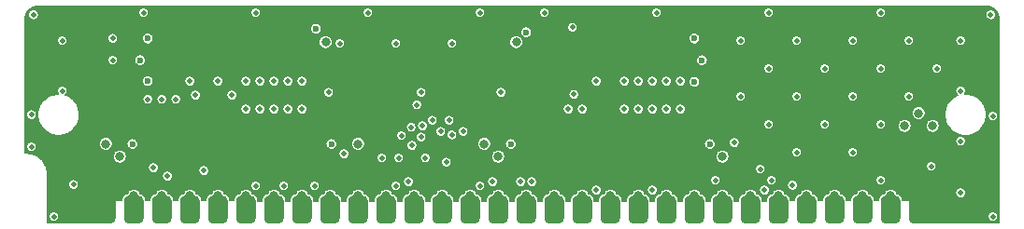
<source format=gbl>
G04 #@! TF.GenerationSoftware,KiCad,Pcbnew,(5.1.10-1-10_14)*
G04 #@! TF.CreationDate,2021-07-28T15:37:25-04:00*
G04 #@! TF.ProjectId,GW4190-SOJ,47573431-3930-42d5-934f-4a2e6b696361,2.0-SOJ*
G04 #@! TF.SameCoordinates,Original*
G04 #@! TF.FileFunction,Copper,L4,Bot*
G04 #@! TF.FilePolarity,Positive*
%FSLAX46Y46*%
G04 Gerber Fmt 4.6, Leading zero omitted, Abs format (unit mm)*
G04 Created by KiCad (PCBNEW (5.1.10-1-10_14)) date 2021-07-28 15:37:25*
%MOMM*%
%LPD*%
G01*
G04 APERTURE LIST*
G04 #@! TA.AperFunction,ComponentPad*
%ADD10C,0.800000*%
G04 #@! TD*
G04 #@! TA.AperFunction,ViaPad*
%ADD11C,0.800000*%
G04 #@! TD*
G04 #@! TA.AperFunction,ViaPad*
%ADD12C,1.000000*%
G04 #@! TD*
G04 #@! TA.AperFunction,ViaPad*
%ADD13C,0.600000*%
G04 #@! TD*
G04 #@! TA.AperFunction,ViaPad*
%ADD14C,0.508000*%
G04 #@! TD*
G04 #@! TA.AperFunction,Conductor*
%ADD15C,0.152400*%
G04 #@! TD*
G04 #@! TA.AperFunction,Conductor*
%ADD16C,0.100000*%
G04 #@! TD*
G04 APERTURE END LIST*
G04 #@! TA.AperFunction,SMDPad,CuDef*
G36*
G01*
X82931000Y-100901500D02*
X82931000Y-99250500D01*
G75*
G02*
X83375500Y-98806000I444500J0D01*
G01*
X84264500Y-98806000D01*
G75*
G02*
X84709000Y-99250500I0J-444500D01*
G01*
X84709000Y-100901500D01*
G75*
G02*
X84264500Y-101346000I-444500J0D01*
G01*
X83375500Y-101346000D01*
G75*
G02*
X82931000Y-100901500I0J444500D01*
G01*
G37*
G04 #@! TD.AperFunction*
G04 #@! TA.AperFunction,SMDPad,CuDef*
G36*
G01*
X85471000Y-100901500D02*
X85471000Y-99250500D01*
G75*
G02*
X85915500Y-98806000I444500J0D01*
G01*
X86804500Y-98806000D01*
G75*
G02*
X87249000Y-99250500I0J-444500D01*
G01*
X87249000Y-100901500D01*
G75*
G02*
X86804500Y-101346000I-444500J0D01*
G01*
X85915500Y-101346000D01*
G75*
G02*
X85471000Y-100901500I0J444500D01*
G01*
G37*
G04 #@! TD.AperFunction*
G04 #@! TA.AperFunction,SMDPad,CuDef*
G36*
G01*
X88011000Y-100901500D02*
X88011000Y-99250500D01*
G75*
G02*
X88455500Y-98806000I444500J0D01*
G01*
X89344500Y-98806000D01*
G75*
G02*
X89789000Y-99250500I0J-444500D01*
G01*
X89789000Y-100901500D01*
G75*
G02*
X89344500Y-101346000I-444500J0D01*
G01*
X88455500Y-101346000D01*
G75*
G02*
X88011000Y-100901500I0J444500D01*
G01*
G37*
G04 #@! TD.AperFunction*
G04 #@! TA.AperFunction,SMDPad,CuDef*
G36*
G01*
X90551000Y-100901500D02*
X90551000Y-99250500D01*
G75*
G02*
X90995500Y-98806000I444500J0D01*
G01*
X91884500Y-98806000D01*
G75*
G02*
X92329000Y-99250500I0J-444500D01*
G01*
X92329000Y-100901500D01*
G75*
G02*
X91884500Y-101346000I-444500J0D01*
G01*
X90995500Y-101346000D01*
G75*
G02*
X90551000Y-100901500I0J444500D01*
G01*
G37*
G04 #@! TD.AperFunction*
G04 #@! TA.AperFunction,SMDPad,CuDef*
G36*
G01*
X93091000Y-100901500D02*
X93091000Y-99250500D01*
G75*
G02*
X93535500Y-98806000I444500J0D01*
G01*
X94424500Y-98806000D01*
G75*
G02*
X94869000Y-99250500I0J-444500D01*
G01*
X94869000Y-100901500D01*
G75*
G02*
X94424500Y-101346000I-444500J0D01*
G01*
X93535500Y-101346000D01*
G75*
G02*
X93091000Y-100901500I0J444500D01*
G01*
G37*
G04 #@! TD.AperFunction*
G04 #@! TA.AperFunction,SMDPad,CuDef*
G36*
G01*
X95631000Y-100901500D02*
X95631000Y-99250500D01*
G75*
G02*
X96075500Y-98806000I444500J0D01*
G01*
X96964500Y-98806000D01*
G75*
G02*
X97409000Y-99250500I0J-444500D01*
G01*
X97409000Y-100901500D01*
G75*
G02*
X96964500Y-101346000I-444500J0D01*
G01*
X96075500Y-101346000D01*
G75*
G02*
X95631000Y-100901500I0J444500D01*
G01*
G37*
G04 #@! TD.AperFunction*
G04 #@! TA.AperFunction,SMDPad,CuDef*
G36*
G01*
X98171000Y-100901500D02*
X98171000Y-99250500D01*
G75*
G02*
X98615500Y-98806000I444500J0D01*
G01*
X99504500Y-98806000D01*
G75*
G02*
X99949000Y-99250500I0J-444500D01*
G01*
X99949000Y-100901500D01*
G75*
G02*
X99504500Y-101346000I-444500J0D01*
G01*
X98615500Y-101346000D01*
G75*
G02*
X98171000Y-100901500I0J444500D01*
G01*
G37*
G04 #@! TD.AperFunction*
G04 #@! TA.AperFunction,SMDPad,CuDef*
G36*
G01*
X100711000Y-100901500D02*
X100711000Y-99250500D01*
G75*
G02*
X101155500Y-98806000I444500J0D01*
G01*
X102044500Y-98806000D01*
G75*
G02*
X102489000Y-99250500I0J-444500D01*
G01*
X102489000Y-100901500D01*
G75*
G02*
X102044500Y-101346000I-444500J0D01*
G01*
X101155500Y-101346000D01*
G75*
G02*
X100711000Y-100901500I0J444500D01*
G01*
G37*
G04 #@! TD.AperFunction*
G04 #@! TA.AperFunction,SMDPad,CuDef*
G36*
G01*
X103251000Y-100901500D02*
X103251000Y-99250500D01*
G75*
G02*
X103695500Y-98806000I444500J0D01*
G01*
X104584500Y-98806000D01*
G75*
G02*
X105029000Y-99250500I0J-444500D01*
G01*
X105029000Y-100901500D01*
G75*
G02*
X104584500Y-101346000I-444500J0D01*
G01*
X103695500Y-101346000D01*
G75*
G02*
X103251000Y-100901500I0J444500D01*
G01*
G37*
G04 #@! TD.AperFunction*
G04 #@! TA.AperFunction,SMDPad,CuDef*
G36*
G01*
X105791000Y-100901500D02*
X105791000Y-99250500D01*
G75*
G02*
X106235500Y-98806000I444500J0D01*
G01*
X107124500Y-98806000D01*
G75*
G02*
X107569000Y-99250500I0J-444500D01*
G01*
X107569000Y-100901500D01*
G75*
G02*
X107124500Y-101346000I-444500J0D01*
G01*
X106235500Y-101346000D01*
G75*
G02*
X105791000Y-100901500I0J444500D01*
G01*
G37*
G04 #@! TD.AperFunction*
G04 #@! TA.AperFunction,SMDPad,CuDef*
G36*
G01*
X108331000Y-100901500D02*
X108331000Y-99250500D01*
G75*
G02*
X108775500Y-98806000I444500J0D01*
G01*
X109664500Y-98806000D01*
G75*
G02*
X110109000Y-99250500I0J-444500D01*
G01*
X110109000Y-100901500D01*
G75*
G02*
X109664500Y-101346000I-444500J0D01*
G01*
X108775500Y-101346000D01*
G75*
G02*
X108331000Y-100901500I0J444500D01*
G01*
G37*
G04 #@! TD.AperFunction*
G04 #@! TA.AperFunction,SMDPad,CuDef*
G36*
G01*
X110871000Y-100901500D02*
X110871000Y-99250500D01*
G75*
G02*
X111315500Y-98806000I444500J0D01*
G01*
X112204500Y-98806000D01*
G75*
G02*
X112649000Y-99250500I0J-444500D01*
G01*
X112649000Y-100901500D01*
G75*
G02*
X112204500Y-101346000I-444500J0D01*
G01*
X111315500Y-101346000D01*
G75*
G02*
X110871000Y-100901500I0J444500D01*
G01*
G37*
G04 #@! TD.AperFunction*
G04 #@! TA.AperFunction,SMDPad,CuDef*
G36*
G01*
X113411000Y-100901500D02*
X113411000Y-99250500D01*
G75*
G02*
X113855500Y-98806000I444500J0D01*
G01*
X114744500Y-98806000D01*
G75*
G02*
X115189000Y-99250500I0J-444500D01*
G01*
X115189000Y-100901500D01*
G75*
G02*
X114744500Y-101346000I-444500J0D01*
G01*
X113855500Y-101346000D01*
G75*
G02*
X113411000Y-100901500I0J444500D01*
G01*
G37*
G04 #@! TD.AperFunction*
G04 #@! TA.AperFunction,SMDPad,CuDef*
G36*
G01*
X115951000Y-100901500D02*
X115951000Y-99250500D01*
G75*
G02*
X116395500Y-98806000I444500J0D01*
G01*
X117284500Y-98806000D01*
G75*
G02*
X117729000Y-99250500I0J-444500D01*
G01*
X117729000Y-100901500D01*
G75*
G02*
X117284500Y-101346000I-444500J0D01*
G01*
X116395500Y-101346000D01*
G75*
G02*
X115951000Y-100901500I0J444500D01*
G01*
G37*
G04 #@! TD.AperFunction*
G04 #@! TA.AperFunction,SMDPad,CuDef*
G36*
G01*
X118491000Y-100901500D02*
X118491000Y-99250500D01*
G75*
G02*
X118935500Y-98806000I444500J0D01*
G01*
X119824500Y-98806000D01*
G75*
G02*
X120269000Y-99250500I0J-444500D01*
G01*
X120269000Y-100901500D01*
G75*
G02*
X119824500Y-101346000I-444500J0D01*
G01*
X118935500Y-101346000D01*
G75*
G02*
X118491000Y-100901500I0J444500D01*
G01*
G37*
G04 #@! TD.AperFunction*
G04 #@! TA.AperFunction,SMDPad,CuDef*
G36*
G01*
X121031000Y-100901500D02*
X121031000Y-99250500D01*
G75*
G02*
X121475500Y-98806000I444500J0D01*
G01*
X122364500Y-98806000D01*
G75*
G02*
X122809000Y-99250500I0J-444500D01*
G01*
X122809000Y-100901500D01*
G75*
G02*
X122364500Y-101346000I-444500J0D01*
G01*
X121475500Y-101346000D01*
G75*
G02*
X121031000Y-100901500I0J444500D01*
G01*
G37*
G04 #@! TD.AperFunction*
G04 #@! TA.AperFunction,SMDPad,CuDef*
G36*
G01*
X123571000Y-100901500D02*
X123571000Y-99250500D01*
G75*
G02*
X124015500Y-98806000I444500J0D01*
G01*
X124904500Y-98806000D01*
G75*
G02*
X125349000Y-99250500I0J-444500D01*
G01*
X125349000Y-100901500D01*
G75*
G02*
X124904500Y-101346000I-444500J0D01*
G01*
X124015500Y-101346000D01*
G75*
G02*
X123571000Y-100901500I0J444500D01*
G01*
G37*
G04 #@! TD.AperFunction*
G04 #@! TA.AperFunction,SMDPad,CuDef*
G36*
G01*
X126111000Y-100901500D02*
X126111000Y-99250500D01*
G75*
G02*
X126555500Y-98806000I444500J0D01*
G01*
X127444500Y-98806000D01*
G75*
G02*
X127889000Y-99250500I0J-444500D01*
G01*
X127889000Y-100901500D01*
G75*
G02*
X127444500Y-101346000I-444500J0D01*
G01*
X126555500Y-101346000D01*
G75*
G02*
X126111000Y-100901500I0J444500D01*
G01*
G37*
G04 #@! TD.AperFunction*
G04 #@! TA.AperFunction,SMDPad,CuDef*
G36*
G01*
X128651000Y-100901500D02*
X128651000Y-99250500D01*
G75*
G02*
X129095500Y-98806000I444500J0D01*
G01*
X129984500Y-98806000D01*
G75*
G02*
X130429000Y-99250500I0J-444500D01*
G01*
X130429000Y-100901500D01*
G75*
G02*
X129984500Y-101346000I-444500J0D01*
G01*
X129095500Y-101346000D01*
G75*
G02*
X128651000Y-100901500I0J444500D01*
G01*
G37*
G04 #@! TD.AperFunction*
G04 #@! TA.AperFunction,SMDPad,CuDef*
G36*
G01*
X131191000Y-100901500D02*
X131191000Y-99250500D01*
G75*
G02*
X131635500Y-98806000I444500J0D01*
G01*
X132524500Y-98806000D01*
G75*
G02*
X132969000Y-99250500I0J-444500D01*
G01*
X132969000Y-100901500D01*
G75*
G02*
X132524500Y-101346000I-444500J0D01*
G01*
X131635500Y-101346000D01*
G75*
G02*
X131191000Y-100901500I0J444500D01*
G01*
G37*
G04 #@! TD.AperFunction*
G04 #@! TA.AperFunction,SMDPad,CuDef*
G36*
G01*
X133731000Y-100901500D02*
X133731000Y-99250500D01*
G75*
G02*
X134175500Y-98806000I444500J0D01*
G01*
X135064500Y-98806000D01*
G75*
G02*
X135509000Y-99250500I0J-444500D01*
G01*
X135509000Y-100901500D01*
G75*
G02*
X135064500Y-101346000I-444500J0D01*
G01*
X134175500Y-101346000D01*
G75*
G02*
X133731000Y-100901500I0J444500D01*
G01*
G37*
G04 #@! TD.AperFunction*
G04 #@! TA.AperFunction,SMDPad,CuDef*
G36*
G01*
X136271000Y-100901500D02*
X136271000Y-99250500D01*
G75*
G02*
X136715500Y-98806000I444500J0D01*
G01*
X137604500Y-98806000D01*
G75*
G02*
X138049000Y-99250500I0J-444500D01*
G01*
X138049000Y-100901500D01*
G75*
G02*
X137604500Y-101346000I-444500J0D01*
G01*
X136715500Y-101346000D01*
G75*
G02*
X136271000Y-100901500I0J444500D01*
G01*
G37*
G04 #@! TD.AperFunction*
G04 #@! TA.AperFunction,SMDPad,CuDef*
G36*
G01*
X138811000Y-100901500D02*
X138811000Y-99250500D01*
G75*
G02*
X139255500Y-98806000I444500J0D01*
G01*
X140144500Y-98806000D01*
G75*
G02*
X140589000Y-99250500I0J-444500D01*
G01*
X140589000Y-100901500D01*
G75*
G02*
X140144500Y-101346000I-444500J0D01*
G01*
X139255500Y-101346000D01*
G75*
G02*
X138811000Y-100901500I0J444500D01*
G01*
G37*
G04 #@! TD.AperFunction*
G04 #@! TA.AperFunction,SMDPad,CuDef*
G36*
G01*
X141351000Y-100901500D02*
X141351000Y-99250500D01*
G75*
G02*
X141795500Y-98806000I444500J0D01*
G01*
X142684500Y-98806000D01*
G75*
G02*
X143129000Y-99250500I0J-444500D01*
G01*
X143129000Y-100901500D01*
G75*
G02*
X142684500Y-101346000I-444500J0D01*
G01*
X141795500Y-101346000D01*
G75*
G02*
X141351000Y-100901500I0J444500D01*
G01*
G37*
G04 #@! TD.AperFunction*
G04 #@! TA.AperFunction,SMDPad,CuDef*
G36*
G01*
X143891000Y-100901500D02*
X143891000Y-99250500D01*
G75*
G02*
X144335500Y-98806000I444500J0D01*
G01*
X145224500Y-98806000D01*
G75*
G02*
X145669000Y-99250500I0J-444500D01*
G01*
X145669000Y-100901500D01*
G75*
G02*
X145224500Y-101346000I-444500J0D01*
G01*
X144335500Y-101346000D01*
G75*
G02*
X143891000Y-100901500I0J444500D01*
G01*
G37*
G04 #@! TD.AperFunction*
G04 #@! TA.AperFunction,SMDPad,CuDef*
G36*
G01*
X146431000Y-100901500D02*
X146431000Y-99250500D01*
G75*
G02*
X146875500Y-98806000I444500J0D01*
G01*
X147764500Y-98806000D01*
G75*
G02*
X148209000Y-99250500I0J-444500D01*
G01*
X148209000Y-100901500D01*
G75*
G02*
X147764500Y-101346000I-444500J0D01*
G01*
X146875500Y-101346000D01*
G75*
G02*
X146431000Y-100901500I0J444500D01*
G01*
G37*
G04 #@! TD.AperFunction*
G04 #@! TA.AperFunction,SMDPad,CuDef*
G36*
G01*
X148971000Y-100901500D02*
X148971000Y-99250500D01*
G75*
G02*
X149415500Y-98806000I444500J0D01*
G01*
X150304500Y-98806000D01*
G75*
G02*
X150749000Y-99250500I0J-444500D01*
G01*
X150749000Y-100901500D01*
G75*
G02*
X150304500Y-101346000I-444500J0D01*
G01*
X149415500Y-101346000D01*
G75*
G02*
X148971000Y-100901500I0J444500D01*
G01*
G37*
G04 #@! TD.AperFunction*
G04 #@! TA.AperFunction,SMDPad,CuDef*
G36*
G01*
X151511000Y-100901500D02*
X151511000Y-99250500D01*
G75*
G02*
X151955500Y-98806000I444500J0D01*
G01*
X152844500Y-98806000D01*
G75*
G02*
X153289000Y-99250500I0J-444500D01*
G01*
X153289000Y-100901500D01*
G75*
G02*
X152844500Y-101346000I-444500J0D01*
G01*
X151955500Y-101346000D01*
G75*
G02*
X151511000Y-100901500I0J444500D01*
G01*
G37*
G04 #@! TD.AperFunction*
G04 #@! TA.AperFunction,SMDPad,CuDef*
G36*
G01*
X154051000Y-100901500D02*
X154051000Y-99250500D01*
G75*
G02*
X154495500Y-98806000I444500J0D01*
G01*
X155384500Y-98806000D01*
G75*
G02*
X155829000Y-99250500I0J-444500D01*
G01*
X155829000Y-100901500D01*
G75*
G02*
X155384500Y-101346000I-444500J0D01*
G01*
X154495500Y-101346000D01*
G75*
G02*
X154051000Y-100901500I0J444500D01*
G01*
G37*
G04 #@! TD.AperFunction*
G04 #@! TA.AperFunction,SMDPad,CuDef*
G36*
G01*
X156591000Y-100901500D02*
X156591000Y-99250500D01*
G75*
G02*
X157035500Y-98806000I444500J0D01*
G01*
X157924500Y-98806000D01*
G75*
G02*
X158369000Y-99250500I0J-444500D01*
G01*
X158369000Y-100901500D01*
G75*
G02*
X157924500Y-101346000I-444500J0D01*
G01*
X157035500Y-101346000D01*
G75*
G02*
X156591000Y-100901500I0J444500D01*
G01*
G37*
G04 #@! TD.AperFunction*
D10*
X88900000Y-98806000D03*
X86360000Y-98806000D03*
X83820000Y-98806000D03*
X93980000Y-98806000D03*
X91440000Y-98806000D03*
X96520000Y-98806000D03*
X99060000Y-98806000D03*
X104140000Y-98806000D03*
X101600000Y-98806000D03*
X109220000Y-98806000D03*
X106680000Y-98806000D03*
X111760000Y-98806000D03*
X116840000Y-98806000D03*
X114300000Y-98806000D03*
X119380000Y-98806000D03*
X124460000Y-98806000D03*
X121920000Y-98806000D03*
X127000000Y-98806000D03*
X149860000Y-98806000D03*
X147320000Y-98806000D03*
X152400000Y-98806000D03*
X134620000Y-98806000D03*
X132080000Y-98806000D03*
X137160000Y-98806000D03*
X142240000Y-98806000D03*
X139700000Y-98806000D03*
X144780000Y-98806000D03*
X129540000Y-98806000D03*
X154940000Y-98806000D03*
X157480000Y-98806000D03*
D11*
X156210000Y-94107000D03*
X158750000Y-94107000D03*
D12*
X157480000Y-95377000D03*
D13*
X121920000Y-90932000D03*
D14*
X159131000Y-82169000D03*
X148971000Y-82169000D03*
X92329000Y-82169000D03*
X102489000Y-82169000D03*
X138811000Y-82169000D03*
X128651000Y-82169000D03*
X112649000Y-82169000D03*
X82169000Y-82169000D03*
X77089000Y-86995000D03*
X164211000Y-86995000D03*
X164211000Y-96139000D03*
X78994000Y-94742000D03*
D13*
X137160000Y-90868500D03*
X137160000Y-94805500D03*
D11*
X83820000Y-92456000D03*
X85090000Y-91313000D03*
X105410000Y-91313000D03*
X119380000Y-91313000D03*
X117729000Y-91821000D03*
X106807000Y-92075000D03*
X139700000Y-91186000D03*
D14*
X140779500Y-92519500D03*
D13*
X121920000Y-94805500D03*
X87630000Y-94805500D03*
X87630000Y-90868500D03*
X102870000Y-90868500D03*
D14*
X146050000Y-97853500D03*
X125730000Y-90932000D03*
X115189000Y-93281500D03*
X127000000Y-90932000D03*
X112522000Y-92456000D03*
X91440000Y-88392000D03*
X84450000Y-86500000D03*
D11*
X83820000Y-94107000D03*
X85090000Y-95250000D03*
X106680000Y-94107000D03*
X118110000Y-94107000D03*
X119380000Y-95250000D03*
D14*
X105410000Y-94996000D03*
D11*
X139700000Y-95250000D03*
D14*
X140779500Y-93980000D03*
D13*
X138557000Y-94107000D03*
D14*
X164211000Y-91567000D03*
X77089000Y-91440000D03*
X151511000Y-89789000D03*
X156591000Y-89789000D03*
X146431000Y-89789000D03*
X141351000Y-89789000D03*
X143891000Y-92329000D03*
X148971000Y-92329000D03*
X143891000Y-87249000D03*
X154051000Y-87249000D03*
X159131000Y-87249000D03*
X148971000Y-87249000D03*
X151511000Y-94869000D03*
X154051000Y-97409000D03*
X146431000Y-94869000D03*
X141351000Y-84709000D03*
X151511000Y-84709000D03*
X146431000Y-84709000D03*
X156591000Y-84709000D03*
X161290000Y-84709000D03*
D11*
X121031000Y-84836000D03*
X103759000Y-84836000D03*
D14*
X108839000Y-95377000D03*
X95250000Y-89662000D03*
X112395000Y-89408000D03*
X119634000Y-89408000D03*
X92710000Y-96520000D03*
X111252000Y-97536000D03*
X117729000Y-97917000D03*
X118872000Y-97536000D03*
X139065000Y-97409000D03*
X89408000Y-97028000D03*
X88138000Y-96266000D03*
X143510000Y-98298000D03*
X114681000Y-95758000D03*
X144145000Y-97409000D03*
X143129000Y-96393000D03*
X112014000Y-90551000D03*
X88900000Y-90043000D03*
X87630000Y-90043000D03*
X90170000Y-90043000D03*
X91948000Y-89662000D03*
X126238000Y-89598500D03*
X121412000Y-97536000D03*
X122428000Y-97536000D03*
X77279500Y-82359500D03*
X164020500Y-82359500D03*
X164211000Y-100711000D03*
X79121000Y-100711000D03*
X77089000Y-94361000D03*
X79883000Y-84709000D03*
X161290000Y-89281000D03*
X161290000Y-93853000D03*
X161290000Y-98552000D03*
X80899000Y-97790000D03*
X79883000Y-89281000D03*
X133350000Y-98298000D03*
X110109000Y-97917000D03*
X102743000Y-97917000D03*
X99949000Y-97917000D03*
X97409000Y-97917000D03*
X128270000Y-98298000D03*
X158623000Y-96139000D03*
X113411000Y-91948000D03*
X116205000Y-92964000D03*
X114935000Y-91948000D03*
X114173000Y-92964000D03*
X112395000Y-93472000D03*
X112776000Y-95377000D03*
X110363000Y-95377000D03*
X111506000Y-92583000D03*
X110617000Y-93345000D03*
X111569500Y-94234000D03*
X104013000Y-89408000D03*
D11*
X156210000Y-92456000D03*
X158750000Y-92456000D03*
D14*
X84450000Y-84500000D03*
D13*
X87630000Y-88392000D03*
D11*
X157480000Y-91313000D03*
D14*
X154051000Y-82169000D03*
X87249000Y-82169000D03*
X97409000Y-82169000D03*
X143891000Y-82169000D03*
X133731000Y-82169000D03*
X107569000Y-82169000D03*
X117729000Y-82169000D03*
X123571000Y-82169000D03*
X110109000Y-84963000D03*
X105029000Y-84963000D03*
X115189000Y-84963000D03*
X126111000Y-83502500D03*
X154051000Y-92329000D03*
D13*
X102870000Y-83629500D03*
X87630000Y-84518500D03*
X86931500Y-86487000D03*
X121920000Y-83947000D03*
X137160000Y-84518500D03*
X137858500Y-86487000D03*
X137160000Y-88455500D03*
X120523000Y-94107000D03*
X104267000Y-94107000D03*
X86233000Y-94107000D03*
D14*
X132080000Y-90932000D03*
X100330000Y-90932000D03*
X133350000Y-90932000D03*
X99060000Y-90932000D03*
X134620000Y-90932000D03*
X97790000Y-90932000D03*
X135890000Y-90932000D03*
X96520000Y-90932000D03*
X93980000Y-88392000D03*
X135890000Y-88392000D03*
X134620000Y-88392000D03*
X96520000Y-88392000D03*
X97790000Y-88392000D03*
X133350000Y-88392000D03*
X99060000Y-88392000D03*
X132080000Y-88392000D03*
X100330000Y-88392000D03*
X130810000Y-88392000D03*
X130810000Y-90932000D03*
X101600000Y-90932000D03*
X101600000Y-88392000D03*
X128270000Y-88392000D03*
D15*
X163807884Y-81632912D02*
X164030929Y-81700254D01*
X164236653Y-81809639D01*
X164417209Y-81956896D01*
X164565723Y-82136420D01*
X164676544Y-82341378D01*
X164745441Y-82563947D01*
X164771400Y-82810934D01*
X164771401Y-101271400D01*
X157689548Y-101271400D01*
X157925966Y-100663468D01*
X163728400Y-100663468D01*
X163728400Y-100758532D01*
X163746946Y-100851769D01*
X163783326Y-100939597D01*
X163836140Y-101018640D01*
X163903360Y-101085860D01*
X163982403Y-101138674D01*
X164070231Y-101175054D01*
X164163468Y-101193600D01*
X164258532Y-101193600D01*
X164351769Y-101175054D01*
X164439597Y-101138674D01*
X164518640Y-101085860D01*
X164585860Y-101018640D01*
X164638674Y-100939597D01*
X164675054Y-100851769D01*
X164693600Y-100758532D01*
X164693600Y-100663468D01*
X164675054Y-100570231D01*
X164638674Y-100482403D01*
X164585860Y-100403360D01*
X164518640Y-100336140D01*
X164439597Y-100283326D01*
X164351769Y-100246946D01*
X164258532Y-100228400D01*
X164163468Y-100228400D01*
X164070231Y-100246946D01*
X163982403Y-100283326D01*
X163903360Y-100336140D01*
X163836140Y-100403360D01*
X163783326Y-100482403D01*
X163746946Y-100570231D01*
X163728400Y-100663468D01*
X157925966Y-100663468D01*
X158440019Y-99341618D01*
X158443760Y-99328743D01*
X158445200Y-99313875D01*
X158443711Y-99299011D01*
X158439352Y-99284724D01*
X158432288Y-99271561D01*
X158422793Y-99260030D01*
X158411230Y-99250572D01*
X158398045Y-99243553D01*
X158383743Y-99239240D01*
X158368875Y-99237800D01*
X156057830Y-99241601D01*
X156045751Y-99118969D01*
X156007385Y-98992493D01*
X155945082Y-98875931D01*
X155861236Y-98773764D01*
X155759069Y-98689918D01*
X155642507Y-98627615D01*
X155532707Y-98594308D01*
X155497059Y-98508246D01*
X155494535Y-98504468D01*
X160807400Y-98504468D01*
X160807400Y-98599532D01*
X160825946Y-98692769D01*
X160862326Y-98780597D01*
X160915140Y-98859640D01*
X160982360Y-98926860D01*
X161061403Y-98979674D01*
X161149231Y-99016054D01*
X161242468Y-99034600D01*
X161337532Y-99034600D01*
X161430769Y-99016054D01*
X161518597Y-98979674D01*
X161597640Y-98926860D01*
X161664860Y-98859640D01*
X161717674Y-98780597D01*
X161754054Y-98692769D01*
X161772600Y-98599532D01*
X161772600Y-98504468D01*
X161754054Y-98411231D01*
X161717674Y-98323403D01*
X161664860Y-98244360D01*
X161597640Y-98177140D01*
X161518597Y-98124326D01*
X161430769Y-98087946D01*
X161337532Y-98069400D01*
X161242468Y-98069400D01*
X161149231Y-98087946D01*
X161061403Y-98124326D01*
X160982360Y-98177140D01*
X160915140Y-98244360D01*
X160862326Y-98323403D01*
X160825946Y-98411231D01*
X160807400Y-98504468D01*
X155494535Y-98504468D01*
X155428266Y-98405291D01*
X155340709Y-98317734D01*
X155237754Y-98248941D01*
X155123356Y-98201556D01*
X155001912Y-98177400D01*
X154878088Y-98177400D01*
X154756644Y-98201556D01*
X154642246Y-98248941D01*
X154539291Y-98317734D01*
X154451734Y-98405291D01*
X154382941Y-98508246D01*
X154347293Y-98594308D01*
X154237493Y-98627615D01*
X154120931Y-98689918D01*
X154018764Y-98773764D01*
X153934918Y-98875931D01*
X153872615Y-98992493D01*
X153834249Y-99118969D01*
X153821808Y-99245279D01*
X153518241Y-99245778D01*
X153505751Y-99118969D01*
X153467385Y-98992493D01*
X153405082Y-98875931D01*
X153321236Y-98773764D01*
X153219069Y-98689918D01*
X153102507Y-98627615D01*
X152992707Y-98594308D01*
X152957059Y-98508246D01*
X152888266Y-98405291D01*
X152800709Y-98317734D01*
X152697754Y-98248941D01*
X152583356Y-98201556D01*
X152461912Y-98177400D01*
X152338088Y-98177400D01*
X152216644Y-98201556D01*
X152102246Y-98248941D01*
X151999291Y-98317734D01*
X151911734Y-98405291D01*
X151842941Y-98508246D01*
X151807293Y-98594308D01*
X151697493Y-98627615D01*
X151580931Y-98689918D01*
X151478764Y-98773764D01*
X151394918Y-98875931D01*
X151332615Y-98992493D01*
X151294249Y-99118969D01*
X151281397Y-99249457D01*
X150978652Y-99249955D01*
X150965751Y-99118969D01*
X150927385Y-98992493D01*
X150865082Y-98875931D01*
X150781236Y-98773764D01*
X150679069Y-98689918D01*
X150562507Y-98627615D01*
X150452707Y-98594308D01*
X150417059Y-98508246D01*
X150348266Y-98405291D01*
X150260709Y-98317734D01*
X150157754Y-98248941D01*
X150043356Y-98201556D01*
X149921912Y-98177400D01*
X149798088Y-98177400D01*
X149676644Y-98201556D01*
X149562246Y-98248941D01*
X149459291Y-98317734D01*
X149371734Y-98405291D01*
X149302941Y-98508246D01*
X149267293Y-98594308D01*
X149157493Y-98627615D01*
X149040931Y-98689918D01*
X148938764Y-98773764D01*
X148854918Y-98875931D01*
X148792615Y-98992493D01*
X148754249Y-99118969D01*
X148741294Y-99250500D01*
X148741294Y-99253635D01*
X148438706Y-99254133D01*
X148438706Y-99250500D01*
X148425751Y-99118969D01*
X148387385Y-98992493D01*
X148325082Y-98875931D01*
X148241236Y-98773764D01*
X148139069Y-98689918D01*
X148022507Y-98627615D01*
X147912707Y-98594308D01*
X147877059Y-98508246D01*
X147808266Y-98405291D01*
X147720709Y-98317734D01*
X147617754Y-98248941D01*
X147503356Y-98201556D01*
X147381912Y-98177400D01*
X147258088Y-98177400D01*
X147136644Y-98201556D01*
X147022246Y-98248941D01*
X146919291Y-98317734D01*
X146831734Y-98405291D01*
X146762941Y-98508246D01*
X146727293Y-98594308D01*
X146617493Y-98627615D01*
X146500931Y-98689918D01*
X146398764Y-98773764D01*
X146314918Y-98875931D01*
X146252615Y-98992493D01*
X146214249Y-99118969D01*
X146201294Y-99250500D01*
X146201294Y-99257813D01*
X145898706Y-99258310D01*
X145898706Y-99250500D01*
X145885751Y-99118969D01*
X145847385Y-98992493D01*
X145785082Y-98875931D01*
X145701236Y-98773764D01*
X145599069Y-98689918D01*
X145482507Y-98627615D01*
X145372707Y-98594308D01*
X145337059Y-98508246D01*
X145268266Y-98405291D01*
X145180709Y-98317734D01*
X145077754Y-98248941D01*
X144963356Y-98201556D01*
X144841912Y-98177400D01*
X144718088Y-98177400D01*
X144596644Y-98201556D01*
X144482246Y-98248941D01*
X144379291Y-98317734D01*
X144291734Y-98405291D01*
X144222941Y-98508246D01*
X144187293Y-98594308D01*
X144077493Y-98627615D01*
X143960931Y-98689918D01*
X143858764Y-98773764D01*
X143774918Y-98875931D01*
X143712615Y-98992493D01*
X143674249Y-99118969D01*
X143661294Y-99250500D01*
X143661294Y-99261990D01*
X143358706Y-99262488D01*
X143358706Y-99250500D01*
X143345751Y-99118969D01*
X143307385Y-98992493D01*
X143245082Y-98875931D01*
X143161236Y-98773764D01*
X143059069Y-98689918D01*
X142942507Y-98627615D01*
X142832707Y-98594308D01*
X142797059Y-98508246D01*
X142728266Y-98405291D01*
X142640709Y-98317734D01*
X142540040Y-98250468D01*
X143027400Y-98250468D01*
X143027400Y-98345532D01*
X143045946Y-98438769D01*
X143082326Y-98526597D01*
X143135140Y-98605640D01*
X143202360Y-98672860D01*
X143281403Y-98725674D01*
X143369231Y-98762054D01*
X143462468Y-98780600D01*
X143557532Y-98780600D01*
X143650769Y-98762054D01*
X143738597Y-98725674D01*
X143817640Y-98672860D01*
X143884860Y-98605640D01*
X143937674Y-98526597D01*
X143974054Y-98438769D01*
X143992600Y-98345532D01*
X143992600Y-98250468D01*
X143974054Y-98157231D01*
X143937674Y-98069403D01*
X143884860Y-97990360D01*
X143817640Y-97923140D01*
X143738597Y-97870326D01*
X143650769Y-97833946D01*
X143557532Y-97815400D01*
X143462468Y-97815400D01*
X143369231Y-97833946D01*
X143281403Y-97870326D01*
X143202360Y-97923140D01*
X143135140Y-97990360D01*
X143082326Y-98069403D01*
X143045946Y-98157231D01*
X143027400Y-98250468D01*
X142540040Y-98250468D01*
X142537754Y-98248941D01*
X142423356Y-98201556D01*
X142301912Y-98177400D01*
X142178088Y-98177400D01*
X142056644Y-98201556D01*
X141942246Y-98248941D01*
X141839291Y-98317734D01*
X141751734Y-98405291D01*
X141682941Y-98508246D01*
X141647293Y-98594308D01*
X141537493Y-98627615D01*
X141420931Y-98689918D01*
X141318764Y-98773764D01*
X141234918Y-98875931D01*
X141172615Y-98992493D01*
X141134249Y-99118969D01*
X141121294Y-99250500D01*
X141121294Y-99266168D01*
X140818706Y-99266666D01*
X140818706Y-99250500D01*
X140805751Y-99118969D01*
X140767385Y-98992493D01*
X140705082Y-98875931D01*
X140621236Y-98773764D01*
X140519069Y-98689918D01*
X140402507Y-98627615D01*
X140292707Y-98594308D01*
X140257059Y-98508246D01*
X140188266Y-98405291D01*
X140100709Y-98317734D01*
X139997754Y-98248941D01*
X139883356Y-98201556D01*
X139761912Y-98177400D01*
X139638088Y-98177400D01*
X139516644Y-98201556D01*
X139402246Y-98248941D01*
X139299291Y-98317734D01*
X139211734Y-98405291D01*
X139142941Y-98508246D01*
X139107293Y-98594308D01*
X138997493Y-98627615D01*
X138880931Y-98689918D01*
X138778764Y-98773764D01*
X138694918Y-98875931D01*
X138632615Y-98992493D01*
X138594249Y-99118969D01*
X138581294Y-99250500D01*
X138581294Y-99270345D01*
X138278706Y-99270843D01*
X138278706Y-99250500D01*
X138265751Y-99118969D01*
X138227385Y-98992493D01*
X138165082Y-98875931D01*
X138081236Y-98773764D01*
X137979069Y-98689918D01*
X137862507Y-98627615D01*
X137752707Y-98594308D01*
X137717059Y-98508246D01*
X137648266Y-98405291D01*
X137560709Y-98317734D01*
X137457754Y-98248941D01*
X137343356Y-98201556D01*
X137221912Y-98177400D01*
X137098088Y-98177400D01*
X136976644Y-98201556D01*
X136862246Y-98248941D01*
X136759291Y-98317734D01*
X136671734Y-98405291D01*
X136602941Y-98508246D01*
X136567293Y-98594308D01*
X136457493Y-98627615D01*
X136340931Y-98689918D01*
X136238764Y-98773764D01*
X136154918Y-98875931D01*
X136092615Y-98992493D01*
X136054249Y-99118969D01*
X136041294Y-99250500D01*
X136041294Y-99274523D01*
X135738706Y-99275021D01*
X135738706Y-99250500D01*
X135725751Y-99118969D01*
X135687385Y-98992493D01*
X135625082Y-98875931D01*
X135541236Y-98773764D01*
X135439069Y-98689918D01*
X135322507Y-98627615D01*
X135212707Y-98594308D01*
X135177059Y-98508246D01*
X135108266Y-98405291D01*
X135020709Y-98317734D01*
X134917754Y-98248941D01*
X134803356Y-98201556D01*
X134681912Y-98177400D01*
X134558088Y-98177400D01*
X134436644Y-98201556D01*
X134322246Y-98248941D01*
X134219291Y-98317734D01*
X134131734Y-98405291D01*
X134062941Y-98508246D01*
X134027293Y-98594308D01*
X133917493Y-98627615D01*
X133800931Y-98689918D01*
X133698764Y-98773764D01*
X133614918Y-98875931D01*
X133552615Y-98992493D01*
X133514249Y-99118969D01*
X133501294Y-99250500D01*
X133501294Y-99278701D01*
X133198706Y-99279198D01*
X133198706Y-99250500D01*
X133185751Y-99118969D01*
X133147385Y-98992493D01*
X133085082Y-98875931D01*
X133001236Y-98773764D01*
X132899069Y-98689918D01*
X132782507Y-98627615D01*
X132672707Y-98594308D01*
X132637059Y-98508246D01*
X132568266Y-98405291D01*
X132480709Y-98317734D01*
X132380040Y-98250468D01*
X132867400Y-98250468D01*
X132867400Y-98345532D01*
X132885946Y-98438769D01*
X132922326Y-98526597D01*
X132975140Y-98605640D01*
X133042360Y-98672860D01*
X133121403Y-98725674D01*
X133209231Y-98762054D01*
X133302468Y-98780600D01*
X133397532Y-98780600D01*
X133490769Y-98762054D01*
X133578597Y-98725674D01*
X133657640Y-98672860D01*
X133724860Y-98605640D01*
X133777674Y-98526597D01*
X133814054Y-98438769D01*
X133832600Y-98345532D01*
X133832600Y-98250468D01*
X133814054Y-98157231D01*
X133777674Y-98069403D01*
X133724860Y-97990360D01*
X133657640Y-97923140D01*
X133578597Y-97870326D01*
X133490769Y-97833946D01*
X133397532Y-97815400D01*
X133302468Y-97815400D01*
X133209231Y-97833946D01*
X133121403Y-97870326D01*
X133042360Y-97923140D01*
X132975140Y-97990360D01*
X132922326Y-98069403D01*
X132885946Y-98157231D01*
X132867400Y-98250468D01*
X132380040Y-98250468D01*
X132377754Y-98248941D01*
X132263356Y-98201556D01*
X132141912Y-98177400D01*
X132018088Y-98177400D01*
X131896644Y-98201556D01*
X131782246Y-98248941D01*
X131679291Y-98317734D01*
X131591734Y-98405291D01*
X131522941Y-98508246D01*
X131487293Y-98594308D01*
X131377493Y-98627615D01*
X131260931Y-98689918D01*
X131158764Y-98773764D01*
X131074918Y-98875931D01*
X131012615Y-98992493D01*
X130974249Y-99118969D01*
X130961294Y-99250500D01*
X130961294Y-99282878D01*
X130658706Y-99283376D01*
X130658706Y-99250500D01*
X130645751Y-99118969D01*
X130607385Y-98992493D01*
X130545082Y-98875931D01*
X130461236Y-98773764D01*
X130359069Y-98689918D01*
X130242507Y-98627615D01*
X130132707Y-98594308D01*
X130097059Y-98508246D01*
X130028266Y-98405291D01*
X129940709Y-98317734D01*
X129837754Y-98248941D01*
X129723356Y-98201556D01*
X129601912Y-98177400D01*
X129478088Y-98177400D01*
X129356644Y-98201556D01*
X129242246Y-98248941D01*
X129139291Y-98317734D01*
X129051734Y-98405291D01*
X128982941Y-98508246D01*
X128947293Y-98594308D01*
X128837493Y-98627615D01*
X128720931Y-98689918D01*
X128618764Y-98773764D01*
X128534918Y-98875931D01*
X128472615Y-98992493D01*
X128434249Y-99118969D01*
X128421294Y-99250500D01*
X128421294Y-99287056D01*
X128118706Y-99287554D01*
X128118706Y-99250500D01*
X128105751Y-99118969D01*
X128067385Y-98992493D01*
X128005082Y-98875931D01*
X127921236Y-98773764D01*
X127819069Y-98689918D01*
X127702507Y-98627615D01*
X127592707Y-98594308D01*
X127557059Y-98508246D01*
X127488266Y-98405291D01*
X127400709Y-98317734D01*
X127300040Y-98250468D01*
X127787400Y-98250468D01*
X127787400Y-98345532D01*
X127805946Y-98438769D01*
X127842326Y-98526597D01*
X127895140Y-98605640D01*
X127962360Y-98672860D01*
X128041403Y-98725674D01*
X128129231Y-98762054D01*
X128222468Y-98780600D01*
X128317532Y-98780600D01*
X128410769Y-98762054D01*
X128498597Y-98725674D01*
X128577640Y-98672860D01*
X128644860Y-98605640D01*
X128697674Y-98526597D01*
X128734054Y-98438769D01*
X128752600Y-98345532D01*
X128752600Y-98250468D01*
X128734054Y-98157231D01*
X128697674Y-98069403D01*
X128644860Y-97990360D01*
X128577640Y-97923140D01*
X128498597Y-97870326D01*
X128410769Y-97833946D01*
X128317532Y-97815400D01*
X128222468Y-97815400D01*
X128129231Y-97833946D01*
X128041403Y-97870326D01*
X127962360Y-97923140D01*
X127895140Y-97990360D01*
X127842326Y-98069403D01*
X127805946Y-98157231D01*
X127787400Y-98250468D01*
X127300040Y-98250468D01*
X127297754Y-98248941D01*
X127183356Y-98201556D01*
X127061912Y-98177400D01*
X126938088Y-98177400D01*
X126816644Y-98201556D01*
X126702246Y-98248941D01*
X126599291Y-98317734D01*
X126511734Y-98405291D01*
X126442941Y-98508246D01*
X126407293Y-98594308D01*
X126297493Y-98627615D01*
X126180931Y-98689918D01*
X126078764Y-98773764D01*
X125994918Y-98875931D01*
X125932615Y-98992493D01*
X125894249Y-99118969D01*
X125881294Y-99250500D01*
X125881294Y-99291234D01*
X125578706Y-99291731D01*
X125578706Y-99250500D01*
X125565751Y-99118969D01*
X125527385Y-98992493D01*
X125465082Y-98875931D01*
X125381236Y-98773764D01*
X125279069Y-98689918D01*
X125162507Y-98627615D01*
X125052707Y-98594308D01*
X125017059Y-98508246D01*
X124948266Y-98405291D01*
X124860709Y-98317734D01*
X124757754Y-98248941D01*
X124643356Y-98201556D01*
X124521912Y-98177400D01*
X124398088Y-98177400D01*
X124276644Y-98201556D01*
X124162246Y-98248941D01*
X124059291Y-98317734D01*
X123971734Y-98405291D01*
X123902941Y-98508246D01*
X123867293Y-98594308D01*
X123757493Y-98627615D01*
X123640931Y-98689918D01*
X123538764Y-98773764D01*
X123454918Y-98875931D01*
X123392615Y-98992493D01*
X123354249Y-99118969D01*
X123341294Y-99250500D01*
X123341294Y-99295411D01*
X123038706Y-99295909D01*
X123038706Y-99250500D01*
X123025751Y-99118969D01*
X122987385Y-98992493D01*
X122925082Y-98875931D01*
X122841236Y-98773764D01*
X122739069Y-98689918D01*
X122622507Y-98627615D01*
X122512707Y-98594308D01*
X122477059Y-98508246D01*
X122408266Y-98405291D01*
X122320709Y-98317734D01*
X122217754Y-98248941D01*
X122103356Y-98201556D01*
X121981912Y-98177400D01*
X121858088Y-98177400D01*
X121736644Y-98201556D01*
X121622246Y-98248941D01*
X121519291Y-98317734D01*
X121431734Y-98405291D01*
X121362941Y-98508246D01*
X121327293Y-98594308D01*
X121217493Y-98627615D01*
X121100931Y-98689918D01*
X120998764Y-98773764D01*
X120914918Y-98875931D01*
X120852615Y-98992493D01*
X120814249Y-99118969D01*
X120801294Y-99250500D01*
X120801294Y-99299589D01*
X120498706Y-99300087D01*
X120498706Y-99250500D01*
X120485751Y-99118969D01*
X120447385Y-98992493D01*
X120385082Y-98875931D01*
X120301236Y-98773764D01*
X120199069Y-98689918D01*
X120082507Y-98627615D01*
X119972707Y-98594308D01*
X119937059Y-98508246D01*
X119868266Y-98405291D01*
X119780709Y-98317734D01*
X119677754Y-98248941D01*
X119563356Y-98201556D01*
X119441912Y-98177400D01*
X119318088Y-98177400D01*
X119196644Y-98201556D01*
X119082246Y-98248941D01*
X118979291Y-98317734D01*
X118891734Y-98405291D01*
X118822941Y-98508246D01*
X118787293Y-98594308D01*
X118677493Y-98627615D01*
X118560931Y-98689918D01*
X118458764Y-98773764D01*
X118374918Y-98875931D01*
X118312615Y-98992493D01*
X118274249Y-99118969D01*
X118261294Y-99250500D01*
X118261294Y-99298714D01*
X117958706Y-99298193D01*
X117958706Y-99250500D01*
X117945751Y-99118969D01*
X117907385Y-98992493D01*
X117845082Y-98875931D01*
X117761236Y-98773764D01*
X117659069Y-98689918D01*
X117542507Y-98627615D01*
X117432707Y-98594308D01*
X117397059Y-98508246D01*
X117328266Y-98405291D01*
X117240709Y-98317734D01*
X117137754Y-98248941D01*
X117023356Y-98201556D01*
X116901912Y-98177400D01*
X116778088Y-98177400D01*
X116656644Y-98201556D01*
X116542246Y-98248941D01*
X116439291Y-98317734D01*
X116351734Y-98405291D01*
X116282941Y-98508246D01*
X116247293Y-98594308D01*
X116137493Y-98627615D01*
X116020931Y-98689918D01*
X115918764Y-98773764D01*
X115834918Y-98875931D01*
X115772615Y-98992493D01*
X115734249Y-99118969D01*
X115721294Y-99250500D01*
X115721294Y-99294335D01*
X115418706Y-99293813D01*
X115418706Y-99250500D01*
X115405751Y-99118969D01*
X115367385Y-98992493D01*
X115305082Y-98875931D01*
X115221236Y-98773764D01*
X115119069Y-98689918D01*
X115002507Y-98627615D01*
X114892707Y-98594308D01*
X114857059Y-98508246D01*
X114788266Y-98405291D01*
X114700709Y-98317734D01*
X114597754Y-98248941D01*
X114483356Y-98201556D01*
X114361912Y-98177400D01*
X114238088Y-98177400D01*
X114116644Y-98201556D01*
X114002246Y-98248941D01*
X113899291Y-98317734D01*
X113811734Y-98405291D01*
X113742941Y-98508246D01*
X113707293Y-98594308D01*
X113597493Y-98627615D01*
X113480931Y-98689918D01*
X113378764Y-98773764D01*
X113294918Y-98875931D01*
X113232615Y-98992493D01*
X113194249Y-99118969D01*
X113181294Y-99250500D01*
X113181294Y-99289956D01*
X112878706Y-99289434D01*
X112878706Y-99250500D01*
X112865751Y-99118969D01*
X112827385Y-98992493D01*
X112765082Y-98875931D01*
X112681236Y-98773764D01*
X112579069Y-98689918D01*
X112462507Y-98627615D01*
X112352707Y-98594308D01*
X112317059Y-98508246D01*
X112248266Y-98405291D01*
X112160709Y-98317734D01*
X112057754Y-98248941D01*
X111943356Y-98201556D01*
X111821912Y-98177400D01*
X111698088Y-98177400D01*
X111576644Y-98201556D01*
X111462246Y-98248941D01*
X111359291Y-98317734D01*
X111271734Y-98405291D01*
X111202941Y-98508246D01*
X111167293Y-98594308D01*
X111057493Y-98627615D01*
X110940931Y-98689918D01*
X110838764Y-98773764D01*
X110754918Y-98875931D01*
X110692615Y-98992493D01*
X110654249Y-99118969D01*
X110641294Y-99250500D01*
X110641294Y-99285576D01*
X110338706Y-99285055D01*
X110338706Y-99250500D01*
X110325751Y-99118969D01*
X110287385Y-98992493D01*
X110225082Y-98875931D01*
X110141236Y-98773764D01*
X110039069Y-98689918D01*
X109922507Y-98627615D01*
X109812707Y-98594308D01*
X109777059Y-98508246D01*
X109708266Y-98405291D01*
X109620709Y-98317734D01*
X109517754Y-98248941D01*
X109403356Y-98201556D01*
X109281912Y-98177400D01*
X109158088Y-98177400D01*
X109036644Y-98201556D01*
X108922246Y-98248941D01*
X108819291Y-98317734D01*
X108731734Y-98405291D01*
X108662941Y-98508246D01*
X108627293Y-98594308D01*
X108517493Y-98627615D01*
X108400931Y-98689918D01*
X108298764Y-98773764D01*
X108214918Y-98875931D01*
X108152615Y-98992493D01*
X108114249Y-99118969D01*
X108101294Y-99250500D01*
X108101294Y-99281197D01*
X107798706Y-99280675D01*
X107798706Y-99250500D01*
X107785751Y-99118969D01*
X107747385Y-98992493D01*
X107685082Y-98875931D01*
X107601236Y-98773764D01*
X107499069Y-98689918D01*
X107382507Y-98627615D01*
X107272707Y-98594308D01*
X107237059Y-98508246D01*
X107168266Y-98405291D01*
X107080709Y-98317734D01*
X106977754Y-98248941D01*
X106863356Y-98201556D01*
X106741912Y-98177400D01*
X106618088Y-98177400D01*
X106496644Y-98201556D01*
X106382246Y-98248941D01*
X106279291Y-98317734D01*
X106191734Y-98405291D01*
X106122941Y-98508246D01*
X106087293Y-98594308D01*
X105977493Y-98627615D01*
X105860931Y-98689918D01*
X105758764Y-98773764D01*
X105674918Y-98875931D01*
X105612615Y-98992493D01*
X105574249Y-99118969D01*
X105561294Y-99250500D01*
X105561294Y-99276818D01*
X105258706Y-99276296D01*
X105258706Y-99250500D01*
X105245751Y-99118969D01*
X105207385Y-98992493D01*
X105145082Y-98875931D01*
X105061236Y-98773764D01*
X104959069Y-98689918D01*
X104842507Y-98627615D01*
X104732707Y-98594308D01*
X104697059Y-98508246D01*
X104628266Y-98405291D01*
X104540709Y-98317734D01*
X104437754Y-98248941D01*
X104323356Y-98201556D01*
X104201912Y-98177400D01*
X104078088Y-98177400D01*
X103956644Y-98201556D01*
X103842246Y-98248941D01*
X103739291Y-98317734D01*
X103651734Y-98405291D01*
X103582941Y-98508246D01*
X103547293Y-98594308D01*
X103437493Y-98627615D01*
X103320931Y-98689918D01*
X103218764Y-98773764D01*
X103134918Y-98875931D01*
X103072615Y-98992493D01*
X103034249Y-99118969D01*
X103021294Y-99250500D01*
X103021294Y-99272438D01*
X102718706Y-99271917D01*
X102718706Y-99250500D01*
X102705751Y-99118969D01*
X102667385Y-98992493D01*
X102605082Y-98875931D01*
X102521236Y-98773764D01*
X102419069Y-98689918D01*
X102302507Y-98627615D01*
X102192707Y-98594308D01*
X102157059Y-98508246D01*
X102088266Y-98405291D01*
X102000709Y-98317734D01*
X101897754Y-98248941D01*
X101783356Y-98201556D01*
X101661912Y-98177400D01*
X101538088Y-98177400D01*
X101416644Y-98201556D01*
X101302246Y-98248941D01*
X101199291Y-98317734D01*
X101111734Y-98405291D01*
X101042941Y-98508246D01*
X101007293Y-98594308D01*
X100897493Y-98627615D01*
X100780931Y-98689918D01*
X100678764Y-98773764D01*
X100594918Y-98875931D01*
X100532615Y-98992493D01*
X100494249Y-99118969D01*
X100481294Y-99250500D01*
X100481294Y-99268059D01*
X100178706Y-99267537D01*
X100178706Y-99250500D01*
X100165751Y-99118969D01*
X100127385Y-98992493D01*
X100065082Y-98875931D01*
X99981236Y-98773764D01*
X99879069Y-98689918D01*
X99762507Y-98627615D01*
X99652707Y-98594308D01*
X99617059Y-98508246D01*
X99548266Y-98405291D01*
X99460709Y-98317734D01*
X99357754Y-98248941D01*
X99243356Y-98201556D01*
X99121912Y-98177400D01*
X98998088Y-98177400D01*
X98876644Y-98201556D01*
X98762246Y-98248941D01*
X98659291Y-98317734D01*
X98571734Y-98405291D01*
X98502941Y-98508246D01*
X98467293Y-98594308D01*
X98357493Y-98627615D01*
X98240931Y-98689918D01*
X98138764Y-98773764D01*
X98054918Y-98875931D01*
X97992615Y-98992493D01*
X97954249Y-99118969D01*
X97941294Y-99250500D01*
X97941294Y-99263680D01*
X97638706Y-99263158D01*
X97638706Y-99250500D01*
X97625751Y-99118969D01*
X97587385Y-98992493D01*
X97525082Y-98875931D01*
X97441236Y-98773764D01*
X97339069Y-98689918D01*
X97222507Y-98627615D01*
X97112707Y-98594308D01*
X97077059Y-98508246D01*
X97008266Y-98405291D01*
X96920709Y-98317734D01*
X96817754Y-98248941D01*
X96703356Y-98201556D01*
X96581912Y-98177400D01*
X96458088Y-98177400D01*
X96336644Y-98201556D01*
X96222246Y-98248941D01*
X96119291Y-98317734D01*
X96031734Y-98405291D01*
X95962941Y-98508246D01*
X95927293Y-98594308D01*
X95817493Y-98627615D01*
X95700931Y-98689918D01*
X95598764Y-98773764D01*
X95514918Y-98875931D01*
X95452615Y-98992493D01*
X95414249Y-99118969D01*
X95401294Y-99250500D01*
X95401294Y-99259300D01*
X95098706Y-99258779D01*
X95098706Y-99250500D01*
X95085751Y-99118969D01*
X95047385Y-98992493D01*
X94985082Y-98875931D01*
X94901236Y-98773764D01*
X94799069Y-98689918D01*
X94682507Y-98627615D01*
X94572707Y-98594308D01*
X94537059Y-98508246D01*
X94468266Y-98405291D01*
X94380709Y-98317734D01*
X94277754Y-98248941D01*
X94163356Y-98201556D01*
X94041912Y-98177400D01*
X93918088Y-98177400D01*
X93796644Y-98201556D01*
X93682246Y-98248941D01*
X93579291Y-98317734D01*
X93491734Y-98405291D01*
X93422941Y-98508246D01*
X93387293Y-98594308D01*
X93277493Y-98627615D01*
X93160931Y-98689918D01*
X93058764Y-98773764D01*
X92974918Y-98875931D01*
X92912615Y-98992493D01*
X92874249Y-99118969D01*
X92861294Y-99250500D01*
X92861294Y-99254921D01*
X92558706Y-99254399D01*
X92558706Y-99250500D01*
X92545751Y-99118969D01*
X92507385Y-98992493D01*
X92445082Y-98875931D01*
X92361236Y-98773764D01*
X92259069Y-98689918D01*
X92142507Y-98627615D01*
X92032707Y-98594308D01*
X91997059Y-98508246D01*
X91928266Y-98405291D01*
X91840709Y-98317734D01*
X91737754Y-98248941D01*
X91623356Y-98201556D01*
X91501912Y-98177400D01*
X91378088Y-98177400D01*
X91256644Y-98201556D01*
X91142246Y-98248941D01*
X91039291Y-98317734D01*
X90951734Y-98405291D01*
X90882941Y-98508246D01*
X90847293Y-98594308D01*
X90737493Y-98627615D01*
X90620931Y-98689918D01*
X90518764Y-98773764D01*
X90434918Y-98875931D01*
X90372615Y-98992493D01*
X90334249Y-99118969D01*
X90321294Y-99250500D01*
X90321294Y-99250542D01*
X90018659Y-99250020D01*
X90005751Y-99118969D01*
X89967385Y-98992493D01*
X89905082Y-98875931D01*
X89821236Y-98773764D01*
X89719069Y-98689918D01*
X89602507Y-98627615D01*
X89492707Y-98594308D01*
X89457059Y-98508246D01*
X89388266Y-98405291D01*
X89300709Y-98317734D01*
X89197754Y-98248941D01*
X89083356Y-98201556D01*
X88961912Y-98177400D01*
X88838088Y-98177400D01*
X88716644Y-98201556D01*
X88602246Y-98248941D01*
X88499291Y-98317734D01*
X88411734Y-98405291D01*
X88342941Y-98508246D01*
X88307293Y-98594308D01*
X88197493Y-98627615D01*
X88080931Y-98689918D01*
X87978764Y-98773764D01*
X87894918Y-98875931D01*
X87832615Y-98992493D01*
X87794249Y-99118969D01*
X87781721Y-99246163D01*
X87478227Y-99245640D01*
X87465751Y-99118969D01*
X87427385Y-98992493D01*
X87365082Y-98875931D01*
X87281236Y-98773764D01*
X87179069Y-98689918D01*
X87062507Y-98627615D01*
X86952707Y-98594308D01*
X86917059Y-98508246D01*
X86848266Y-98405291D01*
X86760709Y-98317734D01*
X86657754Y-98248941D01*
X86543356Y-98201556D01*
X86421912Y-98177400D01*
X86298088Y-98177400D01*
X86176644Y-98201556D01*
X86062246Y-98248941D01*
X85959291Y-98317734D01*
X85871734Y-98405291D01*
X85802941Y-98508246D01*
X85767293Y-98594308D01*
X85657493Y-98627615D01*
X85540931Y-98689918D01*
X85438764Y-98773764D01*
X85354918Y-98875931D01*
X85292615Y-98992493D01*
X85254249Y-99118969D01*
X85242152Y-99241785D01*
X82931131Y-99237800D01*
X82917767Y-99238958D01*
X82903382Y-99242981D01*
X82890057Y-99249734D01*
X82878306Y-99258956D01*
X82868580Y-99270294D01*
X82861253Y-99283311D01*
X82856606Y-99297508D01*
X82854818Y-99312338D01*
X82855958Y-99327233D01*
X82859981Y-99341618D01*
X83610452Y-101271400D01*
X78560600Y-101271400D01*
X78560600Y-100663468D01*
X78638400Y-100663468D01*
X78638400Y-100758532D01*
X78656946Y-100851769D01*
X78693326Y-100939597D01*
X78746140Y-101018640D01*
X78813360Y-101085860D01*
X78892403Y-101138674D01*
X78980231Y-101175054D01*
X79073468Y-101193600D01*
X79168532Y-101193600D01*
X79261769Y-101175054D01*
X79349597Y-101138674D01*
X79428640Y-101085860D01*
X79495860Y-101018640D01*
X79548674Y-100939597D01*
X79585054Y-100851769D01*
X79603600Y-100758532D01*
X79603600Y-100663468D01*
X79585054Y-100570231D01*
X79548674Y-100482403D01*
X79495860Y-100403360D01*
X79428640Y-100336140D01*
X79349597Y-100283326D01*
X79261769Y-100246946D01*
X79168532Y-100228400D01*
X79073468Y-100228400D01*
X78980231Y-100246946D01*
X78892403Y-100283326D01*
X78813360Y-100336140D01*
X78746140Y-100403360D01*
X78693326Y-100482403D01*
X78656946Y-100570231D01*
X78638400Y-100663468D01*
X78560600Y-100663468D01*
X78560600Y-97742468D01*
X80416400Y-97742468D01*
X80416400Y-97837532D01*
X80434946Y-97930769D01*
X80471326Y-98018597D01*
X80524140Y-98097640D01*
X80591360Y-98164860D01*
X80670403Y-98217674D01*
X80758231Y-98254054D01*
X80851468Y-98272600D01*
X80946532Y-98272600D01*
X81039769Y-98254054D01*
X81127597Y-98217674D01*
X81206640Y-98164860D01*
X81273860Y-98097640D01*
X81326674Y-98018597D01*
X81363054Y-97930769D01*
X81375247Y-97869468D01*
X96926400Y-97869468D01*
X96926400Y-97964532D01*
X96944946Y-98057769D01*
X96981326Y-98145597D01*
X97034140Y-98224640D01*
X97101360Y-98291860D01*
X97180403Y-98344674D01*
X97268231Y-98381054D01*
X97361468Y-98399600D01*
X97456532Y-98399600D01*
X97549769Y-98381054D01*
X97637597Y-98344674D01*
X97716640Y-98291860D01*
X97783860Y-98224640D01*
X97836674Y-98145597D01*
X97873054Y-98057769D01*
X97891600Y-97964532D01*
X97891600Y-97869468D01*
X99466400Y-97869468D01*
X99466400Y-97964532D01*
X99484946Y-98057769D01*
X99521326Y-98145597D01*
X99574140Y-98224640D01*
X99641360Y-98291860D01*
X99720403Y-98344674D01*
X99808231Y-98381054D01*
X99901468Y-98399600D01*
X99996532Y-98399600D01*
X100089769Y-98381054D01*
X100177597Y-98344674D01*
X100256640Y-98291860D01*
X100323860Y-98224640D01*
X100376674Y-98145597D01*
X100413054Y-98057769D01*
X100431600Y-97964532D01*
X100431600Y-97869468D01*
X102260400Y-97869468D01*
X102260400Y-97964532D01*
X102278946Y-98057769D01*
X102315326Y-98145597D01*
X102368140Y-98224640D01*
X102435360Y-98291860D01*
X102514403Y-98344674D01*
X102602231Y-98381054D01*
X102695468Y-98399600D01*
X102790532Y-98399600D01*
X102883769Y-98381054D01*
X102971597Y-98344674D01*
X103050640Y-98291860D01*
X103117860Y-98224640D01*
X103170674Y-98145597D01*
X103207054Y-98057769D01*
X103225600Y-97964532D01*
X103225600Y-97869468D01*
X109626400Y-97869468D01*
X109626400Y-97964532D01*
X109644946Y-98057769D01*
X109681326Y-98145597D01*
X109734140Y-98224640D01*
X109801360Y-98291860D01*
X109880403Y-98344674D01*
X109968231Y-98381054D01*
X110061468Y-98399600D01*
X110156532Y-98399600D01*
X110249769Y-98381054D01*
X110337597Y-98344674D01*
X110416640Y-98291860D01*
X110483860Y-98224640D01*
X110536674Y-98145597D01*
X110573054Y-98057769D01*
X110591600Y-97964532D01*
X110591600Y-97869468D01*
X110573054Y-97776231D01*
X110536674Y-97688403D01*
X110483860Y-97609360D01*
X110416640Y-97542140D01*
X110337597Y-97489326D01*
X110335526Y-97488468D01*
X110769400Y-97488468D01*
X110769400Y-97583532D01*
X110787946Y-97676769D01*
X110824326Y-97764597D01*
X110877140Y-97843640D01*
X110944360Y-97910860D01*
X111023403Y-97963674D01*
X111111231Y-98000054D01*
X111204468Y-98018600D01*
X111299532Y-98018600D01*
X111392769Y-98000054D01*
X111480597Y-97963674D01*
X111559640Y-97910860D01*
X111601032Y-97869468D01*
X117246400Y-97869468D01*
X117246400Y-97964532D01*
X117264946Y-98057769D01*
X117301326Y-98145597D01*
X117354140Y-98224640D01*
X117421360Y-98291860D01*
X117500403Y-98344674D01*
X117588231Y-98381054D01*
X117681468Y-98399600D01*
X117776532Y-98399600D01*
X117869769Y-98381054D01*
X117957597Y-98344674D01*
X118036640Y-98291860D01*
X118103860Y-98224640D01*
X118156674Y-98145597D01*
X118193054Y-98057769D01*
X118211600Y-97964532D01*
X118211600Y-97869468D01*
X118193054Y-97776231D01*
X118156674Y-97688403D01*
X118103860Y-97609360D01*
X118036640Y-97542140D01*
X117957597Y-97489326D01*
X117955526Y-97488468D01*
X118389400Y-97488468D01*
X118389400Y-97583532D01*
X118407946Y-97676769D01*
X118444326Y-97764597D01*
X118497140Y-97843640D01*
X118564360Y-97910860D01*
X118643403Y-97963674D01*
X118731231Y-98000054D01*
X118824468Y-98018600D01*
X118919532Y-98018600D01*
X119012769Y-98000054D01*
X119100597Y-97963674D01*
X119179640Y-97910860D01*
X119246860Y-97843640D01*
X119299674Y-97764597D01*
X119336054Y-97676769D01*
X119354600Y-97583532D01*
X119354600Y-97488468D01*
X120929400Y-97488468D01*
X120929400Y-97583532D01*
X120947946Y-97676769D01*
X120984326Y-97764597D01*
X121037140Y-97843640D01*
X121104360Y-97910860D01*
X121183403Y-97963674D01*
X121271231Y-98000054D01*
X121364468Y-98018600D01*
X121459532Y-98018600D01*
X121552769Y-98000054D01*
X121640597Y-97963674D01*
X121719640Y-97910860D01*
X121786860Y-97843640D01*
X121839674Y-97764597D01*
X121876054Y-97676769D01*
X121894600Y-97583532D01*
X121894600Y-97488468D01*
X121945400Y-97488468D01*
X121945400Y-97583532D01*
X121963946Y-97676769D01*
X122000326Y-97764597D01*
X122053140Y-97843640D01*
X122120360Y-97910860D01*
X122199403Y-97963674D01*
X122287231Y-98000054D01*
X122380468Y-98018600D01*
X122475532Y-98018600D01*
X122568769Y-98000054D01*
X122656597Y-97963674D01*
X122735640Y-97910860D01*
X122802860Y-97843640D01*
X122855674Y-97764597D01*
X122892054Y-97676769D01*
X122910600Y-97583532D01*
X122910600Y-97488468D01*
X122892054Y-97395231D01*
X122878069Y-97361468D01*
X138582400Y-97361468D01*
X138582400Y-97456532D01*
X138600946Y-97549769D01*
X138637326Y-97637597D01*
X138690140Y-97716640D01*
X138757360Y-97783860D01*
X138836403Y-97836674D01*
X138924231Y-97873054D01*
X139017468Y-97891600D01*
X139112532Y-97891600D01*
X139205769Y-97873054D01*
X139293597Y-97836674D01*
X139372640Y-97783860D01*
X139439860Y-97716640D01*
X139492674Y-97637597D01*
X139529054Y-97549769D01*
X139547600Y-97456532D01*
X139547600Y-97361468D01*
X143662400Y-97361468D01*
X143662400Y-97456532D01*
X143680946Y-97549769D01*
X143717326Y-97637597D01*
X143770140Y-97716640D01*
X143837360Y-97783860D01*
X143916403Y-97836674D01*
X144004231Y-97873054D01*
X144097468Y-97891600D01*
X144192532Y-97891600D01*
X144285769Y-97873054D01*
X144373597Y-97836674D01*
X144419552Y-97805968D01*
X145567400Y-97805968D01*
X145567400Y-97901032D01*
X145585946Y-97994269D01*
X145622326Y-98082097D01*
X145675140Y-98161140D01*
X145742360Y-98228360D01*
X145821403Y-98281174D01*
X145909231Y-98317554D01*
X146002468Y-98336100D01*
X146097532Y-98336100D01*
X146190769Y-98317554D01*
X146278597Y-98281174D01*
X146357640Y-98228360D01*
X146424860Y-98161140D01*
X146477674Y-98082097D01*
X146514054Y-97994269D01*
X146532600Y-97901032D01*
X146532600Y-97805968D01*
X146514054Y-97712731D01*
X146477674Y-97624903D01*
X146424860Y-97545860D01*
X146357640Y-97478640D01*
X146278597Y-97425826D01*
X146190769Y-97389446D01*
X146097532Y-97370900D01*
X146002468Y-97370900D01*
X145909231Y-97389446D01*
X145821403Y-97425826D01*
X145742360Y-97478640D01*
X145675140Y-97545860D01*
X145622326Y-97624903D01*
X145585946Y-97712731D01*
X145567400Y-97805968D01*
X144419552Y-97805968D01*
X144452640Y-97783860D01*
X144519860Y-97716640D01*
X144572674Y-97637597D01*
X144609054Y-97549769D01*
X144627600Y-97456532D01*
X144627600Y-97361468D01*
X153568400Y-97361468D01*
X153568400Y-97456532D01*
X153586946Y-97549769D01*
X153623326Y-97637597D01*
X153676140Y-97716640D01*
X153743360Y-97783860D01*
X153822403Y-97836674D01*
X153910231Y-97873054D01*
X154003468Y-97891600D01*
X154098532Y-97891600D01*
X154191769Y-97873054D01*
X154279597Y-97836674D01*
X154358640Y-97783860D01*
X154425860Y-97716640D01*
X154478674Y-97637597D01*
X154515054Y-97549769D01*
X154533600Y-97456532D01*
X154533600Y-97361468D01*
X154515054Y-97268231D01*
X154478674Y-97180403D01*
X154425860Y-97101360D01*
X154358640Y-97034140D01*
X154279597Y-96981326D01*
X154191769Y-96944946D01*
X154098532Y-96926400D01*
X154003468Y-96926400D01*
X153910231Y-96944946D01*
X153822403Y-96981326D01*
X153743360Y-97034140D01*
X153676140Y-97101360D01*
X153623326Y-97180403D01*
X153586946Y-97268231D01*
X153568400Y-97361468D01*
X144627600Y-97361468D01*
X144609054Y-97268231D01*
X144572674Y-97180403D01*
X144519860Y-97101360D01*
X144452640Y-97034140D01*
X144373597Y-96981326D01*
X144285769Y-96944946D01*
X144192532Y-96926400D01*
X144097468Y-96926400D01*
X144004231Y-96944946D01*
X143916403Y-96981326D01*
X143837360Y-97034140D01*
X143770140Y-97101360D01*
X143717326Y-97180403D01*
X143680946Y-97268231D01*
X143662400Y-97361468D01*
X139547600Y-97361468D01*
X139529054Y-97268231D01*
X139492674Y-97180403D01*
X139439860Y-97101360D01*
X139372640Y-97034140D01*
X139293597Y-96981326D01*
X139205769Y-96944946D01*
X139112532Y-96926400D01*
X139017468Y-96926400D01*
X138924231Y-96944946D01*
X138836403Y-96981326D01*
X138757360Y-97034140D01*
X138690140Y-97101360D01*
X138637326Y-97180403D01*
X138600946Y-97268231D01*
X138582400Y-97361468D01*
X122878069Y-97361468D01*
X122855674Y-97307403D01*
X122802860Y-97228360D01*
X122735640Y-97161140D01*
X122656597Y-97108326D01*
X122568769Y-97071946D01*
X122475532Y-97053400D01*
X122380468Y-97053400D01*
X122287231Y-97071946D01*
X122199403Y-97108326D01*
X122120360Y-97161140D01*
X122053140Y-97228360D01*
X122000326Y-97307403D01*
X121963946Y-97395231D01*
X121945400Y-97488468D01*
X121894600Y-97488468D01*
X121876054Y-97395231D01*
X121839674Y-97307403D01*
X121786860Y-97228360D01*
X121719640Y-97161140D01*
X121640597Y-97108326D01*
X121552769Y-97071946D01*
X121459532Y-97053400D01*
X121364468Y-97053400D01*
X121271231Y-97071946D01*
X121183403Y-97108326D01*
X121104360Y-97161140D01*
X121037140Y-97228360D01*
X120984326Y-97307403D01*
X120947946Y-97395231D01*
X120929400Y-97488468D01*
X119354600Y-97488468D01*
X119336054Y-97395231D01*
X119299674Y-97307403D01*
X119246860Y-97228360D01*
X119179640Y-97161140D01*
X119100597Y-97108326D01*
X119012769Y-97071946D01*
X118919532Y-97053400D01*
X118824468Y-97053400D01*
X118731231Y-97071946D01*
X118643403Y-97108326D01*
X118564360Y-97161140D01*
X118497140Y-97228360D01*
X118444326Y-97307403D01*
X118407946Y-97395231D01*
X118389400Y-97488468D01*
X117955526Y-97488468D01*
X117869769Y-97452946D01*
X117776532Y-97434400D01*
X117681468Y-97434400D01*
X117588231Y-97452946D01*
X117500403Y-97489326D01*
X117421360Y-97542140D01*
X117354140Y-97609360D01*
X117301326Y-97688403D01*
X117264946Y-97776231D01*
X117246400Y-97869468D01*
X111601032Y-97869468D01*
X111626860Y-97843640D01*
X111679674Y-97764597D01*
X111716054Y-97676769D01*
X111734600Y-97583532D01*
X111734600Y-97488468D01*
X111716054Y-97395231D01*
X111679674Y-97307403D01*
X111626860Y-97228360D01*
X111559640Y-97161140D01*
X111480597Y-97108326D01*
X111392769Y-97071946D01*
X111299532Y-97053400D01*
X111204468Y-97053400D01*
X111111231Y-97071946D01*
X111023403Y-97108326D01*
X110944360Y-97161140D01*
X110877140Y-97228360D01*
X110824326Y-97307403D01*
X110787946Y-97395231D01*
X110769400Y-97488468D01*
X110335526Y-97488468D01*
X110249769Y-97452946D01*
X110156532Y-97434400D01*
X110061468Y-97434400D01*
X109968231Y-97452946D01*
X109880403Y-97489326D01*
X109801360Y-97542140D01*
X109734140Y-97609360D01*
X109681326Y-97688403D01*
X109644946Y-97776231D01*
X109626400Y-97869468D01*
X103225600Y-97869468D01*
X103207054Y-97776231D01*
X103170674Y-97688403D01*
X103117860Y-97609360D01*
X103050640Y-97542140D01*
X102971597Y-97489326D01*
X102883769Y-97452946D01*
X102790532Y-97434400D01*
X102695468Y-97434400D01*
X102602231Y-97452946D01*
X102514403Y-97489326D01*
X102435360Y-97542140D01*
X102368140Y-97609360D01*
X102315326Y-97688403D01*
X102278946Y-97776231D01*
X102260400Y-97869468D01*
X100431600Y-97869468D01*
X100413054Y-97776231D01*
X100376674Y-97688403D01*
X100323860Y-97609360D01*
X100256640Y-97542140D01*
X100177597Y-97489326D01*
X100089769Y-97452946D01*
X99996532Y-97434400D01*
X99901468Y-97434400D01*
X99808231Y-97452946D01*
X99720403Y-97489326D01*
X99641360Y-97542140D01*
X99574140Y-97609360D01*
X99521326Y-97688403D01*
X99484946Y-97776231D01*
X99466400Y-97869468D01*
X97891600Y-97869468D01*
X97873054Y-97776231D01*
X97836674Y-97688403D01*
X97783860Y-97609360D01*
X97716640Y-97542140D01*
X97637597Y-97489326D01*
X97549769Y-97452946D01*
X97456532Y-97434400D01*
X97361468Y-97434400D01*
X97268231Y-97452946D01*
X97180403Y-97489326D01*
X97101360Y-97542140D01*
X97034140Y-97609360D01*
X96981326Y-97688403D01*
X96944946Y-97776231D01*
X96926400Y-97869468D01*
X81375247Y-97869468D01*
X81381600Y-97837532D01*
X81381600Y-97742468D01*
X81363054Y-97649231D01*
X81326674Y-97561403D01*
X81273860Y-97482360D01*
X81206640Y-97415140D01*
X81127597Y-97362326D01*
X81039769Y-97325946D01*
X80946532Y-97307400D01*
X80851468Y-97307400D01*
X80758231Y-97325946D01*
X80670403Y-97362326D01*
X80591360Y-97415140D01*
X80524140Y-97482360D01*
X80471326Y-97561403D01*
X80434946Y-97649231D01*
X80416400Y-97742468D01*
X78560600Y-97742468D01*
X78560600Y-96980468D01*
X88925400Y-96980468D01*
X88925400Y-97075532D01*
X88943946Y-97168769D01*
X88980326Y-97256597D01*
X89033140Y-97335640D01*
X89100360Y-97402860D01*
X89179403Y-97455674D01*
X89267231Y-97492054D01*
X89360468Y-97510600D01*
X89455532Y-97510600D01*
X89548769Y-97492054D01*
X89636597Y-97455674D01*
X89715640Y-97402860D01*
X89782860Y-97335640D01*
X89835674Y-97256597D01*
X89872054Y-97168769D01*
X89890600Y-97075532D01*
X89890600Y-96980468D01*
X89872054Y-96887231D01*
X89835674Y-96799403D01*
X89782860Y-96720360D01*
X89715640Y-96653140D01*
X89636597Y-96600326D01*
X89548769Y-96563946D01*
X89455532Y-96545400D01*
X89360468Y-96545400D01*
X89267231Y-96563946D01*
X89179403Y-96600326D01*
X89100360Y-96653140D01*
X89033140Y-96720360D01*
X88980326Y-96799403D01*
X88943946Y-96887231D01*
X88925400Y-96980468D01*
X78560600Y-96980468D01*
X78560600Y-96821365D01*
X78559140Y-96806538D01*
X78559209Y-96796636D01*
X78558761Y-96792069D01*
X78526376Y-96483942D01*
X78520383Y-96454746D01*
X78514807Y-96425512D01*
X78513481Y-96421119D01*
X78450750Y-96218468D01*
X87655400Y-96218468D01*
X87655400Y-96313532D01*
X87673946Y-96406769D01*
X87710326Y-96494597D01*
X87763140Y-96573640D01*
X87830360Y-96640860D01*
X87909403Y-96693674D01*
X87997231Y-96730054D01*
X88090468Y-96748600D01*
X88185532Y-96748600D01*
X88278769Y-96730054D01*
X88366597Y-96693674D01*
X88445640Y-96640860D01*
X88512860Y-96573640D01*
X88565674Y-96494597D01*
X88574840Y-96472468D01*
X92227400Y-96472468D01*
X92227400Y-96567532D01*
X92245946Y-96660769D01*
X92282326Y-96748597D01*
X92335140Y-96827640D01*
X92402360Y-96894860D01*
X92481403Y-96947674D01*
X92569231Y-96984054D01*
X92662468Y-97002600D01*
X92757532Y-97002600D01*
X92850769Y-96984054D01*
X92938597Y-96947674D01*
X93017640Y-96894860D01*
X93084860Y-96827640D01*
X93137674Y-96748597D01*
X93174054Y-96660769D01*
X93192600Y-96567532D01*
X93192600Y-96472468D01*
X93174054Y-96379231D01*
X93160069Y-96345468D01*
X142646400Y-96345468D01*
X142646400Y-96440532D01*
X142664946Y-96533769D01*
X142701326Y-96621597D01*
X142754140Y-96700640D01*
X142821360Y-96767860D01*
X142900403Y-96820674D01*
X142988231Y-96857054D01*
X143081468Y-96875600D01*
X143176532Y-96875600D01*
X143269769Y-96857054D01*
X143357597Y-96820674D01*
X143436640Y-96767860D01*
X143503860Y-96700640D01*
X143556674Y-96621597D01*
X143593054Y-96533769D01*
X143611600Y-96440532D01*
X143611600Y-96345468D01*
X143593054Y-96252231D01*
X143556674Y-96164403D01*
X143507942Y-96091468D01*
X158140400Y-96091468D01*
X158140400Y-96186532D01*
X158158946Y-96279769D01*
X158195326Y-96367597D01*
X158248140Y-96446640D01*
X158315360Y-96513860D01*
X158394403Y-96566674D01*
X158482231Y-96603054D01*
X158575468Y-96621600D01*
X158670532Y-96621600D01*
X158763769Y-96603054D01*
X158851597Y-96566674D01*
X158930640Y-96513860D01*
X158997860Y-96446640D01*
X159050674Y-96367597D01*
X159087054Y-96279769D01*
X159105600Y-96186532D01*
X159105600Y-96091468D01*
X159087054Y-95998231D01*
X159050674Y-95910403D01*
X158997860Y-95831360D01*
X158930640Y-95764140D01*
X158851597Y-95711326D01*
X158763769Y-95674946D01*
X158670532Y-95656400D01*
X158575468Y-95656400D01*
X158482231Y-95674946D01*
X158394403Y-95711326D01*
X158315360Y-95764140D01*
X158248140Y-95831360D01*
X158195326Y-95910403D01*
X158158946Y-95998231D01*
X158140400Y-96091468D01*
X143507942Y-96091468D01*
X143503860Y-96085360D01*
X143436640Y-96018140D01*
X143357597Y-95965326D01*
X143269769Y-95928946D01*
X143176532Y-95910400D01*
X143081468Y-95910400D01*
X142988231Y-95928946D01*
X142900403Y-95965326D01*
X142821360Y-96018140D01*
X142754140Y-96085360D01*
X142701326Y-96164403D01*
X142664946Y-96252231D01*
X142646400Y-96345468D01*
X93160069Y-96345468D01*
X93137674Y-96291403D01*
X93084860Y-96212360D01*
X93017640Y-96145140D01*
X92938597Y-96092326D01*
X92850769Y-96055946D01*
X92757532Y-96037400D01*
X92662468Y-96037400D01*
X92569231Y-96055946D01*
X92481403Y-96092326D01*
X92402360Y-96145140D01*
X92335140Y-96212360D01*
X92282326Y-96291403D01*
X92245946Y-96379231D01*
X92227400Y-96472468D01*
X88574840Y-96472468D01*
X88602054Y-96406769D01*
X88620600Y-96313532D01*
X88620600Y-96218468D01*
X88602054Y-96125231D01*
X88565674Y-96037403D01*
X88512860Y-95958360D01*
X88445640Y-95891140D01*
X88366597Y-95838326D01*
X88278769Y-95801946D01*
X88185532Y-95783400D01*
X88090468Y-95783400D01*
X87997231Y-95801946D01*
X87909403Y-95838326D01*
X87830360Y-95891140D01*
X87763140Y-95958360D01*
X87710326Y-96037403D01*
X87673946Y-96125231D01*
X87655400Y-96218468D01*
X78450750Y-96218468D01*
X78421862Y-96125149D01*
X78410305Y-96097654D01*
X78399164Y-96070080D01*
X78397015Y-96066038D01*
X78397011Y-96066029D01*
X78397006Y-96066022D01*
X78249649Y-95793491D01*
X78233001Y-95768808D01*
X78216688Y-95743880D01*
X78213788Y-95740324D01*
X78016298Y-95501599D01*
X77995166Y-95480613D01*
X77974326Y-95459333D01*
X77970791Y-95456408D01*
X77730693Y-95260591D01*
X77705890Y-95244112D01*
X77681314Y-95227284D01*
X77677281Y-95225103D01*
X77677273Y-95225099D01*
X77607666Y-95188088D01*
X84461400Y-95188088D01*
X84461400Y-95311912D01*
X84485556Y-95433356D01*
X84532941Y-95547754D01*
X84601734Y-95650709D01*
X84689291Y-95738266D01*
X84792246Y-95807059D01*
X84906644Y-95854444D01*
X85028088Y-95878600D01*
X85151912Y-95878600D01*
X85273356Y-95854444D01*
X85387754Y-95807059D01*
X85490709Y-95738266D01*
X85578266Y-95650709D01*
X85647059Y-95547754D01*
X85694444Y-95433356D01*
X85718600Y-95311912D01*
X85718600Y-95188088D01*
X85694444Y-95066644D01*
X85647059Y-94952246D01*
X85644535Y-94948468D01*
X104927400Y-94948468D01*
X104927400Y-95043532D01*
X104945946Y-95136769D01*
X104982326Y-95224597D01*
X105035140Y-95303640D01*
X105102360Y-95370860D01*
X105181403Y-95423674D01*
X105269231Y-95460054D01*
X105362468Y-95478600D01*
X105457532Y-95478600D01*
X105550769Y-95460054D01*
X105638597Y-95423674D01*
X105717640Y-95370860D01*
X105759032Y-95329468D01*
X108356400Y-95329468D01*
X108356400Y-95424532D01*
X108374946Y-95517769D01*
X108411326Y-95605597D01*
X108464140Y-95684640D01*
X108531360Y-95751860D01*
X108610403Y-95804674D01*
X108698231Y-95841054D01*
X108791468Y-95859600D01*
X108886532Y-95859600D01*
X108979769Y-95841054D01*
X109067597Y-95804674D01*
X109146640Y-95751860D01*
X109213860Y-95684640D01*
X109266674Y-95605597D01*
X109303054Y-95517769D01*
X109321600Y-95424532D01*
X109321600Y-95329468D01*
X109880400Y-95329468D01*
X109880400Y-95424532D01*
X109898946Y-95517769D01*
X109935326Y-95605597D01*
X109988140Y-95684640D01*
X110055360Y-95751860D01*
X110134403Y-95804674D01*
X110222231Y-95841054D01*
X110315468Y-95859600D01*
X110410532Y-95859600D01*
X110503769Y-95841054D01*
X110591597Y-95804674D01*
X110670640Y-95751860D01*
X110737860Y-95684640D01*
X110790674Y-95605597D01*
X110827054Y-95517769D01*
X110845600Y-95424532D01*
X110845600Y-95329468D01*
X112293400Y-95329468D01*
X112293400Y-95424532D01*
X112311946Y-95517769D01*
X112348326Y-95605597D01*
X112401140Y-95684640D01*
X112468360Y-95751860D01*
X112547403Y-95804674D01*
X112635231Y-95841054D01*
X112728468Y-95859600D01*
X112823532Y-95859600D01*
X112916769Y-95841054D01*
X113004597Y-95804674D01*
X113083640Y-95751860D01*
X113125032Y-95710468D01*
X114198400Y-95710468D01*
X114198400Y-95805532D01*
X114216946Y-95898769D01*
X114253326Y-95986597D01*
X114306140Y-96065640D01*
X114373360Y-96132860D01*
X114452403Y-96185674D01*
X114540231Y-96222054D01*
X114633468Y-96240600D01*
X114728532Y-96240600D01*
X114821769Y-96222054D01*
X114909597Y-96185674D01*
X114988640Y-96132860D01*
X115055860Y-96065640D01*
X115108674Y-95986597D01*
X115145054Y-95898769D01*
X115163600Y-95805532D01*
X115163600Y-95710468D01*
X115145054Y-95617231D01*
X115108674Y-95529403D01*
X115055860Y-95450360D01*
X114988640Y-95383140D01*
X114909597Y-95330326D01*
X114821769Y-95293946D01*
X114728532Y-95275400D01*
X114633468Y-95275400D01*
X114540231Y-95293946D01*
X114452403Y-95330326D01*
X114373360Y-95383140D01*
X114306140Y-95450360D01*
X114253326Y-95529403D01*
X114216946Y-95617231D01*
X114198400Y-95710468D01*
X113125032Y-95710468D01*
X113150860Y-95684640D01*
X113203674Y-95605597D01*
X113240054Y-95517769D01*
X113258600Y-95424532D01*
X113258600Y-95329468D01*
X113240054Y-95236231D01*
X113220113Y-95188088D01*
X118751400Y-95188088D01*
X118751400Y-95311912D01*
X118775556Y-95433356D01*
X118822941Y-95547754D01*
X118891734Y-95650709D01*
X118979291Y-95738266D01*
X119082246Y-95807059D01*
X119196644Y-95854444D01*
X119318088Y-95878600D01*
X119441912Y-95878600D01*
X119563356Y-95854444D01*
X119677754Y-95807059D01*
X119780709Y-95738266D01*
X119868266Y-95650709D01*
X119937059Y-95547754D01*
X119984444Y-95433356D01*
X120008600Y-95311912D01*
X120008600Y-95188088D01*
X139071400Y-95188088D01*
X139071400Y-95311912D01*
X139095556Y-95433356D01*
X139142941Y-95547754D01*
X139211734Y-95650709D01*
X139299291Y-95738266D01*
X139402246Y-95807059D01*
X139516644Y-95854444D01*
X139638088Y-95878600D01*
X139761912Y-95878600D01*
X139883356Y-95854444D01*
X139997754Y-95807059D01*
X140100709Y-95738266D01*
X140188266Y-95650709D01*
X140257059Y-95547754D01*
X140304444Y-95433356D01*
X140328600Y-95311912D01*
X140328600Y-95188088D01*
X140304444Y-95066644D01*
X140257059Y-94952246D01*
X140188266Y-94849291D01*
X140160443Y-94821468D01*
X145948400Y-94821468D01*
X145948400Y-94916532D01*
X145966946Y-95009769D01*
X146003326Y-95097597D01*
X146056140Y-95176640D01*
X146123360Y-95243860D01*
X146202403Y-95296674D01*
X146290231Y-95333054D01*
X146383468Y-95351600D01*
X146478532Y-95351600D01*
X146571769Y-95333054D01*
X146659597Y-95296674D01*
X146738640Y-95243860D01*
X146805860Y-95176640D01*
X146858674Y-95097597D01*
X146895054Y-95009769D01*
X146913600Y-94916532D01*
X146913600Y-94821468D01*
X151028400Y-94821468D01*
X151028400Y-94916532D01*
X151046946Y-95009769D01*
X151083326Y-95097597D01*
X151136140Y-95176640D01*
X151203360Y-95243860D01*
X151282403Y-95296674D01*
X151370231Y-95333054D01*
X151463468Y-95351600D01*
X151558532Y-95351600D01*
X151651769Y-95333054D01*
X151739597Y-95296674D01*
X151818640Y-95243860D01*
X151885860Y-95176640D01*
X151938674Y-95097597D01*
X151975054Y-95009769D01*
X151993600Y-94916532D01*
X151993600Y-94821468D01*
X151975054Y-94728231D01*
X151938674Y-94640403D01*
X151885860Y-94561360D01*
X151818640Y-94494140D01*
X151739597Y-94441326D01*
X151651769Y-94404946D01*
X151558532Y-94386400D01*
X151463468Y-94386400D01*
X151370231Y-94404946D01*
X151282403Y-94441326D01*
X151203360Y-94494140D01*
X151136140Y-94561360D01*
X151083326Y-94640403D01*
X151046946Y-94728231D01*
X151028400Y-94821468D01*
X146913600Y-94821468D01*
X146895054Y-94728231D01*
X146858674Y-94640403D01*
X146805860Y-94561360D01*
X146738640Y-94494140D01*
X146659597Y-94441326D01*
X146571769Y-94404946D01*
X146478532Y-94386400D01*
X146383468Y-94386400D01*
X146290231Y-94404946D01*
X146202403Y-94441326D01*
X146123360Y-94494140D01*
X146056140Y-94561360D01*
X146003326Y-94640403D01*
X145966946Y-94728231D01*
X145948400Y-94821468D01*
X140160443Y-94821468D01*
X140100709Y-94761734D01*
X139997754Y-94692941D01*
X139883356Y-94645556D01*
X139761912Y-94621400D01*
X139638088Y-94621400D01*
X139516644Y-94645556D01*
X139402246Y-94692941D01*
X139299291Y-94761734D01*
X139211734Y-94849291D01*
X139142941Y-94952246D01*
X139095556Y-95066644D01*
X139071400Y-95188088D01*
X120008600Y-95188088D01*
X119984444Y-95066644D01*
X119937059Y-94952246D01*
X119868266Y-94849291D01*
X119780709Y-94761734D01*
X119677754Y-94692941D01*
X119563356Y-94645556D01*
X119441912Y-94621400D01*
X119318088Y-94621400D01*
X119196644Y-94645556D01*
X119082246Y-94692941D01*
X118979291Y-94761734D01*
X118891734Y-94849291D01*
X118822941Y-94952246D01*
X118775556Y-95066644D01*
X118751400Y-95188088D01*
X113220113Y-95188088D01*
X113203674Y-95148403D01*
X113150860Y-95069360D01*
X113083640Y-95002140D01*
X113004597Y-94949326D01*
X112916769Y-94912946D01*
X112823532Y-94894400D01*
X112728468Y-94894400D01*
X112635231Y-94912946D01*
X112547403Y-94949326D01*
X112468360Y-95002140D01*
X112401140Y-95069360D01*
X112348326Y-95148403D01*
X112311946Y-95236231D01*
X112293400Y-95329468D01*
X110845600Y-95329468D01*
X110827054Y-95236231D01*
X110790674Y-95148403D01*
X110737860Y-95069360D01*
X110670640Y-95002140D01*
X110591597Y-94949326D01*
X110503769Y-94912946D01*
X110410532Y-94894400D01*
X110315468Y-94894400D01*
X110222231Y-94912946D01*
X110134403Y-94949326D01*
X110055360Y-95002140D01*
X109988140Y-95069360D01*
X109935326Y-95148403D01*
X109898946Y-95236231D01*
X109880400Y-95329468D01*
X109321600Y-95329468D01*
X109303054Y-95236231D01*
X109266674Y-95148403D01*
X109213860Y-95069360D01*
X109146640Y-95002140D01*
X109067597Y-94949326D01*
X108979769Y-94912946D01*
X108886532Y-94894400D01*
X108791468Y-94894400D01*
X108698231Y-94912946D01*
X108610403Y-94949326D01*
X108531360Y-95002140D01*
X108464140Y-95069360D01*
X108411326Y-95148403D01*
X108374946Y-95236231D01*
X108356400Y-95329468D01*
X105759032Y-95329468D01*
X105784860Y-95303640D01*
X105837674Y-95224597D01*
X105874054Y-95136769D01*
X105892600Y-95043532D01*
X105892600Y-94948468D01*
X105874054Y-94855231D01*
X105837674Y-94767403D01*
X105784860Y-94688360D01*
X105717640Y-94621140D01*
X105638597Y-94568326D01*
X105550769Y-94531946D01*
X105457532Y-94513400D01*
X105362468Y-94513400D01*
X105269231Y-94531946D01*
X105181403Y-94568326D01*
X105102360Y-94621140D01*
X105035140Y-94688360D01*
X104982326Y-94767403D01*
X104945946Y-94855231D01*
X104927400Y-94948468D01*
X85644535Y-94948468D01*
X85578266Y-94849291D01*
X85490709Y-94761734D01*
X85387754Y-94692941D01*
X85273356Y-94645556D01*
X85151912Y-94621400D01*
X85028088Y-94621400D01*
X84906644Y-94645556D01*
X84792246Y-94692941D01*
X84689291Y-94761734D01*
X84601734Y-94849291D01*
X84532941Y-94952246D01*
X84485556Y-95066644D01*
X84461400Y-95188088D01*
X77607666Y-95188088D01*
X77403718Y-95079647D01*
X77376178Y-95068295D01*
X77348807Y-95056564D01*
X77344432Y-95055210D01*
X77344426Y-95055208D01*
X77344420Y-95055207D01*
X77047822Y-94965659D01*
X77018601Y-94959873D01*
X76989476Y-94953682D01*
X76984913Y-94953202D01*
X76676566Y-94922968D01*
X76676556Y-94922968D01*
X76660635Y-94921400D01*
X76528600Y-94921400D01*
X76528600Y-94313468D01*
X76606400Y-94313468D01*
X76606400Y-94408532D01*
X76624946Y-94501769D01*
X76661326Y-94589597D01*
X76714140Y-94668640D01*
X76781360Y-94735860D01*
X76860403Y-94788674D01*
X76948231Y-94825054D01*
X77041468Y-94843600D01*
X77136532Y-94843600D01*
X77229769Y-94825054D01*
X77317597Y-94788674D01*
X77396640Y-94735860D01*
X77463860Y-94668640D01*
X77516674Y-94589597D01*
X77553054Y-94501769D01*
X77571600Y-94408532D01*
X77571600Y-94313468D01*
X77553054Y-94220231D01*
X77516674Y-94132403D01*
X77463860Y-94053360D01*
X77455588Y-94045088D01*
X83191400Y-94045088D01*
X83191400Y-94168912D01*
X83215556Y-94290356D01*
X83262941Y-94404754D01*
X83331734Y-94507709D01*
X83419291Y-94595266D01*
X83522246Y-94664059D01*
X83636644Y-94711444D01*
X83758088Y-94735600D01*
X83881912Y-94735600D01*
X84003356Y-94711444D01*
X84117754Y-94664059D01*
X84220709Y-94595266D01*
X84308266Y-94507709D01*
X84377059Y-94404754D01*
X84424444Y-94290356D01*
X84448600Y-94168912D01*
X84448600Y-94054937D01*
X85704400Y-94054937D01*
X85704400Y-94159063D01*
X85724713Y-94261187D01*
X85764560Y-94357386D01*
X85822409Y-94443963D01*
X85896037Y-94517591D01*
X85982614Y-94575440D01*
X86078813Y-94615287D01*
X86180937Y-94635600D01*
X86285063Y-94635600D01*
X86387187Y-94615287D01*
X86483386Y-94575440D01*
X86569963Y-94517591D01*
X86643591Y-94443963D01*
X86701440Y-94357386D01*
X86741287Y-94261187D01*
X86761600Y-94159063D01*
X86761600Y-94054937D01*
X103738400Y-94054937D01*
X103738400Y-94159063D01*
X103758713Y-94261187D01*
X103798560Y-94357386D01*
X103856409Y-94443963D01*
X103930037Y-94517591D01*
X104016614Y-94575440D01*
X104112813Y-94615287D01*
X104214937Y-94635600D01*
X104319063Y-94635600D01*
X104421187Y-94615287D01*
X104517386Y-94575440D01*
X104603963Y-94517591D01*
X104677591Y-94443963D01*
X104735440Y-94357386D01*
X104775287Y-94261187D01*
X104795600Y-94159063D01*
X104795600Y-94054937D01*
X104793641Y-94045088D01*
X106051400Y-94045088D01*
X106051400Y-94168912D01*
X106075556Y-94290356D01*
X106122941Y-94404754D01*
X106191734Y-94507709D01*
X106279291Y-94595266D01*
X106382246Y-94664059D01*
X106496644Y-94711444D01*
X106618088Y-94735600D01*
X106741912Y-94735600D01*
X106863356Y-94711444D01*
X106977754Y-94664059D01*
X107080709Y-94595266D01*
X107168266Y-94507709D01*
X107237059Y-94404754D01*
X107284444Y-94290356D01*
X107305107Y-94186468D01*
X111086900Y-94186468D01*
X111086900Y-94281532D01*
X111105446Y-94374769D01*
X111141826Y-94462597D01*
X111194640Y-94541640D01*
X111261860Y-94608860D01*
X111340903Y-94661674D01*
X111428731Y-94698054D01*
X111521968Y-94716600D01*
X111617032Y-94716600D01*
X111710269Y-94698054D01*
X111798097Y-94661674D01*
X111877140Y-94608860D01*
X111944360Y-94541640D01*
X111997174Y-94462597D01*
X112033554Y-94374769D01*
X112052100Y-94281532D01*
X112052100Y-94186468D01*
X112033554Y-94093231D01*
X112013613Y-94045088D01*
X117481400Y-94045088D01*
X117481400Y-94168912D01*
X117505556Y-94290356D01*
X117552941Y-94404754D01*
X117621734Y-94507709D01*
X117709291Y-94595266D01*
X117812246Y-94664059D01*
X117926644Y-94711444D01*
X118048088Y-94735600D01*
X118171912Y-94735600D01*
X118293356Y-94711444D01*
X118407754Y-94664059D01*
X118510709Y-94595266D01*
X118598266Y-94507709D01*
X118667059Y-94404754D01*
X118714444Y-94290356D01*
X118738600Y-94168912D01*
X118738600Y-94054937D01*
X119994400Y-94054937D01*
X119994400Y-94159063D01*
X120014713Y-94261187D01*
X120054560Y-94357386D01*
X120112409Y-94443963D01*
X120186037Y-94517591D01*
X120272614Y-94575440D01*
X120368813Y-94615287D01*
X120470937Y-94635600D01*
X120575063Y-94635600D01*
X120677187Y-94615287D01*
X120773386Y-94575440D01*
X120859963Y-94517591D01*
X120933591Y-94443963D01*
X120991440Y-94357386D01*
X121031287Y-94261187D01*
X121051600Y-94159063D01*
X121051600Y-94054937D01*
X138028400Y-94054937D01*
X138028400Y-94159063D01*
X138048713Y-94261187D01*
X138088560Y-94357386D01*
X138146409Y-94443963D01*
X138220037Y-94517591D01*
X138306614Y-94575440D01*
X138402813Y-94615287D01*
X138504937Y-94635600D01*
X138609063Y-94635600D01*
X138711187Y-94615287D01*
X138807386Y-94575440D01*
X138893963Y-94517591D01*
X138967591Y-94443963D01*
X139025440Y-94357386D01*
X139065287Y-94261187D01*
X139085600Y-94159063D01*
X139085600Y-94054937D01*
X139065287Y-93952813D01*
X139056860Y-93932468D01*
X140296900Y-93932468D01*
X140296900Y-94027532D01*
X140315446Y-94120769D01*
X140351826Y-94208597D01*
X140404640Y-94287640D01*
X140471860Y-94354860D01*
X140550903Y-94407674D01*
X140638731Y-94444054D01*
X140731968Y-94462600D01*
X140827032Y-94462600D01*
X140920269Y-94444054D01*
X141008097Y-94407674D01*
X141087140Y-94354860D01*
X141154360Y-94287640D01*
X141207174Y-94208597D01*
X141243554Y-94120769D01*
X141262100Y-94027532D01*
X141262100Y-93932468D01*
X141243554Y-93839231D01*
X141229569Y-93805468D01*
X160807400Y-93805468D01*
X160807400Y-93900532D01*
X160825946Y-93993769D01*
X160862326Y-94081597D01*
X160915140Y-94160640D01*
X160982360Y-94227860D01*
X161061403Y-94280674D01*
X161149231Y-94317054D01*
X161242468Y-94335600D01*
X161337532Y-94335600D01*
X161430769Y-94317054D01*
X161518597Y-94280674D01*
X161597640Y-94227860D01*
X161664860Y-94160640D01*
X161717674Y-94081597D01*
X161754054Y-93993769D01*
X161772600Y-93900532D01*
X161772600Y-93805468D01*
X161754054Y-93712231D01*
X161717674Y-93624403D01*
X161664860Y-93545360D01*
X161597640Y-93478140D01*
X161518597Y-93425326D01*
X161430769Y-93388946D01*
X161337532Y-93370400D01*
X161242468Y-93370400D01*
X161149231Y-93388946D01*
X161061403Y-93425326D01*
X160982360Y-93478140D01*
X160915140Y-93545360D01*
X160862326Y-93624403D01*
X160825946Y-93712231D01*
X160807400Y-93805468D01*
X141229569Y-93805468D01*
X141207174Y-93751403D01*
X141154360Y-93672360D01*
X141087140Y-93605140D01*
X141008097Y-93552326D01*
X140920269Y-93515946D01*
X140827032Y-93497400D01*
X140731968Y-93497400D01*
X140638731Y-93515946D01*
X140550903Y-93552326D01*
X140471860Y-93605140D01*
X140404640Y-93672360D01*
X140351826Y-93751403D01*
X140315446Y-93839231D01*
X140296900Y-93932468D01*
X139056860Y-93932468D01*
X139025440Y-93856614D01*
X138967591Y-93770037D01*
X138893963Y-93696409D01*
X138807386Y-93638560D01*
X138711187Y-93598713D01*
X138609063Y-93578400D01*
X138504937Y-93578400D01*
X138402813Y-93598713D01*
X138306614Y-93638560D01*
X138220037Y-93696409D01*
X138146409Y-93770037D01*
X138088560Y-93856614D01*
X138048713Y-93952813D01*
X138028400Y-94054937D01*
X121051600Y-94054937D01*
X121031287Y-93952813D01*
X120991440Y-93856614D01*
X120933591Y-93770037D01*
X120859963Y-93696409D01*
X120773386Y-93638560D01*
X120677187Y-93598713D01*
X120575063Y-93578400D01*
X120470937Y-93578400D01*
X120368813Y-93598713D01*
X120272614Y-93638560D01*
X120186037Y-93696409D01*
X120112409Y-93770037D01*
X120054560Y-93856614D01*
X120014713Y-93952813D01*
X119994400Y-94054937D01*
X118738600Y-94054937D01*
X118738600Y-94045088D01*
X118714444Y-93923644D01*
X118667059Y-93809246D01*
X118598266Y-93706291D01*
X118510709Y-93618734D01*
X118407754Y-93549941D01*
X118293356Y-93502556D01*
X118171912Y-93478400D01*
X118048088Y-93478400D01*
X117926644Y-93502556D01*
X117812246Y-93549941D01*
X117709291Y-93618734D01*
X117621734Y-93706291D01*
X117552941Y-93809246D01*
X117505556Y-93923644D01*
X117481400Y-94045088D01*
X112013613Y-94045088D01*
X111997174Y-94005403D01*
X111944360Y-93926360D01*
X111877140Y-93859140D01*
X111798097Y-93806326D01*
X111710269Y-93769946D01*
X111617032Y-93751400D01*
X111521968Y-93751400D01*
X111428731Y-93769946D01*
X111340903Y-93806326D01*
X111261860Y-93859140D01*
X111194640Y-93926360D01*
X111141826Y-94005403D01*
X111105446Y-94093231D01*
X111086900Y-94186468D01*
X107305107Y-94186468D01*
X107308600Y-94168912D01*
X107308600Y-94045088D01*
X107284444Y-93923644D01*
X107237059Y-93809246D01*
X107168266Y-93706291D01*
X107080709Y-93618734D01*
X106977754Y-93549941D01*
X106863356Y-93502556D01*
X106741912Y-93478400D01*
X106618088Y-93478400D01*
X106496644Y-93502556D01*
X106382246Y-93549941D01*
X106279291Y-93618734D01*
X106191734Y-93706291D01*
X106122941Y-93809246D01*
X106075556Y-93923644D01*
X106051400Y-94045088D01*
X104793641Y-94045088D01*
X104775287Y-93952813D01*
X104735440Y-93856614D01*
X104677591Y-93770037D01*
X104603963Y-93696409D01*
X104517386Y-93638560D01*
X104421187Y-93598713D01*
X104319063Y-93578400D01*
X104214937Y-93578400D01*
X104112813Y-93598713D01*
X104016614Y-93638560D01*
X103930037Y-93696409D01*
X103856409Y-93770037D01*
X103798560Y-93856614D01*
X103758713Y-93952813D01*
X103738400Y-94054937D01*
X86761600Y-94054937D01*
X86741287Y-93952813D01*
X86701440Y-93856614D01*
X86643591Y-93770037D01*
X86569963Y-93696409D01*
X86483386Y-93638560D01*
X86387187Y-93598713D01*
X86285063Y-93578400D01*
X86180937Y-93578400D01*
X86078813Y-93598713D01*
X85982614Y-93638560D01*
X85896037Y-93696409D01*
X85822409Y-93770037D01*
X85764560Y-93856614D01*
X85724713Y-93952813D01*
X85704400Y-94054937D01*
X84448600Y-94054937D01*
X84448600Y-94045088D01*
X84424444Y-93923644D01*
X84377059Y-93809246D01*
X84308266Y-93706291D01*
X84220709Y-93618734D01*
X84117754Y-93549941D01*
X84003356Y-93502556D01*
X83881912Y-93478400D01*
X83758088Y-93478400D01*
X83636644Y-93502556D01*
X83522246Y-93549941D01*
X83419291Y-93618734D01*
X83331734Y-93706291D01*
X83262941Y-93809246D01*
X83215556Y-93923644D01*
X83191400Y-94045088D01*
X77455588Y-94045088D01*
X77396640Y-93986140D01*
X77317597Y-93933326D01*
X77229769Y-93896946D01*
X77136532Y-93878400D01*
X77041468Y-93878400D01*
X76948231Y-93896946D01*
X76860403Y-93933326D01*
X76781360Y-93986140D01*
X76714140Y-94053360D01*
X76661326Y-94132403D01*
X76624946Y-94220231D01*
X76606400Y-94313468D01*
X76528600Y-94313468D01*
X76528600Y-91392468D01*
X76606400Y-91392468D01*
X76606400Y-91487532D01*
X76624946Y-91580769D01*
X76661326Y-91668597D01*
X76714140Y-91747640D01*
X76781360Y-91814860D01*
X76860403Y-91867674D01*
X76948231Y-91904054D01*
X77041468Y-91922600D01*
X77136532Y-91922600D01*
X77229769Y-91904054D01*
X77317597Y-91867674D01*
X77396640Y-91814860D01*
X77463860Y-91747640D01*
X77516674Y-91668597D01*
X77553054Y-91580769D01*
X77571600Y-91487532D01*
X77571600Y-91392468D01*
X77553054Y-91299231D01*
X77533772Y-91252679D01*
X77663602Y-91252679D01*
X77663602Y-91627321D01*
X77736691Y-91994763D01*
X77880060Y-92340886D01*
X78088200Y-92652389D01*
X78353111Y-92917300D01*
X78664614Y-93125440D01*
X79010737Y-93268809D01*
X79378179Y-93341898D01*
X79752821Y-93341898D01*
X79976184Y-93297468D01*
X110134400Y-93297468D01*
X110134400Y-93392532D01*
X110152946Y-93485769D01*
X110189326Y-93573597D01*
X110242140Y-93652640D01*
X110309360Y-93719860D01*
X110388403Y-93772674D01*
X110476231Y-93809054D01*
X110569468Y-93827600D01*
X110664532Y-93827600D01*
X110757769Y-93809054D01*
X110845597Y-93772674D01*
X110924640Y-93719860D01*
X110991860Y-93652640D01*
X111044674Y-93573597D01*
X111081054Y-93485769D01*
X111093247Y-93424468D01*
X111912400Y-93424468D01*
X111912400Y-93519532D01*
X111930946Y-93612769D01*
X111967326Y-93700597D01*
X112020140Y-93779640D01*
X112087360Y-93846860D01*
X112166403Y-93899674D01*
X112254231Y-93936054D01*
X112347468Y-93954600D01*
X112442532Y-93954600D01*
X112535769Y-93936054D01*
X112623597Y-93899674D01*
X112702640Y-93846860D01*
X112769860Y-93779640D01*
X112822674Y-93700597D01*
X112859054Y-93612769D01*
X112877600Y-93519532D01*
X112877600Y-93424468D01*
X112859054Y-93331231D01*
X112822674Y-93243403D01*
X112769860Y-93164360D01*
X112702640Y-93097140D01*
X112623597Y-93044326D01*
X112535769Y-93007946D01*
X112442532Y-92989400D01*
X112347468Y-92989400D01*
X112254231Y-93007946D01*
X112166403Y-93044326D01*
X112087360Y-93097140D01*
X112020140Y-93164360D01*
X111967326Y-93243403D01*
X111930946Y-93331231D01*
X111912400Y-93424468D01*
X111093247Y-93424468D01*
X111099600Y-93392532D01*
X111099600Y-93297468D01*
X111081054Y-93204231D01*
X111044674Y-93116403D01*
X110991860Y-93037360D01*
X110924640Y-92970140D01*
X110845597Y-92917326D01*
X110757769Y-92880946D01*
X110664532Y-92862400D01*
X110569468Y-92862400D01*
X110476231Y-92880946D01*
X110388403Y-92917326D01*
X110309360Y-92970140D01*
X110242140Y-93037360D01*
X110189326Y-93116403D01*
X110152946Y-93204231D01*
X110134400Y-93297468D01*
X79976184Y-93297468D01*
X80120263Y-93268809D01*
X80466386Y-93125440D01*
X80777889Y-92917300D01*
X81042800Y-92652389D01*
X81120924Y-92535468D01*
X111023400Y-92535468D01*
X111023400Y-92630532D01*
X111041946Y-92723769D01*
X111078326Y-92811597D01*
X111131140Y-92890640D01*
X111198360Y-92957860D01*
X111277403Y-93010674D01*
X111365231Y-93047054D01*
X111458468Y-93065600D01*
X111553532Y-93065600D01*
X111646769Y-93047054D01*
X111734597Y-93010674D01*
X111813640Y-92957860D01*
X111880860Y-92890640D01*
X111933674Y-92811597D01*
X111970054Y-92723769D01*
X111988600Y-92630532D01*
X111988600Y-92535468D01*
X111970054Y-92442231D01*
X111956069Y-92408468D01*
X112039400Y-92408468D01*
X112039400Y-92503532D01*
X112057946Y-92596769D01*
X112094326Y-92684597D01*
X112147140Y-92763640D01*
X112214360Y-92830860D01*
X112293403Y-92883674D01*
X112381231Y-92920054D01*
X112474468Y-92938600D01*
X112569532Y-92938600D01*
X112662769Y-92920054D01*
X112671426Y-92916468D01*
X113690400Y-92916468D01*
X113690400Y-93011532D01*
X113708946Y-93104769D01*
X113745326Y-93192597D01*
X113798140Y-93271640D01*
X113865360Y-93338860D01*
X113944403Y-93391674D01*
X114032231Y-93428054D01*
X114125468Y-93446600D01*
X114220532Y-93446600D01*
X114313769Y-93428054D01*
X114401597Y-93391674D01*
X114480640Y-93338860D01*
X114547860Y-93271640D01*
X114573031Y-93233968D01*
X114706400Y-93233968D01*
X114706400Y-93329032D01*
X114724946Y-93422269D01*
X114761326Y-93510097D01*
X114814140Y-93589140D01*
X114881360Y-93656360D01*
X114960403Y-93709174D01*
X115048231Y-93745554D01*
X115141468Y-93764100D01*
X115236532Y-93764100D01*
X115329769Y-93745554D01*
X115417597Y-93709174D01*
X115496640Y-93656360D01*
X115563860Y-93589140D01*
X115616674Y-93510097D01*
X115653054Y-93422269D01*
X115671600Y-93329032D01*
X115671600Y-93233968D01*
X115653054Y-93140731D01*
X115616674Y-93052903D01*
X115563860Y-92973860D01*
X115506468Y-92916468D01*
X115722400Y-92916468D01*
X115722400Y-93011532D01*
X115740946Y-93104769D01*
X115777326Y-93192597D01*
X115830140Y-93271640D01*
X115897360Y-93338860D01*
X115976403Y-93391674D01*
X116064231Y-93428054D01*
X116157468Y-93446600D01*
X116252532Y-93446600D01*
X116345769Y-93428054D01*
X116433597Y-93391674D01*
X116512640Y-93338860D01*
X116579860Y-93271640D01*
X116632674Y-93192597D01*
X116669054Y-93104769D01*
X116687600Y-93011532D01*
X116687600Y-92916468D01*
X116669054Y-92823231D01*
X116632674Y-92735403D01*
X116579860Y-92656360D01*
X116512640Y-92589140D01*
X116433597Y-92536326D01*
X116345769Y-92499946D01*
X116252532Y-92481400D01*
X116157468Y-92481400D01*
X116064231Y-92499946D01*
X115976403Y-92536326D01*
X115897360Y-92589140D01*
X115830140Y-92656360D01*
X115777326Y-92735403D01*
X115740946Y-92823231D01*
X115722400Y-92916468D01*
X115506468Y-92916468D01*
X115496640Y-92906640D01*
X115417597Y-92853826D01*
X115329769Y-92817446D01*
X115236532Y-92798900D01*
X115141468Y-92798900D01*
X115048231Y-92817446D01*
X114960403Y-92853826D01*
X114881360Y-92906640D01*
X114814140Y-92973860D01*
X114761326Y-93052903D01*
X114724946Y-93140731D01*
X114706400Y-93233968D01*
X114573031Y-93233968D01*
X114600674Y-93192597D01*
X114637054Y-93104769D01*
X114655600Y-93011532D01*
X114655600Y-92916468D01*
X114637054Y-92823231D01*
X114600674Y-92735403D01*
X114547860Y-92656360D01*
X114480640Y-92589140D01*
X114401597Y-92536326D01*
X114313769Y-92499946D01*
X114220532Y-92481400D01*
X114125468Y-92481400D01*
X114032231Y-92499946D01*
X113944403Y-92536326D01*
X113865360Y-92589140D01*
X113798140Y-92656360D01*
X113745326Y-92735403D01*
X113708946Y-92823231D01*
X113690400Y-92916468D01*
X112671426Y-92916468D01*
X112750597Y-92883674D01*
X112829640Y-92830860D01*
X112896860Y-92763640D01*
X112949674Y-92684597D01*
X112986054Y-92596769D01*
X113004600Y-92503532D01*
X113004600Y-92408468D01*
X112986054Y-92315231D01*
X112949674Y-92227403D01*
X112896860Y-92148360D01*
X112829640Y-92081140D01*
X112750597Y-92028326D01*
X112662769Y-91991946D01*
X112569532Y-91973400D01*
X112474468Y-91973400D01*
X112381231Y-91991946D01*
X112293403Y-92028326D01*
X112214360Y-92081140D01*
X112147140Y-92148360D01*
X112094326Y-92227403D01*
X112057946Y-92315231D01*
X112039400Y-92408468D01*
X111956069Y-92408468D01*
X111933674Y-92354403D01*
X111880860Y-92275360D01*
X111813640Y-92208140D01*
X111734597Y-92155326D01*
X111646769Y-92118946D01*
X111553532Y-92100400D01*
X111458468Y-92100400D01*
X111365231Y-92118946D01*
X111277403Y-92155326D01*
X111198360Y-92208140D01*
X111131140Y-92275360D01*
X111078326Y-92354403D01*
X111041946Y-92442231D01*
X111023400Y-92535468D01*
X81120924Y-92535468D01*
X81250940Y-92340886D01*
X81394309Y-91994763D01*
X81413065Y-91900468D01*
X112928400Y-91900468D01*
X112928400Y-91995532D01*
X112946946Y-92088769D01*
X112983326Y-92176597D01*
X113036140Y-92255640D01*
X113103360Y-92322860D01*
X113182403Y-92375674D01*
X113270231Y-92412054D01*
X113363468Y-92430600D01*
X113458532Y-92430600D01*
X113551769Y-92412054D01*
X113639597Y-92375674D01*
X113718640Y-92322860D01*
X113785860Y-92255640D01*
X113838674Y-92176597D01*
X113875054Y-92088769D01*
X113893600Y-91995532D01*
X113893600Y-91900468D01*
X114452400Y-91900468D01*
X114452400Y-91995532D01*
X114470946Y-92088769D01*
X114507326Y-92176597D01*
X114560140Y-92255640D01*
X114627360Y-92322860D01*
X114706403Y-92375674D01*
X114794231Y-92412054D01*
X114887468Y-92430600D01*
X114982532Y-92430600D01*
X115075769Y-92412054D01*
X115163597Y-92375674D01*
X115242640Y-92322860D01*
X115284032Y-92281468D01*
X143408400Y-92281468D01*
X143408400Y-92376532D01*
X143426946Y-92469769D01*
X143463326Y-92557597D01*
X143516140Y-92636640D01*
X143583360Y-92703860D01*
X143662403Y-92756674D01*
X143750231Y-92793054D01*
X143843468Y-92811600D01*
X143938532Y-92811600D01*
X144031769Y-92793054D01*
X144119597Y-92756674D01*
X144198640Y-92703860D01*
X144265860Y-92636640D01*
X144318674Y-92557597D01*
X144355054Y-92469769D01*
X144373600Y-92376532D01*
X144373600Y-92281468D01*
X148488400Y-92281468D01*
X148488400Y-92376532D01*
X148506946Y-92469769D01*
X148543326Y-92557597D01*
X148596140Y-92636640D01*
X148663360Y-92703860D01*
X148742403Y-92756674D01*
X148830231Y-92793054D01*
X148923468Y-92811600D01*
X149018532Y-92811600D01*
X149111769Y-92793054D01*
X149199597Y-92756674D01*
X149278640Y-92703860D01*
X149345860Y-92636640D01*
X149398674Y-92557597D01*
X149435054Y-92469769D01*
X149453600Y-92376532D01*
X149453600Y-92281468D01*
X153568400Y-92281468D01*
X153568400Y-92376532D01*
X153586946Y-92469769D01*
X153623326Y-92557597D01*
X153676140Y-92636640D01*
X153743360Y-92703860D01*
X153822403Y-92756674D01*
X153910231Y-92793054D01*
X154003468Y-92811600D01*
X154098532Y-92811600D01*
X154191769Y-92793054D01*
X154279597Y-92756674D01*
X154358640Y-92703860D01*
X154425860Y-92636640D01*
X154478674Y-92557597D01*
X154515054Y-92469769D01*
X154530107Y-92394088D01*
X155581400Y-92394088D01*
X155581400Y-92517912D01*
X155605556Y-92639356D01*
X155652941Y-92753754D01*
X155721734Y-92856709D01*
X155809291Y-92944266D01*
X155912246Y-93013059D01*
X156026644Y-93060444D01*
X156148088Y-93084600D01*
X156271912Y-93084600D01*
X156393356Y-93060444D01*
X156507754Y-93013059D01*
X156610709Y-92944266D01*
X156698266Y-92856709D01*
X156767059Y-92753754D01*
X156814444Y-92639356D01*
X156838600Y-92517912D01*
X156838600Y-92394088D01*
X158121400Y-92394088D01*
X158121400Y-92517912D01*
X158145556Y-92639356D01*
X158192941Y-92753754D01*
X158261734Y-92856709D01*
X158349291Y-92944266D01*
X158452246Y-93013059D01*
X158566644Y-93060444D01*
X158688088Y-93084600D01*
X158811912Y-93084600D01*
X158933356Y-93060444D01*
X159047754Y-93013059D01*
X159150709Y-92944266D01*
X159238266Y-92856709D01*
X159307059Y-92753754D01*
X159354444Y-92639356D01*
X159378600Y-92517912D01*
X159378600Y-92394088D01*
X159354444Y-92272644D01*
X159307059Y-92158246D01*
X159238266Y-92055291D01*
X159150709Y-91967734D01*
X159047754Y-91898941D01*
X158933356Y-91851556D01*
X158811912Y-91827400D01*
X158688088Y-91827400D01*
X158566644Y-91851556D01*
X158452246Y-91898941D01*
X158349291Y-91967734D01*
X158261734Y-92055291D01*
X158192941Y-92158246D01*
X158145556Y-92272644D01*
X158121400Y-92394088D01*
X156838600Y-92394088D01*
X156814444Y-92272644D01*
X156767059Y-92158246D01*
X156698266Y-92055291D01*
X156610709Y-91967734D01*
X156507754Y-91898941D01*
X156393356Y-91851556D01*
X156271912Y-91827400D01*
X156148088Y-91827400D01*
X156026644Y-91851556D01*
X155912246Y-91898941D01*
X155809291Y-91967734D01*
X155721734Y-92055291D01*
X155652941Y-92158246D01*
X155605556Y-92272644D01*
X155581400Y-92394088D01*
X154530107Y-92394088D01*
X154533600Y-92376532D01*
X154533600Y-92281468D01*
X154515054Y-92188231D01*
X154478674Y-92100403D01*
X154425860Y-92021360D01*
X154358640Y-91954140D01*
X154279597Y-91901326D01*
X154191769Y-91864946D01*
X154098532Y-91846400D01*
X154003468Y-91846400D01*
X153910231Y-91864946D01*
X153822403Y-91901326D01*
X153743360Y-91954140D01*
X153676140Y-92021360D01*
X153623326Y-92100403D01*
X153586946Y-92188231D01*
X153568400Y-92281468D01*
X149453600Y-92281468D01*
X149435054Y-92188231D01*
X149398674Y-92100403D01*
X149345860Y-92021360D01*
X149278640Y-91954140D01*
X149199597Y-91901326D01*
X149111769Y-91864946D01*
X149018532Y-91846400D01*
X148923468Y-91846400D01*
X148830231Y-91864946D01*
X148742403Y-91901326D01*
X148663360Y-91954140D01*
X148596140Y-92021360D01*
X148543326Y-92100403D01*
X148506946Y-92188231D01*
X148488400Y-92281468D01*
X144373600Y-92281468D01*
X144355054Y-92188231D01*
X144318674Y-92100403D01*
X144265860Y-92021360D01*
X144198640Y-91954140D01*
X144119597Y-91901326D01*
X144031769Y-91864946D01*
X143938532Y-91846400D01*
X143843468Y-91846400D01*
X143750231Y-91864946D01*
X143662403Y-91901326D01*
X143583360Y-91954140D01*
X143516140Y-92021360D01*
X143463326Y-92100403D01*
X143426946Y-92188231D01*
X143408400Y-92281468D01*
X115284032Y-92281468D01*
X115309860Y-92255640D01*
X115362674Y-92176597D01*
X115399054Y-92088769D01*
X115417600Y-91995532D01*
X115417600Y-91900468D01*
X115399054Y-91807231D01*
X115362674Y-91719403D01*
X115309860Y-91640360D01*
X115242640Y-91573140D01*
X115163597Y-91520326D01*
X115075769Y-91483946D01*
X114982532Y-91465400D01*
X114887468Y-91465400D01*
X114794231Y-91483946D01*
X114706403Y-91520326D01*
X114627360Y-91573140D01*
X114560140Y-91640360D01*
X114507326Y-91719403D01*
X114470946Y-91807231D01*
X114452400Y-91900468D01*
X113893600Y-91900468D01*
X113875054Y-91807231D01*
X113838674Y-91719403D01*
X113785860Y-91640360D01*
X113718640Y-91573140D01*
X113639597Y-91520326D01*
X113551769Y-91483946D01*
X113458532Y-91465400D01*
X113363468Y-91465400D01*
X113270231Y-91483946D01*
X113182403Y-91520326D01*
X113103360Y-91573140D01*
X113036140Y-91640360D01*
X112983326Y-91719403D01*
X112946946Y-91807231D01*
X112928400Y-91900468D01*
X81413065Y-91900468D01*
X81467398Y-91627321D01*
X81467398Y-91252679D01*
X81394309Y-90885237D01*
X81393991Y-90884468D01*
X96037400Y-90884468D01*
X96037400Y-90979532D01*
X96055946Y-91072769D01*
X96092326Y-91160597D01*
X96145140Y-91239640D01*
X96212360Y-91306860D01*
X96291403Y-91359674D01*
X96379231Y-91396054D01*
X96472468Y-91414600D01*
X96567532Y-91414600D01*
X96660769Y-91396054D01*
X96748597Y-91359674D01*
X96827640Y-91306860D01*
X96894860Y-91239640D01*
X96947674Y-91160597D01*
X96984054Y-91072769D01*
X97002600Y-90979532D01*
X97002600Y-90884468D01*
X97307400Y-90884468D01*
X97307400Y-90979532D01*
X97325946Y-91072769D01*
X97362326Y-91160597D01*
X97415140Y-91239640D01*
X97482360Y-91306860D01*
X97561403Y-91359674D01*
X97649231Y-91396054D01*
X97742468Y-91414600D01*
X97837532Y-91414600D01*
X97930769Y-91396054D01*
X98018597Y-91359674D01*
X98097640Y-91306860D01*
X98164860Y-91239640D01*
X98217674Y-91160597D01*
X98254054Y-91072769D01*
X98272600Y-90979532D01*
X98272600Y-90884468D01*
X98577400Y-90884468D01*
X98577400Y-90979532D01*
X98595946Y-91072769D01*
X98632326Y-91160597D01*
X98685140Y-91239640D01*
X98752360Y-91306860D01*
X98831403Y-91359674D01*
X98919231Y-91396054D01*
X99012468Y-91414600D01*
X99107532Y-91414600D01*
X99200769Y-91396054D01*
X99288597Y-91359674D01*
X99367640Y-91306860D01*
X99434860Y-91239640D01*
X99487674Y-91160597D01*
X99524054Y-91072769D01*
X99542600Y-90979532D01*
X99542600Y-90884468D01*
X99847400Y-90884468D01*
X99847400Y-90979532D01*
X99865946Y-91072769D01*
X99902326Y-91160597D01*
X99955140Y-91239640D01*
X100022360Y-91306860D01*
X100101403Y-91359674D01*
X100189231Y-91396054D01*
X100282468Y-91414600D01*
X100377532Y-91414600D01*
X100470769Y-91396054D01*
X100558597Y-91359674D01*
X100637640Y-91306860D01*
X100704860Y-91239640D01*
X100757674Y-91160597D01*
X100794054Y-91072769D01*
X100812600Y-90979532D01*
X100812600Y-90884468D01*
X101117400Y-90884468D01*
X101117400Y-90979532D01*
X101135946Y-91072769D01*
X101172326Y-91160597D01*
X101225140Y-91239640D01*
X101292360Y-91306860D01*
X101371403Y-91359674D01*
X101459231Y-91396054D01*
X101552468Y-91414600D01*
X101647532Y-91414600D01*
X101740769Y-91396054D01*
X101828597Y-91359674D01*
X101907640Y-91306860D01*
X101974860Y-91239640D01*
X102027674Y-91160597D01*
X102064054Y-91072769D01*
X102082600Y-90979532D01*
X102082600Y-90884468D01*
X102064054Y-90791231D01*
X102027674Y-90703403D01*
X101974860Y-90624360D01*
X101907640Y-90557140D01*
X101828597Y-90504326D01*
X101826526Y-90503468D01*
X111531400Y-90503468D01*
X111531400Y-90598532D01*
X111549946Y-90691769D01*
X111586326Y-90779597D01*
X111639140Y-90858640D01*
X111706360Y-90925860D01*
X111785403Y-90978674D01*
X111873231Y-91015054D01*
X111966468Y-91033600D01*
X112061532Y-91033600D01*
X112154769Y-91015054D01*
X112242597Y-90978674D01*
X112321640Y-90925860D01*
X112363032Y-90884468D01*
X125247400Y-90884468D01*
X125247400Y-90979532D01*
X125265946Y-91072769D01*
X125302326Y-91160597D01*
X125355140Y-91239640D01*
X125422360Y-91306860D01*
X125501403Y-91359674D01*
X125589231Y-91396054D01*
X125682468Y-91414600D01*
X125777532Y-91414600D01*
X125870769Y-91396054D01*
X125958597Y-91359674D01*
X126037640Y-91306860D01*
X126104860Y-91239640D01*
X126157674Y-91160597D01*
X126194054Y-91072769D01*
X126212600Y-90979532D01*
X126212600Y-90884468D01*
X126517400Y-90884468D01*
X126517400Y-90979532D01*
X126535946Y-91072769D01*
X126572326Y-91160597D01*
X126625140Y-91239640D01*
X126692360Y-91306860D01*
X126771403Y-91359674D01*
X126859231Y-91396054D01*
X126952468Y-91414600D01*
X127047532Y-91414600D01*
X127140769Y-91396054D01*
X127228597Y-91359674D01*
X127307640Y-91306860D01*
X127374860Y-91239640D01*
X127427674Y-91160597D01*
X127464054Y-91072769D01*
X127482600Y-90979532D01*
X127482600Y-90884468D01*
X130327400Y-90884468D01*
X130327400Y-90979532D01*
X130345946Y-91072769D01*
X130382326Y-91160597D01*
X130435140Y-91239640D01*
X130502360Y-91306860D01*
X130581403Y-91359674D01*
X130669231Y-91396054D01*
X130762468Y-91414600D01*
X130857532Y-91414600D01*
X130950769Y-91396054D01*
X131038597Y-91359674D01*
X131117640Y-91306860D01*
X131184860Y-91239640D01*
X131237674Y-91160597D01*
X131274054Y-91072769D01*
X131292600Y-90979532D01*
X131292600Y-90884468D01*
X131597400Y-90884468D01*
X131597400Y-90979532D01*
X131615946Y-91072769D01*
X131652326Y-91160597D01*
X131705140Y-91239640D01*
X131772360Y-91306860D01*
X131851403Y-91359674D01*
X131939231Y-91396054D01*
X132032468Y-91414600D01*
X132127532Y-91414600D01*
X132220769Y-91396054D01*
X132308597Y-91359674D01*
X132387640Y-91306860D01*
X132454860Y-91239640D01*
X132507674Y-91160597D01*
X132544054Y-91072769D01*
X132562600Y-90979532D01*
X132562600Y-90884468D01*
X132867400Y-90884468D01*
X132867400Y-90979532D01*
X132885946Y-91072769D01*
X132922326Y-91160597D01*
X132975140Y-91239640D01*
X133042360Y-91306860D01*
X133121403Y-91359674D01*
X133209231Y-91396054D01*
X133302468Y-91414600D01*
X133397532Y-91414600D01*
X133490769Y-91396054D01*
X133578597Y-91359674D01*
X133657640Y-91306860D01*
X133724860Y-91239640D01*
X133777674Y-91160597D01*
X133814054Y-91072769D01*
X133832600Y-90979532D01*
X133832600Y-90884468D01*
X134137400Y-90884468D01*
X134137400Y-90979532D01*
X134155946Y-91072769D01*
X134192326Y-91160597D01*
X134245140Y-91239640D01*
X134312360Y-91306860D01*
X134391403Y-91359674D01*
X134479231Y-91396054D01*
X134572468Y-91414600D01*
X134667532Y-91414600D01*
X134760769Y-91396054D01*
X134848597Y-91359674D01*
X134927640Y-91306860D01*
X134994860Y-91239640D01*
X135047674Y-91160597D01*
X135084054Y-91072769D01*
X135102600Y-90979532D01*
X135102600Y-90884468D01*
X135407400Y-90884468D01*
X135407400Y-90979532D01*
X135425946Y-91072769D01*
X135462326Y-91160597D01*
X135515140Y-91239640D01*
X135582360Y-91306860D01*
X135661403Y-91359674D01*
X135749231Y-91396054D01*
X135842468Y-91414600D01*
X135937532Y-91414600D01*
X136030769Y-91396054D01*
X136118597Y-91359674D01*
X136197640Y-91306860D01*
X136253412Y-91251088D01*
X156851400Y-91251088D01*
X156851400Y-91374912D01*
X156875556Y-91496356D01*
X156922941Y-91610754D01*
X156991734Y-91713709D01*
X157079291Y-91801266D01*
X157182246Y-91870059D01*
X157296644Y-91917444D01*
X157418088Y-91941600D01*
X157541912Y-91941600D01*
X157663356Y-91917444D01*
X157777754Y-91870059D01*
X157880709Y-91801266D01*
X157968266Y-91713709D01*
X158037059Y-91610754D01*
X158084444Y-91496356D01*
X158108600Y-91374912D01*
X158108600Y-91252679D01*
X159832602Y-91252679D01*
X159832602Y-91627321D01*
X159905691Y-91994763D01*
X160049060Y-92340886D01*
X160257200Y-92652389D01*
X160522111Y-92917300D01*
X160833614Y-93125440D01*
X161179737Y-93268809D01*
X161547179Y-93341898D01*
X161921821Y-93341898D01*
X162289263Y-93268809D01*
X162635386Y-93125440D01*
X162946889Y-92917300D01*
X163211800Y-92652389D01*
X163419940Y-92340886D01*
X163563309Y-91994763D01*
X163636398Y-91627321D01*
X163636398Y-91519468D01*
X163728400Y-91519468D01*
X163728400Y-91614532D01*
X163746946Y-91707769D01*
X163783326Y-91795597D01*
X163836140Y-91874640D01*
X163903360Y-91941860D01*
X163982403Y-91994674D01*
X164070231Y-92031054D01*
X164163468Y-92049600D01*
X164258532Y-92049600D01*
X164351769Y-92031054D01*
X164439597Y-91994674D01*
X164518640Y-91941860D01*
X164585860Y-91874640D01*
X164638674Y-91795597D01*
X164675054Y-91707769D01*
X164693600Y-91614532D01*
X164693600Y-91519468D01*
X164675054Y-91426231D01*
X164638674Y-91338403D01*
X164585860Y-91259360D01*
X164518640Y-91192140D01*
X164439597Y-91139326D01*
X164351769Y-91102946D01*
X164258532Y-91084400D01*
X164163468Y-91084400D01*
X164070231Y-91102946D01*
X163982403Y-91139326D01*
X163903360Y-91192140D01*
X163836140Y-91259360D01*
X163783326Y-91338403D01*
X163746946Y-91426231D01*
X163728400Y-91519468D01*
X163636398Y-91519468D01*
X163636398Y-91252679D01*
X163563309Y-90885237D01*
X163419940Y-90539114D01*
X163211800Y-90227611D01*
X162946889Y-89962700D01*
X162635386Y-89754560D01*
X162289263Y-89611191D01*
X161921821Y-89538102D01*
X161698628Y-89538102D01*
X161717674Y-89509597D01*
X161754054Y-89421769D01*
X161772600Y-89328532D01*
X161772600Y-89233468D01*
X161754054Y-89140231D01*
X161717674Y-89052403D01*
X161664860Y-88973360D01*
X161597640Y-88906140D01*
X161518597Y-88853326D01*
X161430769Y-88816946D01*
X161337532Y-88798400D01*
X161242468Y-88798400D01*
X161149231Y-88816946D01*
X161061403Y-88853326D01*
X160982360Y-88906140D01*
X160915140Y-88973360D01*
X160862326Y-89052403D01*
X160825946Y-89140231D01*
X160807400Y-89233468D01*
X160807400Y-89328532D01*
X160825946Y-89421769D01*
X160862326Y-89509597D01*
X160915140Y-89588640D01*
X160982360Y-89655860D01*
X161016625Y-89678754D01*
X160833614Y-89754560D01*
X160522111Y-89962700D01*
X160257200Y-90227611D01*
X160049060Y-90539114D01*
X159905691Y-90885237D01*
X159832602Y-91252679D01*
X158108600Y-91252679D01*
X158108600Y-91251088D01*
X158084444Y-91129644D01*
X158037059Y-91015246D01*
X157968266Y-90912291D01*
X157880709Y-90824734D01*
X157777754Y-90755941D01*
X157663356Y-90708556D01*
X157541912Y-90684400D01*
X157418088Y-90684400D01*
X157296644Y-90708556D01*
X157182246Y-90755941D01*
X157079291Y-90824734D01*
X156991734Y-90912291D01*
X156922941Y-91015246D01*
X156875556Y-91129644D01*
X156851400Y-91251088D01*
X136253412Y-91251088D01*
X136264860Y-91239640D01*
X136317674Y-91160597D01*
X136354054Y-91072769D01*
X136372600Y-90979532D01*
X136372600Y-90884468D01*
X136354054Y-90791231D01*
X136317674Y-90703403D01*
X136264860Y-90624360D01*
X136197640Y-90557140D01*
X136118597Y-90504326D01*
X136030769Y-90467946D01*
X135937532Y-90449400D01*
X135842468Y-90449400D01*
X135749231Y-90467946D01*
X135661403Y-90504326D01*
X135582360Y-90557140D01*
X135515140Y-90624360D01*
X135462326Y-90703403D01*
X135425946Y-90791231D01*
X135407400Y-90884468D01*
X135102600Y-90884468D01*
X135084054Y-90791231D01*
X135047674Y-90703403D01*
X134994860Y-90624360D01*
X134927640Y-90557140D01*
X134848597Y-90504326D01*
X134760769Y-90467946D01*
X134667532Y-90449400D01*
X134572468Y-90449400D01*
X134479231Y-90467946D01*
X134391403Y-90504326D01*
X134312360Y-90557140D01*
X134245140Y-90624360D01*
X134192326Y-90703403D01*
X134155946Y-90791231D01*
X134137400Y-90884468D01*
X133832600Y-90884468D01*
X133814054Y-90791231D01*
X133777674Y-90703403D01*
X133724860Y-90624360D01*
X133657640Y-90557140D01*
X133578597Y-90504326D01*
X133490769Y-90467946D01*
X133397532Y-90449400D01*
X133302468Y-90449400D01*
X133209231Y-90467946D01*
X133121403Y-90504326D01*
X133042360Y-90557140D01*
X132975140Y-90624360D01*
X132922326Y-90703403D01*
X132885946Y-90791231D01*
X132867400Y-90884468D01*
X132562600Y-90884468D01*
X132544054Y-90791231D01*
X132507674Y-90703403D01*
X132454860Y-90624360D01*
X132387640Y-90557140D01*
X132308597Y-90504326D01*
X132220769Y-90467946D01*
X132127532Y-90449400D01*
X132032468Y-90449400D01*
X131939231Y-90467946D01*
X131851403Y-90504326D01*
X131772360Y-90557140D01*
X131705140Y-90624360D01*
X131652326Y-90703403D01*
X131615946Y-90791231D01*
X131597400Y-90884468D01*
X131292600Y-90884468D01*
X131274054Y-90791231D01*
X131237674Y-90703403D01*
X131184860Y-90624360D01*
X131117640Y-90557140D01*
X131038597Y-90504326D01*
X130950769Y-90467946D01*
X130857532Y-90449400D01*
X130762468Y-90449400D01*
X130669231Y-90467946D01*
X130581403Y-90504326D01*
X130502360Y-90557140D01*
X130435140Y-90624360D01*
X130382326Y-90703403D01*
X130345946Y-90791231D01*
X130327400Y-90884468D01*
X127482600Y-90884468D01*
X127464054Y-90791231D01*
X127427674Y-90703403D01*
X127374860Y-90624360D01*
X127307640Y-90557140D01*
X127228597Y-90504326D01*
X127140769Y-90467946D01*
X127047532Y-90449400D01*
X126952468Y-90449400D01*
X126859231Y-90467946D01*
X126771403Y-90504326D01*
X126692360Y-90557140D01*
X126625140Y-90624360D01*
X126572326Y-90703403D01*
X126535946Y-90791231D01*
X126517400Y-90884468D01*
X126212600Y-90884468D01*
X126194054Y-90791231D01*
X126157674Y-90703403D01*
X126104860Y-90624360D01*
X126037640Y-90557140D01*
X125958597Y-90504326D01*
X125870769Y-90467946D01*
X125777532Y-90449400D01*
X125682468Y-90449400D01*
X125589231Y-90467946D01*
X125501403Y-90504326D01*
X125422360Y-90557140D01*
X125355140Y-90624360D01*
X125302326Y-90703403D01*
X125265946Y-90791231D01*
X125247400Y-90884468D01*
X112363032Y-90884468D01*
X112388860Y-90858640D01*
X112441674Y-90779597D01*
X112478054Y-90691769D01*
X112496600Y-90598532D01*
X112496600Y-90503468D01*
X112478054Y-90410231D01*
X112441674Y-90322403D01*
X112388860Y-90243360D01*
X112321640Y-90176140D01*
X112242597Y-90123326D01*
X112154769Y-90086946D01*
X112061532Y-90068400D01*
X111966468Y-90068400D01*
X111873231Y-90086946D01*
X111785403Y-90123326D01*
X111706360Y-90176140D01*
X111639140Y-90243360D01*
X111586326Y-90322403D01*
X111549946Y-90410231D01*
X111531400Y-90503468D01*
X101826526Y-90503468D01*
X101740769Y-90467946D01*
X101647532Y-90449400D01*
X101552468Y-90449400D01*
X101459231Y-90467946D01*
X101371403Y-90504326D01*
X101292360Y-90557140D01*
X101225140Y-90624360D01*
X101172326Y-90703403D01*
X101135946Y-90791231D01*
X101117400Y-90884468D01*
X100812600Y-90884468D01*
X100794054Y-90791231D01*
X100757674Y-90703403D01*
X100704860Y-90624360D01*
X100637640Y-90557140D01*
X100558597Y-90504326D01*
X100470769Y-90467946D01*
X100377532Y-90449400D01*
X100282468Y-90449400D01*
X100189231Y-90467946D01*
X100101403Y-90504326D01*
X100022360Y-90557140D01*
X99955140Y-90624360D01*
X99902326Y-90703403D01*
X99865946Y-90791231D01*
X99847400Y-90884468D01*
X99542600Y-90884468D01*
X99524054Y-90791231D01*
X99487674Y-90703403D01*
X99434860Y-90624360D01*
X99367640Y-90557140D01*
X99288597Y-90504326D01*
X99200769Y-90467946D01*
X99107532Y-90449400D01*
X99012468Y-90449400D01*
X98919231Y-90467946D01*
X98831403Y-90504326D01*
X98752360Y-90557140D01*
X98685140Y-90624360D01*
X98632326Y-90703403D01*
X98595946Y-90791231D01*
X98577400Y-90884468D01*
X98272600Y-90884468D01*
X98254054Y-90791231D01*
X98217674Y-90703403D01*
X98164860Y-90624360D01*
X98097640Y-90557140D01*
X98018597Y-90504326D01*
X97930769Y-90467946D01*
X97837532Y-90449400D01*
X97742468Y-90449400D01*
X97649231Y-90467946D01*
X97561403Y-90504326D01*
X97482360Y-90557140D01*
X97415140Y-90624360D01*
X97362326Y-90703403D01*
X97325946Y-90791231D01*
X97307400Y-90884468D01*
X97002600Y-90884468D01*
X96984054Y-90791231D01*
X96947674Y-90703403D01*
X96894860Y-90624360D01*
X96827640Y-90557140D01*
X96748597Y-90504326D01*
X96660769Y-90467946D01*
X96567532Y-90449400D01*
X96472468Y-90449400D01*
X96379231Y-90467946D01*
X96291403Y-90504326D01*
X96212360Y-90557140D01*
X96145140Y-90624360D01*
X96092326Y-90703403D01*
X96055946Y-90791231D01*
X96037400Y-90884468D01*
X81393991Y-90884468D01*
X81250940Y-90539114D01*
X81042800Y-90227611D01*
X80810657Y-89995468D01*
X87147400Y-89995468D01*
X87147400Y-90090532D01*
X87165946Y-90183769D01*
X87202326Y-90271597D01*
X87255140Y-90350640D01*
X87322360Y-90417860D01*
X87401403Y-90470674D01*
X87489231Y-90507054D01*
X87582468Y-90525600D01*
X87677532Y-90525600D01*
X87770769Y-90507054D01*
X87858597Y-90470674D01*
X87937640Y-90417860D01*
X88004860Y-90350640D01*
X88057674Y-90271597D01*
X88094054Y-90183769D01*
X88112600Y-90090532D01*
X88112600Y-89995468D01*
X88417400Y-89995468D01*
X88417400Y-90090532D01*
X88435946Y-90183769D01*
X88472326Y-90271597D01*
X88525140Y-90350640D01*
X88592360Y-90417860D01*
X88671403Y-90470674D01*
X88759231Y-90507054D01*
X88852468Y-90525600D01*
X88947532Y-90525600D01*
X89040769Y-90507054D01*
X89128597Y-90470674D01*
X89207640Y-90417860D01*
X89274860Y-90350640D01*
X89327674Y-90271597D01*
X89364054Y-90183769D01*
X89382600Y-90090532D01*
X89382600Y-89995468D01*
X89687400Y-89995468D01*
X89687400Y-90090532D01*
X89705946Y-90183769D01*
X89742326Y-90271597D01*
X89795140Y-90350640D01*
X89862360Y-90417860D01*
X89941403Y-90470674D01*
X90029231Y-90507054D01*
X90122468Y-90525600D01*
X90217532Y-90525600D01*
X90310769Y-90507054D01*
X90398597Y-90470674D01*
X90477640Y-90417860D01*
X90544860Y-90350640D01*
X90597674Y-90271597D01*
X90634054Y-90183769D01*
X90652600Y-90090532D01*
X90652600Y-89995468D01*
X90634054Y-89902231D01*
X90597674Y-89814403D01*
X90544860Y-89735360D01*
X90477640Y-89668140D01*
X90398597Y-89615326D01*
X90396526Y-89614468D01*
X91465400Y-89614468D01*
X91465400Y-89709532D01*
X91483946Y-89802769D01*
X91520326Y-89890597D01*
X91573140Y-89969640D01*
X91640360Y-90036860D01*
X91719403Y-90089674D01*
X91807231Y-90126054D01*
X91900468Y-90144600D01*
X91995532Y-90144600D01*
X92088769Y-90126054D01*
X92176597Y-90089674D01*
X92255640Y-90036860D01*
X92322860Y-89969640D01*
X92375674Y-89890597D01*
X92412054Y-89802769D01*
X92430600Y-89709532D01*
X92430600Y-89614468D01*
X94767400Y-89614468D01*
X94767400Y-89709532D01*
X94785946Y-89802769D01*
X94822326Y-89890597D01*
X94875140Y-89969640D01*
X94942360Y-90036860D01*
X95021403Y-90089674D01*
X95109231Y-90126054D01*
X95202468Y-90144600D01*
X95297532Y-90144600D01*
X95390769Y-90126054D01*
X95478597Y-90089674D01*
X95557640Y-90036860D01*
X95624860Y-89969640D01*
X95677674Y-89890597D01*
X95714054Y-89802769D01*
X95732600Y-89709532D01*
X95732600Y-89614468D01*
X95714054Y-89521231D01*
X95677674Y-89433403D01*
X95628942Y-89360468D01*
X103530400Y-89360468D01*
X103530400Y-89455532D01*
X103548946Y-89548769D01*
X103585326Y-89636597D01*
X103638140Y-89715640D01*
X103705360Y-89782860D01*
X103784403Y-89835674D01*
X103872231Y-89872054D01*
X103965468Y-89890600D01*
X104060532Y-89890600D01*
X104153769Y-89872054D01*
X104241597Y-89835674D01*
X104320640Y-89782860D01*
X104387860Y-89715640D01*
X104440674Y-89636597D01*
X104477054Y-89548769D01*
X104495600Y-89455532D01*
X104495600Y-89360468D01*
X111912400Y-89360468D01*
X111912400Y-89455532D01*
X111930946Y-89548769D01*
X111967326Y-89636597D01*
X112020140Y-89715640D01*
X112087360Y-89782860D01*
X112166403Y-89835674D01*
X112254231Y-89872054D01*
X112347468Y-89890600D01*
X112442532Y-89890600D01*
X112535769Y-89872054D01*
X112623597Y-89835674D01*
X112702640Y-89782860D01*
X112769860Y-89715640D01*
X112822674Y-89636597D01*
X112859054Y-89548769D01*
X112877600Y-89455532D01*
X112877600Y-89360468D01*
X119151400Y-89360468D01*
X119151400Y-89455532D01*
X119169946Y-89548769D01*
X119206326Y-89636597D01*
X119259140Y-89715640D01*
X119326360Y-89782860D01*
X119405403Y-89835674D01*
X119493231Y-89872054D01*
X119586468Y-89890600D01*
X119681532Y-89890600D01*
X119774769Y-89872054D01*
X119862597Y-89835674D01*
X119941640Y-89782860D01*
X120008860Y-89715640D01*
X120061674Y-89636597D01*
X120097143Y-89550968D01*
X125755400Y-89550968D01*
X125755400Y-89646032D01*
X125773946Y-89739269D01*
X125810326Y-89827097D01*
X125863140Y-89906140D01*
X125930360Y-89973360D01*
X126009403Y-90026174D01*
X126097231Y-90062554D01*
X126190468Y-90081100D01*
X126285532Y-90081100D01*
X126378769Y-90062554D01*
X126466597Y-90026174D01*
X126545640Y-89973360D01*
X126612860Y-89906140D01*
X126665674Y-89827097D01*
X126701143Y-89741468D01*
X140868400Y-89741468D01*
X140868400Y-89836532D01*
X140886946Y-89929769D01*
X140923326Y-90017597D01*
X140976140Y-90096640D01*
X141043360Y-90163860D01*
X141122403Y-90216674D01*
X141210231Y-90253054D01*
X141303468Y-90271600D01*
X141398532Y-90271600D01*
X141491769Y-90253054D01*
X141579597Y-90216674D01*
X141658640Y-90163860D01*
X141725860Y-90096640D01*
X141778674Y-90017597D01*
X141815054Y-89929769D01*
X141833600Y-89836532D01*
X141833600Y-89741468D01*
X145948400Y-89741468D01*
X145948400Y-89836532D01*
X145966946Y-89929769D01*
X146003326Y-90017597D01*
X146056140Y-90096640D01*
X146123360Y-90163860D01*
X146202403Y-90216674D01*
X146290231Y-90253054D01*
X146383468Y-90271600D01*
X146478532Y-90271600D01*
X146571769Y-90253054D01*
X146659597Y-90216674D01*
X146738640Y-90163860D01*
X146805860Y-90096640D01*
X146858674Y-90017597D01*
X146895054Y-89929769D01*
X146913600Y-89836532D01*
X146913600Y-89741468D01*
X151028400Y-89741468D01*
X151028400Y-89836532D01*
X151046946Y-89929769D01*
X151083326Y-90017597D01*
X151136140Y-90096640D01*
X151203360Y-90163860D01*
X151282403Y-90216674D01*
X151370231Y-90253054D01*
X151463468Y-90271600D01*
X151558532Y-90271600D01*
X151651769Y-90253054D01*
X151739597Y-90216674D01*
X151818640Y-90163860D01*
X151885860Y-90096640D01*
X151938674Y-90017597D01*
X151975054Y-89929769D01*
X151993600Y-89836532D01*
X151993600Y-89741468D01*
X156108400Y-89741468D01*
X156108400Y-89836532D01*
X156126946Y-89929769D01*
X156163326Y-90017597D01*
X156216140Y-90096640D01*
X156283360Y-90163860D01*
X156362403Y-90216674D01*
X156450231Y-90253054D01*
X156543468Y-90271600D01*
X156638532Y-90271600D01*
X156731769Y-90253054D01*
X156819597Y-90216674D01*
X156898640Y-90163860D01*
X156965860Y-90096640D01*
X157018674Y-90017597D01*
X157055054Y-89929769D01*
X157073600Y-89836532D01*
X157073600Y-89741468D01*
X157055054Y-89648231D01*
X157018674Y-89560403D01*
X156965860Y-89481360D01*
X156898640Y-89414140D01*
X156819597Y-89361326D01*
X156731769Y-89324946D01*
X156638532Y-89306400D01*
X156543468Y-89306400D01*
X156450231Y-89324946D01*
X156362403Y-89361326D01*
X156283360Y-89414140D01*
X156216140Y-89481360D01*
X156163326Y-89560403D01*
X156126946Y-89648231D01*
X156108400Y-89741468D01*
X151993600Y-89741468D01*
X151975054Y-89648231D01*
X151938674Y-89560403D01*
X151885860Y-89481360D01*
X151818640Y-89414140D01*
X151739597Y-89361326D01*
X151651769Y-89324946D01*
X151558532Y-89306400D01*
X151463468Y-89306400D01*
X151370231Y-89324946D01*
X151282403Y-89361326D01*
X151203360Y-89414140D01*
X151136140Y-89481360D01*
X151083326Y-89560403D01*
X151046946Y-89648231D01*
X151028400Y-89741468D01*
X146913600Y-89741468D01*
X146895054Y-89648231D01*
X146858674Y-89560403D01*
X146805860Y-89481360D01*
X146738640Y-89414140D01*
X146659597Y-89361326D01*
X146571769Y-89324946D01*
X146478532Y-89306400D01*
X146383468Y-89306400D01*
X146290231Y-89324946D01*
X146202403Y-89361326D01*
X146123360Y-89414140D01*
X146056140Y-89481360D01*
X146003326Y-89560403D01*
X145966946Y-89648231D01*
X145948400Y-89741468D01*
X141833600Y-89741468D01*
X141815054Y-89648231D01*
X141778674Y-89560403D01*
X141725860Y-89481360D01*
X141658640Y-89414140D01*
X141579597Y-89361326D01*
X141491769Y-89324946D01*
X141398532Y-89306400D01*
X141303468Y-89306400D01*
X141210231Y-89324946D01*
X141122403Y-89361326D01*
X141043360Y-89414140D01*
X140976140Y-89481360D01*
X140923326Y-89560403D01*
X140886946Y-89648231D01*
X140868400Y-89741468D01*
X126701143Y-89741468D01*
X126702054Y-89739269D01*
X126720600Y-89646032D01*
X126720600Y-89550968D01*
X126702054Y-89457731D01*
X126665674Y-89369903D01*
X126612860Y-89290860D01*
X126545640Y-89223640D01*
X126466597Y-89170826D01*
X126378769Y-89134446D01*
X126285532Y-89115900D01*
X126190468Y-89115900D01*
X126097231Y-89134446D01*
X126009403Y-89170826D01*
X125930360Y-89223640D01*
X125863140Y-89290860D01*
X125810326Y-89369903D01*
X125773946Y-89457731D01*
X125755400Y-89550968D01*
X120097143Y-89550968D01*
X120098054Y-89548769D01*
X120116600Y-89455532D01*
X120116600Y-89360468D01*
X120098054Y-89267231D01*
X120061674Y-89179403D01*
X120008860Y-89100360D01*
X119941640Y-89033140D01*
X119862597Y-88980326D01*
X119774769Y-88943946D01*
X119681532Y-88925400D01*
X119586468Y-88925400D01*
X119493231Y-88943946D01*
X119405403Y-88980326D01*
X119326360Y-89033140D01*
X119259140Y-89100360D01*
X119206326Y-89179403D01*
X119169946Y-89267231D01*
X119151400Y-89360468D01*
X112877600Y-89360468D01*
X112859054Y-89267231D01*
X112822674Y-89179403D01*
X112769860Y-89100360D01*
X112702640Y-89033140D01*
X112623597Y-88980326D01*
X112535769Y-88943946D01*
X112442532Y-88925400D01*
X112347468Y-88925400D01*
X112254231Y-88943946D01*
X112166403Y-88980326D01*
X112087360Y-89033140D01*
X112020140Y-89100360D01*
X111967326Y-89179403D01*
X111930946Y-89267231D01*
X111912400Y-89360468D01*
X104495600Y-89360468D01*
X104477054Y-89267231D01*
X104440674Y-89179403D01*
X104387860Y-89100360D01*
X104320640Y-89033140D01*
X104241597Y-88980326D01*
X104153769Y-88943946D01*
X104060532Y-88925400D01*
X103965468Y-88925400D01*
X103872231Y-88943946D01*
X103784403Y-88980326D01*
X103705360Y-89033140D01*
X103638140Y-89100360D01*
X103585326Y-89179403D01*
X103548946Y-89267231D01*
X103530400Y-89360468D01*
X95628942Y-89360468D01*
X95624860Y-89354360D01*
X95557640Y-89287140D01*
X95478597Y-89234326D01*
X95390769Y-89197946D01*
X95297532Y-89179400D01*
X95202468Y-89179400D01*
X95109231Y-89197946D01*
X95021403Y-89234326D01*
X94942360Y-89287140D01*
X94875140Y-89354360D01*
X94822326Y-89433403D01*
X94785946Y-89521231D01*
X94767400Y-89614468D01*
X92430600Y-89614468D01*
X92412054Y-89521231D01*
X92375674Y-89433403D01*
X92322860Y-89354360D01*
X92255640Y-89287140D01*
X92176597Y-89234326D01*
X92088769Y-89197946D01*
X91995532Y-89179400D01*
X91900468Y-89179400D01*
X91807231Y-89197946D01*
X91719403Y-89234326D01*
X91640360Y-89287140D01*
X91573140Y-89354360D01*
X91520326Y-89433403D01*
X91483946Y-89521231D01*
X91465400Y-89614468D01*
X90396526Y-89614468D01*
X90310769Y-89578946D01*
X90217532Y-89560400D01*
X90122468Y-89560400D01*
X90029231Y-89578946D01*
X89941403Y-89615326D01*
X89862360Y-89668140D01*
X89795140Y-89735360D01*
X89742326Y-89814403D01*
X89705946Y-89902231D01*
X89687400Y-89995468D01*
X89382600Y-89995468D01*
X89364054Y-89902231D01*
X89327674Y-89814403D01*
X89274860Y-89735360D01*
X89207640Y-89668140D01*
X89128597Y-89615326D01*
X89040769Y-89578946D01*
X88947532Y-89560400D01*
X88852468Y-89560400D01*
X88759231Y-89578946D01*
X88671403Y-89615326D01*
X88592360Y-89668140D01*
X88525140Y-89735360D01*
X88472326Y-89814403D01*
X88435946Y-89902231D01*
X88417400Y-89995468D01*
X88112600Y-89995468D01*
X88094054Y-89902231D01*
X88057674Y-89814403D01*
X88004860Y-89735360D01*
X87937640Y-89668140D01*
X87858597Y-89615326D01*
X87770769Y-89578946D01*
X87677532Y-89560400D01*
X87582468Y-89560400D01*
X87489231Y-89578946D01*
X87401403Y-89615326D01*
X87322360Y-89668140D01*
X87255140Y-89735360D01*
X87202326Y-89814403D01*
X87165946Y-89902231D01*
X87147400Y-89995468D01*
X80810657Y-89995468D01*
X80777889Y-89962700D01*
X80466386Y-89754560D01*
X80201613Y-89644887D01*
X80257860Y-89588640D01*
X80310674Y-89509597D01*
X80347054Y-89421769D01*
X80365600Y-89328532D01*
X80365600Y-89233468D01*
X80347054Y-89140231D01*
X80310674Y-89052403D01*
X80257860Y-88973360D01*
X80190640Y-88906140D01*
X80111597Y-88853326D01*
X80023769Y-88816946D01*
X79930532Y-88798400D01*
X79835468Y-88798400D01*
X79742231Y-88816946D01*
X79654403Y-88853326D01*
X79575360Y-88906140D01*
X79508140Y-88973360D01*
X79455326Y-89052403D01*
X79418946Y-89140231D01*
X79400400Y-89233468D01*
X79400400Y-89328532D01*
X79418946Y-89421769D01*
X79455326Y-89509597D01*
X79474372Y-89538102D01*
X79378179Y-89538102D01*
X79010737Y-89611191D01*
X78664614Y-89754560D01*
X78353111Y-89962700D01*
X78088200Y-90227611D01*
X77880060Y-90539114D01*
X77736691Y-90885237D01*
X77663602Y-91252679D01*
X77533772Y-91252679D01*
X77516674Y-91211403D01*
X77463860Y-91132360D01*
X77396640Y-91065140D01*
X77317597Y-91012326D01*
X77229769Y-90975946D01*
X77136532Y-90957400D01*
X77041468Y-90957400D01*
X76948231Y-90975946D01*
X76860403Y-91012326D01*
X76781360Y-91065140D01*
X76714140Y-91132360D01*
X76661326Y-91211403D01*
X76624946Y-91299231D01*
X76606400Y-91392468D01*
X76528600Y-91392468D01*
X76528600Y-88339937D01*
X87101400Y-88339937D01*
X87101400Y-88444063D01*
X87121713Y-88546187D01*
X87161560Y-88642386D01*
X87219409Y-88728963D01*
X87293037Y-88802591D01*
X87379614Y-88860440D01*
X87475813Y-88900287D01*
X87577937Y-88920600D01*
X87682063Y-88920600D01*
X87784187Y-88900287D01*
X87880386Y-88860440D01*
X87966963Y-88802591D01*
X88040591Y-88728963D01*
X88098440Y-88642386D01*
X88138287Y-88546187D01*
X88158600Y-88444063D01*
X88158600Y-88344468D01*
X90957400Y-88344468D01*
X90957400Y-88439532D01*
X90975946Y-88532769D01*
X91012326Y-88620597D01*
X91065140Y-88699640D01*
X91132360Y-88766860D01*
X91211403Y-88819674D01*
X91299231Y-88856054D01*
X91392468Y-88874600D01*
X91487532Y-88874600D01*
X91580769Y-88856054D01*
X91668597Y-88819674D01*
X91747640Y-88766860D01*
X91814860Y-88699640D01*
X91867674Y-88620597D01*
X91904054Y-88532769D01*
X91922600Y-88439532D01*
X91922600Y-88344468D01*
X93497400Y-88344468D01*
X93497400Y-88439532D01*
X93515946Y-88532769D01*
X93552326Y-88620597D01*
X93605140Y-88699640D01*
X93672360Y-88766860D01*
X93751403Y-88819674D01*
X93839231Y-88856054D01*
X93932468Y-88874600D01*
X94027532Y-88874600D01*
X94120769Y-88856054D01*
X94208597Y-88819674D01*
X94287640Y-88766860D01*
X94354860Y-88699640D01*
X94407674Y-88620597D01*
X94444054Y-88532769D01*
X94462600Y-88439532D01*
X94462600Y-88344468D01*
X96037400Y-88344468D01*
X96037400Y-88439532D01*
X96055946Y-88532769D01*
X96092326Y-88620597D01*
X96145140Y-88699640D01*
X96212360Y-88766860D01*
X96291403Y-88819674D01*
X96379231Y-88856054D01*
X96472468Y-88874600D01*
X96567532Y-88874600D01*
X96660769Y-88856054D01*
X96748597Y-88819674D01*
X96827640Y-88766860D01*
X96894860Y-88699640D01*
X96947674Y-88620597D01*
X96984054Y-88532769D01*
X97002600Y-88439532D01*
X97002600Y-88344468D01*
X97307400Y-88344468D01*
X97307400Y-88439532D01*
X97325946Y-88532769D01*
X97362326Y-88620597D01*
X97415140Y-88699640D01*
X97482360Y-88766860D01*
X97561403Y-88819674D01*
X97649231Y-88856054D01*
X97742468Y-88874600D01*
X97837532Y-88874600D01*
X97930769Y-88856054D01*
X98018597Y-88819674D01*
X98097640Y-88766860D01*
X98164860Y-88699640D01*
X98217674Y-88620597D01*
X98254054Y-88532769D01*
X98272600Y-88439532D01*
X98272600Y-88344468D01*
X98577400Y-88344468D01*
X98577400Y-88439532D01*
X98595946Y-88532769D01*
X98632326Y-88620597D01*
X98685140Y-88699640D01*
X98752360Y-88766860D01*
X98831403Y-88819674D01*
X98919231Y-88856054D01*
X99012468Y-88874600D01*
X99107532Y-88874600D01*
X99200769Y-88856054D01*
X99288597Y-88819674D01*
X99367640Y-88766860D01*
X99434860Y-88699640D01*
X99487674Y-88620597D01*
X99524054Y-88532769D01*
X99542600Y-88439532D01*
X99542600Y-88344468D01*
X99847400Y-88344468D01*
X99847400Y-88439532D01*
X99865946Y-88532769D01*
X99902326Y-88620597D01*
X99955140Y-88699640D01*
X100022360Y-88766860D01*
X100101403Y-88819674D01*
X100189231Y-88856054D01*
X100282468Y-88874600D01*
X100377532Y-88874600D01*
X100470769Y-88856054D01*
X100558597Y-88819674D01*
X100637640Y-88766860D01*
X100704860Y-88699640D01*
X100757674Y-88620597D01*
X100794054Y-88532769D01*
X100812600Y-88439532D01*
X100812600Y-88344468D01*
X101117400Y-88344468D01*
X101117400Y-88439532D01*
X101135946Y-88532769D01*
X101172326Y-88620597D01*
X101225140Y-88699640D01*
X101292360Y-88766860D01*
X101371403Y-88819674D01*
X101459231Y-88856054D01*
X101552468Y-88874600D01*
X101647532Y-88874600D01*
X101740769Y-88856054D01*
X101828597Y-88819674D01*
X101907640Y-88766860D01*
X101974860Y-88699640D01*
X102027674Y-88620597D01*
X102064054Y-88532769D01*
X102082600Y-88439532D01*
X102082600Y-88344468D01*
X127787400Y-88344468D01*
X127787400Y-88439532D01*
X127805946Y-88532769D01*
X127842326Y-88620597D01*
X127895140Y-88699640D01*
X127962360Y-88766860D01*
X128041403Y-88819674D01*
X128129231Y-88856054D01*
X128222468Y-88874600D01*
X128317532Y-88874600D01*
X128410769Y-88856054D01*
X128498597Y-88819674D01*
X128577640Y-88766860D01*
X128644860Y-88699640D01*
X128697674Y-88620597D01*
X128734054Y-88532769D01*
X128752600Y-88439532D01*
X128752600Y-88344468D01*
X130327400Y-88344468D01*
X130327400Y-88439532D01*
X130345946Y-88532769D01*
X130382326Y-88620597D01*
X130435140Y-88699640D01*
X130502360Y-88766860D01*
X130581403Y-88819674D01*
X130669231Y-88856054D01*
X130762468Y-88874600D01*
X130857532Y-88874600D01*
X130950769Y-88856054D01*
X131038597Y-88819674D01*
X131117640Y-88766860D01*
X131184860Y-88699640D01*
X131237674Y-88620597D01*
X131274054Y-88532769D01*
X131292600Y-88439532D01*
X131292600Y-88344468D01*
X131597400Y-88344468D01*
X131597400Y-88439532D01*
X131615946Y-88532769D01*
X131652326Y-88620597D01*
X131705140Y-88699640D01*
X131772360Y-88766860D01*
X131851403Y-88819674D01*
X131939231Y-88856054D01*
X132032468Y-88874600D01*
X132127532Y-88874600D01*
X132220769Y-88856054D01*
X132308597Y-88819674D01*
X132387640Y-88766860D01*
X132454860Y-88699640D01*
X132507674Y-88620597D01*
X132544054Y-88532769D01*
X132562600Y-88439532D01*
X132562600Y-88344468D01*
X132867400Y-88344468D01*
X132867400Y-88439532D01*
X132885946Y-88532769D01*
X132922326Y-88620597D01*
X132975140Y-88699640D01*
X133042360Y-88766860D01*
X133121403Y-88819674D01*
X133209231Y-88856054D01*
X133302468Y-88874600D01*
X133397532Y-88874600D01*
X133490769Y-88856054D01*
X133578597Y-88819674D01*
X133657640Y-88766860D01*
X133724860Y-88699640D01*
X133777674Y-88620597D01*
X133814054Y-88532769D01*
X133832600Y-88439532D01*
X133832600Y-88344468D01*
X134137400Y-88344468D01*
X134137400Y-88439532D01*
X134155946Y-88532769D01*
X134192326Y-88620597D01*
X134245140Y-88699640D01*
X134312360Y-88766860D01*
X134391403Y-88819674D01*
X134479231Y-88856054D01*
X134572468Y-88874600D01*
X134667532Y-88874600D01*
X134760769Y-88856054D01*
X134848597Y-88819674D01*
X134927640Y-88766860D01*
X134994860Y-88699640D01*
X135047674Y-88620597D01*
X135084054Y-88532769D01*
X135102600Y-88439532D01*
X135102600Y-88344468D01*
X135407400Y-88344468D01*
X135407400Y-88439532D01*
X135425946Y-88532769D01*
X135462326Y-88620597D01*
X135515140Y-88699640D01*
X135582360Y-88766860D01*
X135661403Y-88819674D01*
X135749231Y-88856054D01*
X135842468Y-88874600D01*
X135937532Y-88874600D01*
X136030769Y-88856054D01*
X136118597Y-88819674D01*
X136197640Y-88766860D01*
X136264860Y-88699640D01*
X136317674Y-88620597D01*
X136354054Y-88532769D01*
X136372600Y-88439532D01*
X136372600Y-88403437D01*
X136631400Y-88403437D01*
X136631400Y-88507563D01*
X136651713Y-88609687D01*
X136691560Y-88705886D01*
X136749409Y-88792463D01*
X136823037Y-88866091D01*
X136909614Y-88923940D01*
X137005813Y-88963787D01*
X137107937Y-88984100D01*
X137212063Y-88984100D01*
X137314187Y-88963787D01*
X137410386Y-88923940D01*
X137496963Y-88866091D01*
X137570591Y-88792463D01*
X137628440Y-88705886D01*
X137668287Y-88609687D01*
X137688600Y-88507563D01*
X137688600Y-88403437D01*
X137668287Y-88301313D01*
X137628440Y-88205114D01*
X137570591Y-88118537D01*
X137496963Y-88044909D01*
X137410386Y-87987060D01*
X137314187Y-87947213D01*
X137212063Y-87926900D01*
X137107937Y-87926900D01*
X137005813Y-87947213D01*
X136909614Y-87987060D01*
X136823037Y-88044909D01*
X136749409Y-88118537D01*
X136691560Y-88205114D01*
X136651713Y-88301313D01*
X136631400Y-88403437D01*
X136372600Y-88403437D01*
X136372600Y-88344468D01*
X136354054Y-88251231D01*
X136317674Y-88163403D01*
X136264860Y-88084360D01*
X136197640Y-88017140D01*
X136118597Y-87964326D01*
X136030769Y-87927946D01*
X135937532Y-87909400D01*
X135842468Y-87909400D01*
X135749231Y-87927946D01*
X135661403Y-87964326D01*
X135582360Y-88017140D01*
X135515140Y-88084360D01*
X135462326Y-88163403D01*
X135425946Y-88251231D01*
X135407400Y-88344468D01*
X135102600Y-88344468D01*
X135084054Y-88251231D01*
X135047674Y-88163403D01*
X134994860Y-88084360D01*
X134927640Y-88017140D01*
X134848597Y-87964326D01*
X134760769Y-87927946D01*
X134667532Y-87909400D01*
X134572468Y-87909400D01*
X134479231Y-87927946D01*
X134391403Y-87964326D01*
X134312360Y-88017140D01*
X134245140Y-88084360D01*
X134192326Y-88163403D01*
X134155946Y-88251231D01*
X134137400Y-88344468D01*
X133832600Y-88344468D01*
X133814054Y-88251231D01*
X133777674Y-88163403D01*
X133724860Y-88084360D01*
X133657640Y-88017140D01*
X133578597Y-87964326D01*
X133490769Y-87927946D01*
X133397532Y-87909400D01*
X133302468Y-87909400D01*
X133209231Y-87927946D01*
X133121403Y-87964326D01*
X133042360Y-88017140D01*
X132975140Y-88084360D01*
X132922326Y-88163403D01*
X132885946Y-88251231D01*
X132867400Y-88344468D01*
X132562600Y-88344468D01*
X132544054Y-88251231D01*
X132507674Y-88163403D01*
X132454860Y-88084360D01*
X132387640Y-88017140D01*
X132308597Y-87964326D01*
X132220769Y-87927946D01*
X132127532Y-87909400D01*
X132032468Y-87909400D01*
X131939231Y-87927946D01*
X131851403Y-87964326D01*
X131772360Y-88017140D01*
X131705140Y-88084360D01*
X131652326Y-88163403D01*
X131615946Y-88251231D01*
X131597400Y-88344468D01*
X131292600Y-88344468D01*
X131274054Y-88251231D01*
X131237674Y-88163403D01*
X131184860Y-88084360D01*
X131117640Y-88017140D01*
X131038597Y-87964326D01*
X130950769Y-87927946D01*
X130857532Y-87909400D01*
X130762468Y-87909400D01*
X130669231Y-87927946D01*
X130581403Y-87964326D01*
X130502360Y-88017140D01*
X130435140Y-88084360D01*
X130382326Y-88163403D01*
X130345946Y-88251231D01*
X130327400Y-88344468D01*
X128752600Y-88344468D01*
X128734054Y-88251231D01*
X128697674Y-88163403D01*
X128644860Y-88084360D01*
X128577640Y-88017140D01*
X128498597Y-87964326D01*
X128410769Y-87927946D01*
X128317532Y-87909400D01*
X128222468Y-87909400D01*
X128129231Y-87927946D01*
X128041403Y-87964326D01*
X127962360Y-88017140D01*
X127895140Y-88084360D01*
X127842326Y-88163403D01*
X127805946Y-88251231D01*
X127787400Y-88344468D01*
X102082600Y-88344468D01*
X102064054Y-88251231D01*
X102027674Y-88163403D01*
X101974860Y-88084360D01*
X101907640Y-88017140D01*
X101828597Y-87964326D01*
X101740769Y-87927946D01*
X101647532Y-87909400D01*
X101552468Y-87909400D01*
X101459231Y-87927946D01*
X101371403Y-87964326D01*
X101292360Y-88017140D01*
X101225140Y-88084360D01*
X101172326Y-88163403D01*
X101135946Y-88251231D01*
X101117400Y-88344468D01*
X100812600Y-88344468D01*
X100794054Y-88251231D01*
X100757674Y-88163403D01*
X100704860Y-88084360D01*
X100637640Y-88017140D01*
X100558597Y-87964326D01*
X100470769Y-87927946D01*
X100377532Y-87909400D01*
X100282468Y-87909400D01*
X100189231Y-87927946D01*
X100101403Y-87964326D01*
X100022360Y-88017140D01*
X99955140Y-88084360D01*
X99902326Y-88163403D01*
X99865946Y-88251231D01*
X99847400Y-88344468D01*
X99542600Y-88344468D01*
X99524054Y-88251231D01*
X99487674Y-88163403D01*
X99434860Y-88084360D01*
X99367640Y-88017140D01*
X99288597Y-87964326D01*
X99200769Y-87927946D01*
X99107532Y-87909400D01*
X99012468Y-87909400D01*
X98919231Y-87927946D01*
X98831403Y-87964326D01*
X98752360Y-88017140D01*
X98685140Y-88084360D01*
X98632326Y-88163403D01*
X98595946Y-88251231D01*
X98577400Y-88344468D01*
X98272600Y-88344468D01*
X98254054Y-88251231D01*
X98217674Y-88163403D01*
X98164860Y-88084360D01*
X98097640Y-88017140D01*
X98018597Y-87964326D01*
X97930769Y-87927946D01*
X97837532Y-87909400D01*
X97742468Y-87909400D01*
X97649231Y-87927946D01*
X97561403Y-87964326D01*
X97482360Y-88017140D01*
X97415140Y-88084360D01*
X97362326Y-88163403D01*
X97325946Y-88251231D01*
X97307400Y-88344468D01*
X97002600Y-88344468D01*
X96984054Y-88251231D01*
X96947674Y-88163403D01*
X96894860Y-88084360D01*
X96827640Y-88017140D01*
X96748597Y-87964326D01*
X96660769Y-87927946D01*
X96567532Y-87909400D01*
X96472468Y-87909400D01*
X96379231Y-87927946D01*
X96291403Y-87964326D01*
X96212360Y-88017140D01*
X96145140Y-88084360D01*
X96092326Y-88163403D01*
X96055946Y-88251231D01*
X96037400Y-88344468D01*
X94462600Y-88344468D01*
X94444054Y-88251231D01*
X94407674Y-88163403D01*
X94354860Y-88084360D01*
X94287640Y-88017140D01*
X94208597Y-87964326D01*
X94120769Y-87927946D01*
X94027532Y-87909400D01*
X93932468Y-87909400D01*
X93839231Y-87927946D01*
X93751403Y-87964326D01*
X93672360Y-88017140D01*
X93605140Y-88084360D01*
X93552326Y-88163403D01*
X93515946Y-88251231D01*
X93497400Y-88344468D01*
X91922600Y-88344468D01*
X91904054Y-88251231D01*
X91867674Y-88163403D01*
X91814860Y-88084360D01*
X91747640Y-88017140D01*
X91668597Y-87964326D01*
X91580769Y-87927946D01*
X91487532Y-87909400D01*
X91392468Y-87909400D01*
X91299231Y-87927946D01*
X91211403Y-87964326D01*
X91132360Y-88017140D01*
X91065140Y-88084360D01*
X91012326Y-88163403D01*
X90975946Y-88251231D01*
X90957400Y-88344468D01*
X88158600Y-88344468D01*
X88158600Y-88339937D01*
X88138287Y-88237813D01*
X88098440Y-88141614D01*
X88040591Y-88055037D01*
X87966963Y-87981409D01*
X87880386Y-87923560D01*
X87784187Y-87883713D01*
X87682063Y-87863400D01*
X87577937Y-87863400D01*
X87475813Y-87883713D01*
X87379614Y-87923560D01*
X87293037Y-87981409D01*
X87219409Y-88055037D01*
X87161560Y-88141614D01*
X87121713Y-88237813D01*
X87101400Y-88339937D01*
X76528600Y-88339937D01*
X76528600Y-87201468D01*
X143408400Y-87201468D01*
X143408400Y-87296532D01*
X143426946Y-87389769D01*
X143463326Y-87477597D01*
X143516140Y-87556640D01*
X143583360Y-87623860D01*
X143662403Y-87676674D01*
X143750231Y-87713054D01*
X143843468Y-87731600D01*
X143938532Y-87731600D01*
X144031769Y-87713054D01*
X144119597Y-87676674D01*
X144198640Y-87623860D01*
X144265860Y-87556640D01*
X144318674Y-87477597D01*
X144355054Y-87389769D01*
X144373600Y-87296532D01*
X144373600Y-87201468D01*
X148488400Y-87201468D01*
X148488400Y-87296532D01*
X148506946Y-87389769D01*
X148543326Y-87477597D01*
X148596140Y-87556640D01*
X148663360Y-87623860D01*
X148742403Y-87676674D01*
X148830231Y-87713054D01*
X148923468Y-87731600D01*
X149018532Y-87731600D01*
X149111769Y-87713054D01*
X149199597Y-87676674D01*
X149278640Y-87623860D01*
X149345860Y-87556640D01*
X149398674Y-87477597D01*
X149435054Y-87389769D01*
X149453600Y-87296532D01*
X149453600Y-87201468D01*
X153568400Y-87201468D01*
X153568400Y-87296532D01*
X153586946Y-87389769D01*
X153623326Y-87477597D01*
X153676140Y-87556640D01*
X153743360Y-87623860D01*
X153822403Y-87676674D01*
X153910231Y-87713054D01*
X154003468Y-87731600D01*
X154098532Y-87731600D01*
X154191769Y-87713054D01*
X154279597Y-87676674D01*
X154358640Y-87623860D01*
X154425860Y-87556640D01*
X154478674Y-87477597D01*
X154515054Y-87389769D01*
X154533600Y-87296532D01*
X154533600Y-87201468D01*
X158648400Y-87201468D01*
X158648400Y-87296532D01*
X158666946Y-87389769D01*
X158703326Y-87477597D01*
X158756140Y-87556640D01*
X158823360Y-87623860D01*
X158902403Y-87676674D01*
X158990231Y-87713054D01*
X159083468Y-87731600D01*
X159178532Y-87731600D01*
X159271769Y-87713054D01*
X159359597Y-87676674D01*
X159438640Y-87623860D01*
X159505860Y-87556640D01*
X159558674Y-87477597D01*
X159595054Y-87389769D01*
X159613600Y-87296532D01*
X159613600Y-87201468D01*
X159595054Y-87108231D01*
X159558674Y-87020403D01*
X159505860Y-86941360D01*
X159438640Y-86874140D01*
X159359597Y-86821326D01*
X159271769Y-86784946D01*
X159178532Y-86766400D01*
X159083468Y-86766400D01*
X158990231Y-86784946D01*
X158902403Y-86821326D01*
X158823360Y-86874140D01*
X158756140Y-86941360D01*
X158703326Y-87020403D01*
X158666946Y-87108231D01*
X158648400Y-87201468D01*
X154533600Y-87201468D01*
X154515054Y-87108231D01*
X154478674Y-87020403D01*
X154425860Y-86941360D01*
X154358640Y-86874140D01*
X154279597Y-86821326D01*
X154191769Y-86784946D01*
X154098532Y-86766400D01*
X154003468Y-86766400D01*
X153910231Y-86784946D01*
X153822403Y-86821326D01*
X153743360Y-86874140D01*
X153676140Y-86941360D01*
X153623326Y-87020403D01*
X153586946Y-87108231D01*
X153568400Y-87201468D01*
X149453600Y-87201468D01*
X149435054Y-87108231D01*
X149398674Y-87020403D01*
X149345860Y-86941360D01*
X149278640Y-86874140D01*
X149199597Y-86821326D01*
X149111769Y-86784946D01*
X149018532Y-86766400D01*
X148923468Y-86766400D01*
X148830231Y-86784946D01*
X148742403Y-86821326D01*
X148663360Y-86874140D01*
X148596140Y-86941360D01*
X148543326Y-87020403D01*
X148506946Y-87108231D01*
X148488400Y-87201468D01*
X144373600Y-87201468D01*
X144355054Y-87108231D01*
X144318674Y-87020403D01*
X144265860Y-86941360D01*
X144198640Y-86874140D01*
X144119597Y-86821326D01*
X144031769Y-86784946D01*
X143938532Y-86766400D01*
X143843468Y-86766400D01*
X143750231Y-86784946D01*
X143662403Y-86821326D01*
X143583360Y-86874140D01*
X143516140Y-86941360D01*
X143463326Y-87020403D01*
X143426946Y-87108231D01*
X143408400Y-87201468D01*
X76528600Y-87201468D01*
X76528600Y-86452468D01*
X83967400Y-86452468D01*
X83967400Y-86547532D01*
X83985946Y-86640769D01*
X84022326Y-86728597D01*
X84075140Y-86807640D01*
X84142360Y-86874860D01*
X84221403Y-86927674D01*
X84309231Y-86964054D01*
X84402468Y-86982600D01*
X84497532Y-86982600D01*
X84590769Y-86964054D01*
X84678597Y-86927674D01*
X84757640Y-86874860D01*
X84824860Y-86807640D01*
X84877674Y-86728597D01*
X84914054Y-86640769D01*
X84932600Y-86547532D01*
X84932600Y-86452468D01*
X84929113Y-86434937D01*
X86402900Y-86434937D01*
X86402900Y-86539063D01*
X86423213Y-86641187D01*
X86463060Y-86737386D01*
X86520909Y-86823963D01*
X86594537Y-86897591D01*
X86681114Y-86955440D01*
X86777313Y-86995287D01*
X86879437Y-87015600D01*
X86983563Y-87015600D01*
X87085687Y-86995287D01*
X87181886Y-86955440D01*
X87268463Y-86897591D01*
X87342091Y-86823963D01*
X87399940Y-86737386D01*
X87439787Y-86641187D01*
X87460100Y-86539063D01*
X87460100Y-86434937D01*
X137329900Y-86434937D01*
X137329900Y-86539063D01*
X137350213Y-86641187D01*
X137390060Y-86737386D01*
X137447909Y-86823963D01*
X137521537Y-86897591D01*
X137608114Y-86955440D01*
X137704313Y-86995287D01*
X137806437Y-87015600D01*
X137910563Y-87015600D01*
X138012687Y-86995287D01*
X138108886Y-86955440D01*
X138195463Y-86897591D01*
X138269091Y-86823963D01*
X138326940Y-86737386D01*
X138366787Y-86641187D01*
X138387100Y-86539063D01*
X138387100Y-86434937D01*
X138366787Y-86332813D01*
X138326940Y-86236614D01*
X138269091Y-86150037D01*
X138195463Y-86076409D01*
X138108886Y-86018560D01*
X138012687Y-85978713D01*
X137910563Y-85958400D01*
X137806437Y-85958400D01*
X137704313Y-85978713D01*
X137608114Y-86018560D01*
X137521537Y-86076409D01*
X137447909Y-86150037D01*
X137390060Y-86236614D01*
X137350213Y-86332813D01*
X137329900Y-86434937D01*
X87460100Y-86434937D01*
X87439787Y-86332813D01*
X87399940Y-86236614D01*
X87342091Y-86150037D01*
X87268463Y-86076409D01*
X87181886Y-86018560D01*
X87085687Y-85978713D01*
X86983563Y-85958400D01*
X86879437Y-85958400D01*
X86777313Y-85978713D01*
X86681114Y-86018560D01*
X86594537Y-86076409D01*
X86520909Y-86150037D01*
X86463060Y-86236614D01*
X86423213Y-86332813D01*
X86402900Y-86434937D01*
X84929113Y-86434937D01*
X84914054Y-86359231D01*
X84877674Y-86271403D01*
X84824860Y-86192360D01*
X84757640Y-86125140D01*
X84678597Y-86072326D01*
X84590769Y-86035946D01*
X84497532Y-86017400D01*
X84402468Y-86017400D01*
X84309231Y-86035946D01*
X84221403Y-86072326D01*
X84142360Y-86125140D01*
X84075140Y-86192360D01*
X84022326Y-86271403D01*
X83985946Y-86359231D01*
X83967400Y-86452468D01*
X76528600Y-86452468D01*
X76528600Y-84661468D01*
X79400400Y-84661468D01*
X79400400Y-84756532D01*
X79418946Y-84849769D01*
X79455326Y-84937597D01*
X79508140Y-85016640D01*
X79575360Y-85083860D01*
X79654403Y-85136674D01*
X79742231Y-85173054D01*
X79835468Y-85191600D01*
X79930532Y-85191600D01*
X80023769Y-85173054D01*
X80111597Y-85136674D01*
X80190640Y-85083860D01*
X80257860Y-85016640D01*
X80310674Y-84937597D01*
X80347054Y-84849769D01*
X80365600Y-84756532D01*
X80365600Y-84661468D01*
X80347054Y-84568231D01*
X80310674Y-84480403D01*
X80292009Y-84452468D01*
X83967400Y-84452468D01*
X83967400Y-84547532D01*
X83985946Y-84640769D01*
X84022326Y-84728597D01*
X84075140Y-84807640D01*
X84142360Y-84874860D01*
X84221403Y-84927674D01*
X84309231Y-84964054D01*
X84402468Y-84982600D01*
X84497532Y-84982600D01*
X84590769Y-84964054D01*
X84678597Y-84927674D01*
X84757640Y-84874860D01*
X84824860Y-84807640D01*
X84877674Y-84728597D01*
X84914054Y-84640769D01*
X84932600Y-84547532D01*
X84932600Y-84466437D01*
X87101400Y-84466437D01*
X87101400Y-84570563D01*
X87121713Y-84672687D01*
X87161560Y-84768886D01*
X87219409Y-84855463D01*
X87293037Y-84929091D01*
X87379614Y-84986940D01*
X87475813Y-85026787D01*
X87577937Y-85047100D01*
X87682063Y-85047100D01*
X87784187Y-85026787D01*
X87880386Y-84986940D01*
X87966963Y-84929091D01*
X88040591Y-84855463D01*
X88094964Y-84774088D01*
X103130400Y-84774088D01*
X103130400Y-84897912D01*
X103154556Y-85019356D01*
X103201941Y-85133754D01*
X103270734Y-85236709D01*
X103358291Y-85324266D01*
X103461246Y-85393059D01*
X103575644Y-85440444D01*
X103697088Y-85464600D01*
X103820912Y-85464600D01*
X103942356Y-85440444D01*
X104056754Y-85393059D01*
X104159709Y-85324266D01*
X104247266Y-85236709D01*
X104316059Y-85133754D01*
X104363444Y-85019356D01*
X104384107Y-84915468D01*
X104546400Y-84915468D01*
X104546400Y-85010532D01*
X104564946Y-85103769D01*
X104601326Y-85191597D01*
X104654140Y-85270640D01*
X104721360Y-85337860D01*
X104800403Y-85390674D01*
X104888231Y-85427054D01*
X104981468Y-85445600D01*
X105076532Y-85445600D01*
X105169769Y-85427054D01*
X105257597Y-85390674D01*
X105336640Y-85337860D01*
X105403860Y-85270640D01*
X105456674Y-85191597D01*
X105493054Y-85103769D01*
X105511600Y-85010532D01*
X105511600Y-84915468D01*
X109626400Y-84915468D01*
X109626400Y-85010532D01*
X109644946Y-85103769D01*
X109681326Y-85191597D01*
X109734140Y-85270640D01*
X109801360Y-85337860D01*
X109880403Y-85390674D01*
X109968231Y-85427054D01*
X110061468Y-85445600D01*
X110156532Y-85445600D01*
X110249769Y-85427054D01*
X110337597Y-85390674D01*
X110416640Y-85337860D01*
X110483860Y-85270640D01*
X110536674Y-85191597D01*
X110573054Y-85103769D01*
X110591600Y-85010532D01*
X110591600Y-84915468D01*
X114706400Y-84915468D01*
X114706400Y-85010532D01*
X114724946Y-85103769D01*
X114761326Y-85191597D01*
X114814140Y-85270640D01*
X114881360Y-85337860D01*
X114960403Y-85390674D01*
X115048231Y-85427054D01*
X115141468Y-85445600D01*
X115236532Y-85445600D01*
X115329769Y-85427054D01*
X115417597Y-85390674D01*
X115496640Y-85337860D01*
X115563860Y-85270640D01*
X115616674Y-85191597D01*
X115653054Y-85103769D01*
X115671600Y-85010532D01*
X115671600Y-84915468D01*
X115653054Y-84822231D01*
X115633113Y-84774088D01*
X120402400Y-84774088D01*
X120402400Y-84897912D01*
X120426556Y-85019356D01*
X120473941Y-85133754D01*
X120542734Y-85236709D01*
X120630291Y-85324266D01*
X120733246Y-85393059D01*
X120847644Y-85440444D01*
X120969088Y-85464600D01*
X121092912Y-85464600D01*
X121214356Y-85440444D01*
X121328754Y-85393059D01*
X121431709Y-85324266D01*
X121519266Y-85236709D01*
X121588059Y-85133754D01*
X121635444Y-85019356D01*
X121659600Y-84897912D01*
X121659600Y-84774088D01*
X121635444Y-84652644D01*
X121588059Y-84538246D01*
X121519266Y-84435291D01*
X121431709Y-84347734D01*
X121328754Y-84278941D01*
X121214356Y-84231556D01*
X121092912Y-84207400D01*
X120969088Y-84207400D01*
X120847644Y-84231556D01*
X120733246Y-84278941D01*
X120630291Y-84347734D01*
X120542734Y-84435291D01*
X120473941Y-84538246D01*
X120426556Y-84652644D01*
X120402400Y-84774088D01*
X115633113Y-84774088D01*
X115616674Y-84734403D01*
X115563860Y-84655360D01*
X115496640Y-84588140D01*
X115417597Y-84535326D01*
X115329769Y-84498946D01*
X115236532Y-84480400D01*
X115141468Y-84480400D01*
X115048231Y-84498946D01*
X114960403Y-84535326D01*
X114881360Y-84588140D01*
X114814140Y-84655360D01*
X114761326Y-84734403D01*
X114724946Y-84822231D01*
X114706400Y-84915468D01*
X110591600Y-84915468D01*
X110573054Y-84822231D01*
X110536674Y-84734403D01*
X110483860Y-84655360D01*
X110416640Y-84588140D01*
X110337597Y-84535326D01*
X110249769Y-84498946D01*
X110156532Y-84480400D01*
X110061468Y-84480400D01*
X109968231Y-84498946D01*
X109880403Y-84535326D01*
X109801360Y-84588140D01*
X109734140Y-84655360D01*
X109681326Y-84734403D01*
X109644946Y-84822231D01*
X109626400Y-84915468D01*
X105511600Y-84915468D01*
X105493054Y-84822231D01*
X105456674Y-84734403D01*
X105403860Y-84655360D01*
X105336640Y-84588140D01*
X105257597Y-84535326D01*
X105169769Y-84498946D01*
X105076532Y-84480400D01*
X104981468Y-84480400D01*
X104888231Y-84498946D01*
X104800403Y-84535326D01*
X104721360Y-84588140D01*
X104654140Y-84655360D01*
X104601326Y-84734403D01*
X104564946Y-84822231D01*
X104546400Y-84915468D01*
X104384107Y-84915468D01*
X104387600Y-84897912D01*
X104387600Y-84774088D01*
X104363444Y-84652644D01*
X104316059Y-84538246D01*
X104247266Y-84435291D01*
X104159709Y-84347734D01*
X104056754Y-84278941D01*
X103942356Y-84231556D01*
X103820912Y-84207400D01*
X103697088Y-84207400D01*
X103575644Y-84231556D01*
X103461246Y-84278941D01*
X103358291Y-84347734D01*
X103270734Y-84435291D01*
X103201941Y-84538246D01*
X103154556Y-84652644D01*
X103130400Y-84774088D01*
X88094964Y-84774088D01*
X88098440Y-84768886D01*
X88138287Y-84672687D01*
X88158600Y-84570563D01*
X88158600Y-84466437D01*
X88138287Y-84364313D01*
X88098440Y-84268114D01*
X88040591Y-84181537D01*
X87966963Y-84107909D01*
X87880386Y-84050060D01*
X87784187Y-84010213D01*
X87682063Y-83989900D01*
X87577937Y-83989900D01*
X87475813Y-84010213D01*
X87379614Y-84050060D01*
X87293037Y-84107909D01*
X87219409Y-84181537D01*
X87161560Y-84268114D01*
X87121713Y-84364313D01*
X87101400Y-84466437D01*
X84932600Y-84466437D01*
X84932600Y-84452468D01*
X84914054Y-84359231D01*
X84877674Y-84271403D01*
X84824860Y-84192360D01*
X84757640Y-84125140D01*
X84678597Y-84072326D01*
X84590769Y-84035946D01*
X84497532Y-84017400D01*
X84402468Y-84017400D01*
X84309231Y-84035946D01*
X84221403Y-84072326D01*
X84142360Y-84125140D01*
X84075140Y-84192360D01*
X84022326Y-84271403D01*
X83985946Y-84359231D01*
X83967400Y-84452468D01*
X80292009Y-84452468D01*
X80257860Y-84401360D01*
X80190640Y-84334140D01*
X80111597Y-84281326D01*
X80023769Y-84244946D01*
X79930532Y-84226400D01*
X79835468Y-84226400D01*
X79742231Y-84244946D01*
X79654403Y-84281326D01*
X79575360Y-84334140D01*
X79508140Y-84401360D01*
X79455326Y-84480403D01*
X79418946Y-84568231D01*
X79400400Y-84661468D01*
X76528600Y-84661468D01*
X76528600Y-83577437D01*
X102341400Y-83577437D01*
X102341400Y-83681563D01*
X102361713Y-83783687D01*
X102401560Y-83879886D01*
X102459409Y-83966463D01*
X102533037Y-84040091D01*
X102619614Y-84097940D01*
X102715813Y-84137787D01*
X102817937Y-84158100D01*
X102922063Y-84158100D01*
X103024187Y-84137787D01*
X103120386Y-84097940D01*
X103206963Y-84040091D01*
X103280591Y-83966463D01*
X103328383Y-83894937D01*
X121391400Y-83894937D01*
X121391400Y-83999063D01*
X121411713Y-84101187D01*
X121451560Y-84197386D01*
X121509409Y-84283963D01*
X121583037Y-84357591D01*
X121669614Y-84415440D01*
X121765813Y-84455287D01*
X121867937Y-84475600D01*
X121972063Y-84475600D01*
X122018130Y-84466437D01*
X136631400Y-84466437D01*
X136631400Y-84570563D01*
X136651713Y-84672687D01*
X136691560Y-84768886D01*
X136749409Y-84855463D01*
X136823037Y-84929091D01*
X136909614Y-84986940D01*
X137005813Y-85026787D01*
X137107937Y-85047100D01*
X137212063Y-85047100D01*
X137314187Y-85026787D01*
X137410386Y-84986940D01*
X137496963Y-84929091D01*
X137570591Y-84855463D01*
X137628440Y-84768886D01*
X137668287Y-84672687D01*
X137670518Y-84661468D01*
X140868400Y-84661468D01*
X140868400Y-84756532D01*
X140886946Y-84849769D01*
X140923326Y-84937597D01*
X140976140Y-85016640D01*
X141043360Y-85083860D01*
X141122403Y-85136674D01*
X141210231Y-85173054D01*
X141303468Y-85191600D01*
X141398532Y-85191600D01*
X141491769Y-85173054D01*
X141579597Y-85136674D01*
X141658640Y-85083860D01*
X141725860Y-85016640D01*
X141778674Y-84937597D01*
X141815054Y-84849769D01*
X141833600Y-84756532D01*
X141833600Y-84661468D01*
X145948400Y-84661468D01*
X145948400Y-84756532D01*
X145966946Y-84849769D01*
X146003326Y-84937597D01*
X146056140Y-85016640D01*
X146123360Y-85083860D01*
X146202403Y-85136674D01*
X146290231Y-85173054D01*
X146383468Y-85191600D01*
X146478532Y-85191600D01*
X146571769Y-85173054D01*
X146659597Y-85136674D01*
X146738640Y-85083860D01*
X146805860Y-85016640D01*
X146858674Y-84937597D01*
X146895054Y-84849769D01*
X146913600Y-84756532D01*
X146913600Y-84661468D01*
X151028400Y-84661468D01*
X151028400Y-84756532D01*
X151046946Y-84849769D01*
X151083326Y-84937597D01*
X151136140Y-85016640D01*
X151203360Y-85083860D01*
X151282403Y-85136674D01*
X151370231Y-85173054D01*
X151463468Y-85191600D01*
X151558532Y-85191600D01*
X151651769Y-85173054D01*
X151739597Y-85136674D01*
X151818640Y-85083860D01*
X151885860Y-85016640D01*
X151938674Y-84937597D01*
X151975054Y-84849769D01*
X151993600Y-84756532D01*
X151993600Y-84661468D01*
X156108400Y-84661468D01*
X156108400Y-84756532D01*
X156126946Y-84849769D01*
X156163326Y-84937597D01*
X156216140Y-85016640D01*
X156283360Y-85083860D01*
X156362403Y-85136674D01*
X156450231Y-85173054D01*
X156543468Y-85191600D01*
X156638532Y-85191600D01*
X156731769Y-85173054D01*
X156819597Y-85136674D01*
X156898640Y-85083860D01*
X156965860Y-85016640D01*
X157018674Y-84937597D01*
X157055054Y-84849769D01*
X157073600Y-84756532D01*
X157073600Y-84661468D01*
X160807400Y-84661468D01*
X160807400Y-84756532D01*
X160825946Y-84849769D01*
X160862326Y-84937597D01*
X160915140Y-85016640D01*
X160982360Y-85083860D01*
X161061403Y-85136674D01*
X161149231Y-85173054D01*
X161242468Y-85191600D01*
X161337532Y-85191600D01*
X161430769Y-85173054D01*
X161518597Y-85136674D01*
X161597640Y-85083860D01*
X161664860Y-85016640D01*
X161717674Y-84937597D01*
X161754054Y-84849769D01*
X161772600Y-84756532D01*
X161772600Y-84661468D01*
X161754054Y-84568231D01*
X161717674Y-84480403D01*
X161664860Y-84401360D01*
X161597640Y-84334140D01*
X161518597Y-84281326D01*
X161430769Y-84244946D01*
X161337532Y-84226400D01*
X161242468Y-84226400D01*
X161149231Y-84244946D01*
X161061403Y-84281326D01*
X160982360Y-84334140D01*
X160915140Y-84401360D01*
X160862326Y-84480403D01*
X160825946Y-84568231D01*
X160807400Y-84661468D01*
X157073600Y-84661468D01*
X157055054Y-84568231D01*
X157018674Y-84480403D01*
X156965860Y-84401360D01*
X156898640Y-84334140D01*
X156819597Y-84281326D01*
X156731769Y-84244946D01*
X156638532Y-84226400D01*
X156543468Y-84226400D01*
X156450231Y-84244946D01*
X156362403Y-84281326D01*
X156283360Y-84334140D01*
X156216140Y-84401360D01*
X156163326Y-84480403D01*
X156126946Y-84568231D01*
X156108400Y-84661468D01*
X151993600Y-84661468D01*
X151975054Y-84568231D01*
X151938674Y-84480403D01*
X151885860Y-84401360D01*
X151818640Y-84334140D01*
X151739597Y-84281326D01*
X151651769Y-84244946D01*
X151558532Y-84226400D01*
X151463468Y-84226400D01*
X151370231Y-84244946D01*
X151282403Y-84281326D01*
X151203360Y-84334140D01*
X151136140Y-84401360D01*
X151083326Y-84480403D01*
X151046946Y-84568231D01*
X151028400Y-84661468D01*
X146913600Y-84661468D01*
X146895054Y-84568231D01*
X146858674Y-84480403D01*
X146805860Y-84401360D01*
X146738640Y-84334140D01*
X146659597Y-84281326D01*
X146571769Y-84244946D01*
X146478532Y-84226400D01*
X146383468Y-84226400D01*
X146290231Y-84244946D01*
X146202403Y-84281326D01*
X146123360Y-84334140D01*
X146056140Y-84401360D01*
X146003326Y-84480403D01*
X145966946Y-84568231D01*
X145948400Y-84661468D01*
X141833600Y-84661468D01*
X141815054Y-84568231D01*
X141778674Y-84480403D01*
X141725860Y-84401360D01*
X141658640Y-84334140D01*
X141579597Y-84281326D01*
X141491769Y-84244946D01*
X141398532Y-84226400D01*
X141303468Y-84226400D01*
X141210231Y-84244946D01*
X141122403Y-84281326D01*
X141043360Y-84334140D01*
X140976140Y-84401360D01*
X140923326Y-84480403D01*
X140886946Y-84568231D01*
X140868400Y-84661468D01*
X137670518Y-84661468D01*
X137688600Y-84570563D01*
X137688600Y-84466437D01*
X137668287Y-84364313D01*
X137628440Y-84268114D01*
X137570591Y-84181537D01*
X137496963Y-84107909D01*
X137410386Y-84050060D01*
X137314187Y-84010213D01*
X137212063Y-83989900D01*
X137107937Y-83989900D01*
X137005813Y-84010213D01*
X136909614Y-84050060D01*
X136823037Y-84107909D01*
X136749409Y-84181537D01*
X136691560Y-84268114D01*
X136651713Y-84364313D01*
X136631400Y-84466437D01*
X122018130Y-84466437D01*
X122074187Y-84455287D01*
X122170386Y-84415440D01*
X122256963Y-84357591D01*
X122330591Y-84283963D01*
X122388440Y-84197386D01*
X122428287Y-84101187D01*
X122448600Y-83999063D01*
X122448600Y-83894937D01*
X122428287Y-83792813D01*
X122388440Y-83696614D01*
X122330591Y-83610037D01*
X122256963Y-83536409D01*
X122170386Y-83478560D01*
X122113430Y-83454968D01*
X125628400Y-83454968D01*
X125628400Y-83550032D01*
X125646946Y-83643269D01*
X125683326Y-83731097D01*
X125736140Y-83810140D01*
X125803360Y-83877360D01*
X125882403Y-83930174D01*
X125970231Y-83966554D01*
X126063468Y-83985100D01*
X126158532Y-83985100D01*
X126251769Y-83966554D01*
X126339597Y-83930174D01*
X126418640Y-83877360D01*
X126485860Y-83810140D01*
X126538674Y-83731097D01*
X126575054Y-83643269D01*
X126593600Y-83550032D01*
X126593600Y-83454968D01*
X126575054Y-83361731D01*
X126538674Y-83273903D01*
X126485860Y-83194860D01*
X126418640Y-83127640D01*
X126339597Y-83074826D01*
X126251769Y-83038446D01*
X126158532Y-83019900D01*
X126063468Y-83019900D01*
X125970231Y-83038446D01*
X125882403Y-83074826D01*
X125803360Y-83127640D01*
X125736140Y-83194860D01*
X125683326Y-83273903D01*
X125646946Y-83361731D01*
X125628400Y-83454968D01*
X122113430Y-83454968D01*
X122074187Y-83438713D01*
X121972063Y-83418400D01*
X121867937Y-83418400D01*
X121765813Y-83438713D01*
X121669614Y-83478560D01*
X121583037Y-83536409D01*
X121509409Y-83610037D01*
X121451560Y-83696614D01*
X121411713Y-83792813D01*
X121391400Y-83894937D01*
X103328383Y-83894937D01*
X103338440Y-83879886D01*
X103378287Y-83783687D01*
X103398600Y-83681563D01*
X103398600Y-83577437D01*
X103378287Y-83475313D01*
X103338440Y-83379114D01*
X103280591Y-83292537D01*
X103206963Y-83218909D01*
X103120386Y-83161060D01*
X103024187Y-83121213D01*
X102922063Y-83100900D01*
X102817937Y-83100900D01*
X102715813Y-83121213D01*
X102619614Y-83161060D01*
X102533037Y-83218909D01*
X102459409Y-83292537D01*
X102401560Y-83379114D01*
X102361713Y-83475313D01*
X102341400Y-83577437D01*
X76528600Y-83577437D01*
X76528600Y-82820073D01*
X76552912Y-82572116D01*
X76620254Y-82349071D01*
X76639981Y-82311968D01*
X76796900Y-82311968D01*
X76796900Y-82407032D01*
X76815446Y-82500269D01*
X76851826Y-82588097D01*
X76904640Y-82667140D01*
X76971860Y-82734360D01*
X77050903Y-82787174D01*
X77138731Y-82823554D01*
X77231968Y-82842100D01*
X77327032Y-82842100D01*
X77420269Y-82823554D01*
X77508097Y-82787174D01*
X77587140Y-82734360D01*
X77654360Y-82667140D01*
X77707174Y-82588097D01*
X77743554Y-82500269D01*
X77762100Y-82407032D01*
X77762100Y-82311968D01*
X77743554Y-82218731D01*
X77707174Y-82130903D01*
X77700870Y-82121468D01*
X86766400Y-82121468D01*
X86766400Y-82216532D01*
X86784946Y-82309769D01*
X86821326Y-82397597D01*
X86874140Y-82476640D01*
X86941360Y-82543860D01*
X87020403Y-82596674D01*
X87108231Y-82633054D01*
X87201468Y-82651600D01*
X87296532Y-82651600D01*
X87389769Y-82633054D01*
X87477597Y-82596674D01*
X87556640Y-82543860D01*
X87623860Y-82476640D01*
X87676674Y-82397597D01*
X87713054Y-82309769D01*
X87731600Y-82216532D01*
X87731600Y-82121468D01*
X96926400Y-82121468D01*
X96926400Y-82216532D01*
X96944946Y-82309769D01*
X96981326Y-82397597D01*
X97034140Y-82476640D01*
X97101360Y-82543860D01*
X97180403Y-82596674D01*
X97268231Y-82633054D01*
X97361468Y-82651600D01*
X97456532Y-82651600D01*
X97549769Y-82633054D01*
X97637597Y-82596674D01*
X97716640Y-82543860D01*
X97783860Y-82476640D01*
X97836674Y-82397597D01*
X97873054Y-82309769D01*
X97891600Y-82216532D01*
X97891600Y-82121468D01*
X107086400Y-82121468D01*
X107086400Y-82216532D01*
X107104946Y-82309769D01*
X107141326Y-82397597D01*
X107194140Y-82476640D01*
X107261360Y-82543860D01*
X107340403Y-82596674D01*
X107428231Y-82633054D01*
X107521468Y-82651600D01*
X107616532Y-82651600D01*
X107709769Y-82633054D01*
X107797597Y-82596674D01*
X107876640Y-82543860D01*
X107943860Y-82476640D01*
X107996674Y-82397597D01*
X108033054Y-82309769D01*
X108051600Y-82216532D01*
X108051600Y-82121468D01*
X117246400Y-82121468D01*
X117246400Y-82216532D01*
X117264946Y-82309769D01*
X117301326Y-82397597D01*
X117354140Y-82476640D01*
X117421360Y-82543860D01*
X117500403Y-82596674D01*
X117588231Y-82633054D01*
X117681468Y-82651600D01*
X117776532Y-82651600D01*
X117869769Y-82633054D01*
X117957597Y-82596674D01*
X118036640Y-82543860D01*
X118103860Y-82476640D01*
X118156674Y-82397597D01*
X118193054Y-82309769D01*
X118211600Y-82216532D01*
X118211600Y-82121468D01*
X123088400Y-82121468D01*
X123088400Y-82216532D01*
X123106946Y-82309769D01*
X123143326Y-82397597D01*
X123196140Y-82476640D01*
X123263360Y-82543860D01*
X123342403Y-82596674D01*
X123430231Y-82633054D01*
X123523468Y-82651600D01*
X123618532Y-82651600D01*
X123711769Y-82633054D01*
X123799597Y-82596674D01*
X123878640Y-82543860D01*
X123945860Y-82476640D01*
X123998674Y-82397597D01*
X124035054Y-82309769D01*
X124053600Y-82216532D01*
X124053600Y-82121468D01*
X133248400Y-82121468D01*
X133248400Y-82216532D01*
X133266946Y-82309769D01*
X133303326Y-82397597D01*
X133356140Y-82476640D01*
X133423360Y-82543860D01*
X133502403Y-82596674D01*
X133590231Y-82633054D01*
X133683468Y-82651600D01*
X133778532Y-82651600D01*
X133871769Y-82633054D01*
X133959597Y-82596674D01*
X134038640Y-82543860D01*
X134105860Y-82476640D01*
X134158674Y-82397597D01*
X134195054Y-82309769D01*
X134213600Y-82216532D01*
X134213600Y-82121468D01*
X143408400Y-82121468D01*
X143408400Y-82216532D01*
X143426946Y-82309769D01*
X143463326Y-82397597D01*
X143516140Y-82476640D01*
X143583360Y-82543860D01*
X143662403Y-82596674D01*
X143750231Y-82633054D01*
X143843468Y-82651600D01*
X143938532Y-82651600D01*
X144031769Y-82633054D01*
X144119597Y-82596674D01*
X144198640Y-82543860D01*
X144265860Y-82476640D01*
X144318674Y-82397597D01*
X144355054Y-82309769D01*
X144373600Y-82216532D01*
X144373600Y-82121468D01*
X153568400Y-82121468D01*
X153568400Y-82216532D01*
X153586946Y-82309769D01*
X153623326Y-82397597D01*
X153676140Y-82476640D01*
X153743360Y-82543860D01*
X153822403Y-82596674D01*
X153910231Y-82633054D01*
X154003468Y-82651600D01*
X154098532Y-82651600D01*
X154191769Y-82633054D01*
X154279597Y-82596674D01*
X154358640Y-82543860D01*
X154425860Y-82476640D01*
X154478674Y-82397597D01*
X154514143Y-82311968D01*
X163537900Y-82311968D01*
X163537900Y-82407032D01*
X163556446Y-82500269D01*
X163592826Y-82588097D01*
X163645640Y-82667140D01*
X163712860Y-82734360D01*
X163791903Y-82787174D01*
X163879731Y-82823554D01*
X163972968Y-82842100D01*
X164068032Y-82842100D01*
X164161269Y-82823554D01*
X164249097Y-82787174D01*
X164328140Y-82734360D01*
X164395360Y-82667140D01*
X164448174Y-82588097D01*
X164484554Y-82500269D01*
X164503100Y-82407032D01*
X164503100Y-82311968D01*
X164484554Y-82218731D01*
X164448174Y-82130903D01*
X164395360Y-82051860D01*
X164328140Y-81984640D01*
X164249097Y-81931826D01*
X164161269Y-81895446D01*
X164068032Y-81876900D01*
X163972968Y-81876900D01*
X163879731Y-81895446D01*
X163791903Y-81931826D01*
X163712860Y-81984640D01*
X163645640Y-82051860D01*
X163592826Y-82130903D01*
X163556446Y-82218731D01*
X163537900Y-82311968D01*
X154514143Y-82311968D01*
X154515054Y-82309769D01*
X154533600Y-82216532D01*
X154533600Y-82121468D01*
X154515054Y-82028231D01*
X154478674Y-81940403D01*
X154425860Y-81861360D01*
X154358640Y-81794140D01*
X154279597Y-81741326D01*
X154191769Y-81704946D01*
X154098532Y-81686400D01*
X154003468Y-81686400D01*
X153910231Y-81704946D01*
X153822403Y-81741326D01*
X153743360Y-81794140D01*
X153676140Y-81861360D01*
X153623326Y-81940403D01*
X153586946Y-82028231D01*
X153568400Y-82121468D01*
X144373600Y-82121468D01*
X144355054Y-82028231D01*
X144318674Y-81940403D01*
X144265860Y-81861360D01*
X144198640Y-81794140D01*
X144119597Y-81741326D01*
X144031769Y-81704946D01*
X143938532Y-81686400D01*
X143843468Y-81686400D01*
X143750231Y-81704946D01*
X143662403Y-81741326D01*
X143583360Y-81794140D01*
X143516140Y-81861360D01*
X143463326Y-81940403D01*
X143426946Y-82028231D01*
X143408400Y-82121468D01*
X134213600Y-82121468D01*
X134195054Y-82028231D01*
X134158674Y-81940403D01*
X134105860Y-81861360D01*
X134038640Y-81794140D01*
X133959597Y-81741326D01*
X133871769Y-81704946D01*
X133778532Y-81686400D01*
X133683468Y-81686400D01*
X133590231Y-81704946D01*
X133502403Y-81741326D01*
X133423360Y-81794140D01*
X133356140Y-81861360D01*
X133303326Y-81940403D01*
X133266946Y-82028231D01*
X133248400Y-82121468D01*
X124053600Y-82121468D01*
X124035054Y-82028231D01*
X123998674Y-81940403D01*
X123945860Y-81861360D01*
X123878640Y-81794140D01*
X123799597Y-81741326D01*
X123711769Y-81704946D01*
X123618532Y-81686400D01*
X123523468Y-81686400D01*
X123430231Y-81704946D01*
X123342403Y-81741326D01*
X123263360Y-81794140D01*
X123196140Y-81861360D01*
X123143326Y-81940403D01*
X123106946Y-82028231D01*
X123088400Y-82121468D01*
X118211600Y-82121468D01*
X118193054Y-82028231D01*
X118156674Y-81940403D01*
X118103860Y-81861360D01*
X118036640Y-81794140D01*
X117957597Y-81741326D01*
X117869769Y-81704946D01*
X117776532Y-81686400D01*
X117681468Y-81686400D01*
X117588231Y-81704946D01*
X117500403Y-81741326D01*
X117421360Y-81794140D01*
X117354140Y-81861360D01*
X117301326Y-81940403D01*
X117264946Y-82028231D01*
X117246400Y-82121468D01*
X108051600Y-82121468D01*
X108033054Y-82028231D01*
X107996674Y-81940403D01*
X107943860Y-81861360D01*
X107876640Y-81794140D01*
X107797597Y-81741326D01*
X107709769Y-81704946D01*
X107616532Y-81686400D01*
X107521468Y-81686400D01*
X107428231Y-81704946D01*
X107340403Y-81741326D01*
X107261360Y-81794140D01*
X107194140Y-81861360D01*
X107141326Y-81940403D01*
X107104946Y-82028231D01*
X107086400Y-82121468D01*
X97891600Y-82121468D01*
X97873054Y-82028231D01*
X97836674Y-81940403D01*
X97783860Y-81861360D01*
X97716640Y-81794140D01*
X97637597Y-81741326D01*
X97549769Y-81704946D01*
X97456532Y-81686400D01*
X97361468Y-81686400D01*
X97268231Y-81704946D01*
X97180403Y-81741326D01*
X97101360Y-81794140D01*
X97034140Y-81861360D01*
X96981326Y-81940403D01*
X96944946Y-82028231D01*
X96926400Y-82121468D01*
X87731600Y-82121468D01*
X87713054Y-82028231D01*
X87676674Y-81940403D01*
X87623860Y-81861360D01*
X87556640Y-81794140D01*
X87477597Y-81741326D01*
X87389769Y-81704946D01*
X87296532Y-81686400D01*
X87201468Y-81686400D01*
X87108231Y-81704946D01*
X87020403Y-81741326D01*
X86941360Y-81794140D01*
X86874140Y-81861360D01*
X86821326Y-81940403D01*
X86784946Y-82028231D01*
X86766400Y-82121468D01*
X77700870Y-82121468D01*
X77654360Y-82051860D01*
X77587140Y-81984640D01*
X77508097Y-81931826D01*
X77420269Y-81895446D01*
X77327032Y-81876900D01*
X77231968Y-81876900D01*
X77138731Y-81895446D01*
X77050903Y-81931826D01*
X76971860Y-81984640D01*
X76904640Y-82051860D01*
X76851826Y-82130903D01*
X76815446Y-82218731D01*
X76796900Y-82311968D01*
X76639981Y-82311968D01*
X76729639Y-82143347D01*
X76876896Y-81962791D01*
X77056420Y-81814277D01*
X77261378Y-81703456D01*
X77483947Y-81634559D01*
X77730934Y-81608600D01*
X163559927Y-81608600D01*
X163807884Y-81632912D01*
G04 #@! TA.AperFunction,Conductor*
D16*
G36*
X163807884Y-81632912D02*
G01*
X164030929Y-81700254D01*
X164236653Y-81809639D01*
X164417209Y-81956896D01*
X164565723Y-82136420D01*
X164676544Y-82341378D01*
X164745441Y-82563947D01*
X164771400Y-82810934D01*
X164771401Y-101271400D01*
X157689548Y-101271400D01*
X157925966Y-100663468D01*
X163728400Y-100663468D01*
X163728400Y-100758532D01*
X163746946Y-100851769D01*
X163783326Y-100939597D01*
X163836140Y-101018640D01*
X163903360Y-101085860D01*
X163982403Y-101138674D01*
X164070231Y-101175054D01*
X164163468Y-101193600D01*
X164258532Y-101193600D01*
X164351769Y-101175054D01*
X164439597Y-101138674D01*
X164518640Y-101085860D01*
X164585860Y-101018640D01*
X164638674Y-100939597D01*
X164675054Y-100851769D01*
X164693600Y-100758532D01*
X164693600Y-100663468D01*
X164675054Y-100570231D01*
X164638674Y-100482403D01*
X164585860Y-100403360D01*
X164518640Y-100336140D01*
X164439597Y-100283326D01*
X164351769Y-100246946D01*
X164258532Y-100228400D01*
X164163468Y-100228400D01*
X164070231Y-100246946D01*
X163982403Y-100283326D01*
X163903360Y-100336140D01*
X163836140Y-100403360D01*
X163783326Y-100482403D01*
X163746946Y-100570231D01*
X163728400Y-100663468D01*
X157925966Y-100663468D01*
X158440019Y-99341618D01*
X158443760Y-99328743D01*
X158445200Y-99313875D01*
X158443711Y-99299011D01*
X158439352Y-99284724D01*
X158432288Y-99271561D01*
X158422793Y-99260030D01*
X158411230Y-99250572D01*
X158398045Y-99243553D01*
X158383743Y-99239240D01*
X158368875Y-99237800D01*
X156057830Y-99241601D01*
X156045751Y-99118969D01*
X156007385Y-98992493D01*
X155945082Y-98875931D01*
X155861236Y-98773764D01*
X155759069Y-98689918D01*
X155642507Y-98627615D01*
X155532707Y-98594308D01*
X155497059Y-98508246D01*
X155494535Y-98504468D01*
X160807400Y-98504468D01*
X160807400Y-98599532D01*
X160825946Y-98692769D01*
X160862326Y-98780597D01*
X160915140Y-98859640D01*
X160982360Y-98926860D01*
X161061403Y-98979674D01*
X161149231Y-99016054D01*
X161242468Y-99034600D01*
X161337532Y-99034600D01*
X161430769Y-99016054D01*
X161518597Y-98979674D01*
X161597640Y-98926860D01*
X161664860Y-98859640D01*
X161717674Y-98780597D01*
X161754054Y-98692769D01*
X161772600Y-98599532D01*
X161772600Y-98504468D01*
X161754054Y-98411231D01*
X161717674Y-98323403D01*
X161664860Y-98244360D01*
X161597640Y-98177140D01*
X161518597Y-98124326D01*
X161430769Y-98087946D01*
X161337532Y-98069400D01*
X161242468Y-98069400D01*
X161149231Y-98087946D01*
X161061403Y-98124326D01*
X160982360Y-98177140D01*
X160915140Y-98244360D01*
X160862326Y-98323403D01*
X160825946Y-98411231D01*
X160807400Y-98504468D01*
X155494535Y-98504468D01*
X155428266Y-98405291D01*
X155340709Y-98317734D01*
X155237754Y-98248941D01*
X155123356Y-98201556D01*
X155001912Y-98177400D01*
X154878088Y-98177400D01*
X154756644Y-98201556D01*
X154642246Y-98248941D01*
X154539291Y-98317734D01*
X154451734Y-98405291D01*
X154382941Y-98508246D01*
X154347293Y-98594308D01*
X154237493Y-98627615D01*
X154120931Y-98689918D01*
X154018764Y-98773764D01*
X153934918Y-98875931D01*
X153872615Y-98992493D01*
X153834249Y-99118969D01*
X153821808Y-99245279D01*
X153518241Y-99245778D01*
X153505751Y-99118969D01*
X153467385Y-98992493D01*
X153405082Y-98875931D01*
X153321236Y-98773764D01*
X153219069Y-98689918D01*
X153102507Y-98627615D01*
X152992707Y-98594308D01*
X152957059Y-98508246D01*
X152888266Y-98405291D01*
X152800709Y-98317734D01*
X152697754Y-98248941D01*
X152583356Y-98201556D01*
X152461912Y-98177400D01*
X152338088Y-98177400D01*
X152216644Y-98201556D01*
X152102246Y-98248941D01*
X151999291Y-98317734D01*
X151911734Y-98405291D01*
X151842941Y-98508246D01*
X151807293Y-98594308D01*
X151697493Y-98627615D01*
X151580931Y-98689918D01*
X151478764Y-98773764D01*
X151394918Y-98875931D01*
X151332615Y-98992493D01*
X151294249Y-99118969D01*
X151281397Y-99249457D01*
X150978652Y-99249955D01*
X150965751Y-99118969D01*
X150927385Y-98992493D01*
X150865082Y-98875931D01*
X150781236Y-98773764D01*
X150679069Y-98689918D01*
X150562507Y-98627615D01*
X150452707Y-98594308D01*
X150417059Y-98508246D01*
X150348266Y-98405291D01*
X150260709Y-98317734D01*
X150157754Y-98248941D01*
X150043356Y-98201556D01*
X149921912Y-98177400D01*
X149798088Y-98177400D01*
X149676644Y-98201556D01*
X149562246Y-98248941D01*
X149459291Y-98317734D01*
X149371734Y-98405291D01*
X149302941Y-98508246D01*
X149267293Y-98594308D01*
X149157493Y-98627615D01*
X149040931Y-98689918D01*
X148938764Y-98773764D01*
X148854918Y-98875931D01*
X148792615Y-98992493D01*
X148754249Y-99118969D01*
X148741294Y-99250500D01*
X148741294Y-99253635D01*
X148438706Y-99254133D01*
X148438706Y-99250500D01*
X148425751Y-99118969D01*
X148387385Y-98992493D01*
X148325082Y-98875931D01*
X148241236Y-98773764D01*
X148139069Y-98689918D01*
X148022507Y-98627615D01*
X147912707Y-98594308D01*
X147877059Y-98508246D01*
X147808266Y-98405291D01*
X147720709Y-98317734D01*
X147617754Y-98248941D01*
X147503356Y-98201556D01*
X147381912Y-98177400D01*
X147258088Y-98177400D01*
X147136644Y-98201556D01*
X147022246Y-98248941D01*
X146919291Y-98317734D01*
X146831734Y-98405291D01*
X146762941Y-98508246D01*
X146727293Y-98594308D01*
X146617493Y-98627615D01*
X146500931Y-98689918D01*
X146398764Y-98773764D01*
X146314918Y-98875931D01*
X146252615Y-98992493D01*
X146214249Y-99118969D01*
X146201294Y-99250500D01*
X146201294Y-99257813D01*
X145898706Y-99258310D01*
X145898706Y-99250500D01*
X145885751Y-99118969D01*
X145847385Y-98992493D01*
X145785082Y-98875931D01*
X145701236Y-98773764D01*
X145599069Y-98689918D01*
X145482507Y-98627615D01*
X145372707Y-98594308D01*
X145337059Y-98508246D01*
X145268266Y-98405291D01*
X145180709Y-98317734D01*
X145077754Y-98248941D01*
X144963356Y-98201556D01*
X144841912Y-98177400D01*
X144718088Y-98177400D01*
X144596644Y-98201556D01*
X144482246Y-98248941D01*
X144379291Y-98317734D01*
X144291734Y-98405291D01*
X144222941Y-98508246D01*
X144187293Y-98594308D01*
X144077493Y-98627615D01*
X143960931Y-98689918D01*
X143858764Y-98773764D01*
X143774918Y-98875931D01*
X143712615Y-98992493D01*
X143674249Y-99118969D01*
X143661294Y-99250500D01*
X143661294Y-99261990D01*
X143358706Y-99262488D01*
X143358706Y-99250500D01*
X143345751Y-99118969D01*
X143307385Y-98992493D01*
X143245082Y-98875931D01*
X143161236Y-98773764D01*
X143059069Y-98689918D01*
X142942507Y-98627615D01*
X142832707Y-98594308D01*
X142797059Y-98508246D01*
X142728266Y-98405291D01*
X142640709Y-98317734D01*
X142540040Y-98250468D01*
X143027400Y-98250468D01*
X143027400Y-98345532D01*
X143045946Y-98438769D01*
X143082326Y-98526597D01*
X143135140Y-98605640D01*
X143202360Y-98672860D01*
X143281403Y-98725674D01*
X143369231Y-98762054D01*
X143462468Y-98780600D01*
X143557532Y-98780600D01*
X143650769Y-98762054D01*
X143738597Y-98725674D01*
X143817640Y-98672860D01*
X143884860Y-98605640D01*
X143937674Y-98526597D01*
X143974054Y-98438769D01*
X143992600Y-98345532D01*
X143992600Y-98250468D01*
X143974054Y-98157231D01*
X143937674Y-98069403D01*
X143884860Y-97990360D01*
X143817640Y-97923140D01*
X143738597Y-97870326D01*
X143650769Y-97833946D01*
X143557532Y-97815400D01*
X143462468Y-97815400D01*
X143369231Y-97833946D01*
X143281403Y-97870326D01*
X143202360Y-97923140D01*
X143135140Y-97990360D01*
X143082326Y-98069403D01*
X143045946Y-98157231D01*
X143027400Y-98250468D01*
X142540040Y-98250468D01*
X142537754Y-98248941D01*
X142423356Y-98201556D01*
X142301912Y-98177400D01*
X142178088Y-98177400D01*
X142056644Y-98201556D01*
X141942246Y-98248941D01*
X141839291Y-98317734D01*
X141751734Y-98405291D01*
X141682941Y-98508246D01*
X141647293Y-98594308D01*
X141537493Y-98627615D01*
X141420931Y-98689918D01*
X141318764Y-98773764D01*
X141234918Y-98875931D01*
X141172615Y-98992493D01*
X141134249Y-99118969D01*
X141121294Y-99250500D01*
X141121294Y-99266168D01*
X140818706Y-99266666D01*
X140818706Y-99250500D01*
X140805751Y-99118969D01*
X140767385Y-98992493D01*
X140705082Y-98875931D01*
X140621236Y-98773764D01*
X140519069Y-98689918D01*
X140402507Y-98627615D01*
X140292707Y-98594308D01*
X140257059Y-98508246D01*
X140188266Y-98405291D01*
X140100709Y-98317734D01*
X139997754Y-98248941D01*
X139883356Y-98201556D01*
X139761912Y-98177400D01*
X139638088Y-98177400D01*
X139516644Y-98201556D01*
X139402246Y-98248941D01*
X139299291Y-98317734D01*
X139211734Y-98405291D01*
X139142941Y-98508246D01*
X139107293Y-98594308D01*
X138997493Y-98627615D01*
X138880931Y-98689918D01*
X138778764Y-98773764D01*
X138694918Y-98875931D01*
X138632615Y-98992493D01*
X138594249Y-99118969D01*
X138581294Y-99250500D01*
X138581294Y-99270345D01*
X138278706Y-99270843D01*
X138278706Y-99250500D01*
X138265751Y-99118969D01*
X138227385Y-98992493D01*
X138165082Y-98875931D01*
X138081236Y-98773764D01*
X137979069Y-98689918D01*
X137862507Y-98627615D01*
X137752707Y-98594308D01*
X137717059Y-98508246D01*
X137648266Y-98405291D01*
X137560709Y-98317734D01*
X137457754Y-98248941D01*
X137343356Y-98201556D01*
X137221912Y-98177400D01*
X137098088Y-98177400D01*
X136976644Y-98201556D01*
X136862246Y-98248941D01*
X136759291Y-98317734D01*
X136671734Y-98405291D01*
X136602941Y-98508246D01*
X136567293Y-98594308D01*
X136457493Y-98627615D01*
X136340931Y-98689918D01*
X136238764Y-98773764D01*
X136154918Y-98875931D01*
X136092615Y-98992493D01*
X136054249Y-99118969D01*
X136041294Y-99250500D01*
X136041294Y-99274523D01*
X135738706Y-99275021D01*
X135738706Y-99250500D01*
X135725751Y-99118969D01*
X135687385Y-98992493D01*
X135625082Y-98875931D01*
X135541236Y-98773764D01*
X135439069Y-98689918D01*
X135322507Y-98627615D01*
X135212707Y-98594308D01*
X135177059Y-98508246D01*
X135108266Y-98405291D01*
X135020709Y-98317734D01*
X134917754Y-98248941D01*
X134803356Y-98201556D01*
X134681912Y-98177400D01*
X134558088Y-98177400D01*
X134436644Y-98201556D01*
X134322246Y-98248941D01*
X134219291Y-98317734D01*
X134131734Y-98405291D01*
X134062941Y-98508246D01*
X134027293Y-98594308D01*
X133917493Y-98627615D01*
X133800931Y-98689918D01*
X133698764Y-98773764D01*
X133614918Y-98875931D01*
X133552615Y-98992493D01*
X133514249Y-99118969D01*
X133501294Y-99250500D01*
X133501294Y-99278701D01*
X133198706Y-99279198D01*
X133198706Y-99250500D01*
X133185751Y-99118969D01*
X133147385Y-98992493D01*
X133085082Y-98875931D01*
X133001236Y-98773764D01*
X132899069Y-98689918D01*
X132782507Y-98627615D01*
X132672707Y-98594308D01*
X132637059Y-98508246D01*
X132568266Y-98405291D01*
X132480709Y-98317734D01*
X132380040Y-98250468D01*
X132867400Y-98250468D01*
X132867400Y-98345532D01*
X132885946Y-98438769D01*
X132922326Y-98526597D01*
X132975140Y-98605640D01*
X133042360Y-98672860D01*
X133121403Y-98725674D01*
X133209231Y-98762054D01*
X133302468Y-98780600D01*
X133397532Y-98780600D01*
X133490769Y-98762054D01*
X133578597Y-98725674D01*
X133657640Y-98672860D01*
X133724860Y-98605640D01*
X133777674Y-98526597D01*
X133814054Y-98438769D01*
X133832600Y-98345532D01*
X133832600Y-98250468D01*
X133814054Y-98157231D01*
X133777674Y-98069403D01*
X133724860Y-97990360D01*
X133657640Y-97923140D01*
X133578597Y-97870326D01*
X133490769Y-97833946D01*
X133397532Y-97815400D01*
X133302468Y-97815400D01*
X133209231Y-97833946D01*
X133121403Y-97870326D01*
X133042360Y-97923140D01*
X132975140Y-97990360D01*
X132922326Y-98069403D01*
X132885946Y-98157231D01*
X132867400Y-98250468D01*
X132380040Y-98250468D01*
X132377754Y-98248941D01*
X132263356Y-98201556D01*
X132141912Y-98177400D01*
X132018088Y-98177400D01*
X131896644Y-98201556D01*
X131782246Y-98248941D01*
X131679291Y-98317734D01*
X131591734Y-98405291D01*
X131522941Y-98508246D01*
X131487293Y-98594308D01*
X131377493Y-98627615D01*
X131260931Y-98689918D01*
X131158764Y-98773764D01*
X131074918Y-98875931D01*
X131012615Y-98992493D01*
X130974249Y-99118969D01*
X130961294Y-99250500D01*
X130961294Y-99282878D01*
X130658706Y-99283376D01*
X130658706Y-99250500D01*
X130645751Y-99118969D01*
X130607385Y-98992493D01*
X130545082Y-98875931D01*
X130461236Y-98773764D01*
X130359069Y-98689918D01*
X130242507Y-98627615D01*
X130132707Y-98594308D01*
X130097059Y-98508246D01*
X130028266Y-98405291D01*
X129940709Y-98317734D01*
X129837754Y-98248941D01*
X129723356Y-98201556D01*
X129601912Y-98177400D01*
X129478088Y-98177400D01*
X129356644Y-98201556D01*
X129242246Y-98248941D01*
X129139291Y-98317734D01*
X129051734Y-98405291D01*
X128982941Y-98508246D01*
X128947293Y-98594308D01*
X128837493Y-98627615D01*
X128720931Y-98689918D01*
X128618764Y-98773764D01*
X128534918Y-98875931D01*
X128472615Y-98992493D01*
X128434249Y-99118969D01*
X128421294Y-99250500D01*
X128421294Y-99287056D01*
X128118706Y-99287554D01*
X128118706Y-99250500D01*
X128105751Y-99118969D01*
X128067385Y-98992493D01*
X128005082Y-98875931D01*
X127921236Y-98773764D01*
X127819069Y-98689918D01*
X127702507Y-98627615D01*
X127592707Y-98594308D01*
X127557059Y-98508246D01*
X127488266Y-98405291D01*
X127400709Y-98317734D01*
X127300040Y-98250468D01*
X127787400Y-98250468D01*
X127787400Y-98345532D01*
X127805946Y-98438769D01*
X127842326Y-98526597D01*
X127895140Y-98605640D01*
X127962360Y-98672860D01*
X128041403Y-98725674D01*
X128129231Y-98762054D01*
X128222468Y-98780600D01*
X128317532Y-98780600D01*
X128410769Y-98762054D01*
X128498597Y-98725674D01*
X128577640Y-98672860D01*
X128644860Y-98605640D01*
X128697674Y-98526597D01*
X128734054Y-98438769D01*
X128752600Y-98345532D01*
X128752600Y-98250468D01*
X128734054Y-98157231D01*
X128697674Y-98069403D01*
X128644860Y-97990360D01*
X128577640Y-97923140D01*
X128498597Y-97870326D01*
X128410769Y-97833946D01*
X128317532Y-97815400D01*
X128222468Y-97815400D01*
X128129231Y-97833946D01*
X128041403Y-97870326D01*
X127962360Y-97923140D01*
X127895140Y-97990360D01*
X127842326Y-98069403D01*
X127805946Y-98157231D01*
X127787400Y-98250468D01*
X127300040Y-98250468D01*
X127297754Y-98248941D01*
X127183356Y-98201556D01*
X127061912Y-98177400D01*
X126938088Y-98177400D01*
X126816644Y-98201556D01*
X126702246Y-98248941D01*
X126599291Y-98317734D01*
X126511734Y-98405291D01*
X126442941Y-98508246D01*
X126407293Y-98594308D01*
X126297493Y-98627615D01*
X126180931Y-98689918D01*
X126078764Y-98773764D01*
X125994918Y-98875931D01*
X125932615Y-98992493D01*
X125894249Y-99118969D01*
X125881294Y-99250500D01*
X125881294Y-99291234D01*
X125578706Y-99291731D01*
X125578706Y-99250500D01*
X125565751Y-99118969D01*
X125527385Y-98992493D01*
X125465082Y-98875931D01*
X125381236Y-98773764D01*
X125279069Y-98689918D01*
X125162507Y-98627615D01*
X125052707Y-98594308D01*
X125017059Y-98508246D01*
X124948266Y-98405291D01*
X124860709Y-98317734D01*
X124757754Y-98248941D01*
X124643356Y-98201556D01*
X124521912Y-98177400D01*
X124398088Y-98177400D01*
X124276644Y-98201556D01*
X124162246Y-98248941D01*
X124059291Y-98317734D01*
X123971734Y-98405291D01*
X123902941Y-98508246D01*
X123867293Y-98594308D01*
X123757493Y-98627615D01*
X123640931Y-98689918D01*
X123538764Y-98773764D01*
X123454918Y-98875931D01*
X123392615Y-98992493D01*
X123354249Y-99118969D01*
X123341294Y-99250500D01*
X123341294Y-99295411D01*
X123038706Y-99295909D01*
X123038706Y-99250500D01*
X123025751Y-99118969D01*
X122987385Y-98992493D01*
X122925082Y-98875931D01*
X122841236Y-98773764D01*
X122739069Y-98689918D01*
X122622507Y-98627615D01*
X122512707Y-98594308D01*
X122477059Y-98508246D01*
X122408266Y-98405291D01*
X122320709Y-98317734D01*
X122217754Y-98248941D01*
X122103356Y-98201556D01*
X121981912Y-98177400D01*
X121858088Y-98177400D01*
X121736644Y-98201556D01*
X121622246Y-98248941D01*
X121519291Y-98317734D01*
X121431734Y-98405291D01*
X121362941Y-98508246D01*
X121327293Y-98594308D01*
X121217493Y-98627615D01*
X121100931Y-98689918D01*
X120998764Y-98773764D01*
X120914918Y-98875931D01*
X120852615Y-98992493D01*
X120814249Y-99118969D01*
X120801294Y-99250500D01*
X120801294Y-99299589D01*
X120498706Y-99300087D01*
X120498706Y-99250500D01*
X120485751Y-99118969D01*
X120447385Y-98992493D01*
X120385082Y-98875931D01*
X120301236Y-98773764D01*
X120199069Y-98689918D01*
X120082507Y-98627615D01*
X119972707Y-98594308D01*
X119937059Y-98508246D01*
X119868266Y-98405291D01*
X119780709Y-98317734D01*
X119677754Y-98248941D01*
X119563356Y-98201556D01*
X119441912Y-98177400D01*
X119318088Y-98177400D01*
X119196644Y-98201556D01*
X119082246Y-98248941D01*
X118979291Y-98317734D01*
X118891734Y-98405291D01*
X118822941Y-98508246D01*
X118787293Y-98594308D01*
X118677493Y-98627615D01*
X118560931Y-98689918D01*
X118458764Y-98773764D01*
X118374918Y-98875931D01*
X118312615Y-98992493D01*
X118274249Y-99118969D01*
X118261294Y-99250500D01*
X118261294Y-99298714D01*
X117958706Y-99298193D01*
X117958706Y-99250500D01*
X117945751Y-99118969D01*
X117907385Y-98992493D01*
X117845082Y-98875931D01*
X117761236Y-98773764D01*
X117659069Y-98689918D01*
X117542507Y-98627615D01*
X117432707Y-98594308D01*
X117397059Y-98508246D01*
X117328266Y-98405291D01*
X117240709Y-98317734D01*
X117137754Y-98248941D01*
X117023356Y-98201556D01*
X116901912Y-98177400D01*
X116778088Y-98177400D01*
X116656644Y-98201556D01*
X116542246Y-98248941D01*
X116439291Y-98317734D01*
X116351734Y-98405291D01*
X116282941Y-98508246D01*
X116247293Y-98594308D01*
X116137493Y-98627615D01*
X116020931Y-98689918D01*
X115918764Y-98773764D01*
X115834918Y-98875931D01*
X115772615Y-98992493D01*
X115734249Y-99118969D01*
X115721294Y-99250500D01*
X115721294Y-99294335D01*
X115418706Y-99293813D01*
X115418706Y-99250500D01*
X115405751Y-99118969D01*
X115367385Y-98992493D01*
X115305082Y-98875931D01*
X115221236Y-98773764D01*
X115119069Y-98689918D01*
X115002507Y-98627615D01*
X114892707Y-98594308D01*
X114857059Y-98508246D01*
X114788266Y-98405291D01*
X114700709Y-98317734D01*
X114597754Y-98248941D01*
X114483356Y-98201556D01*
X114361912Y-98177400D01*
X114238088Y-98177400D01*
X114116644Y-98201556D01*
X114002246Y-98248941D01*
X113899291Y-98317734D01*
X113811734Y-98405291D01*
X113742941Y-98508246D01*
X113707293Y-98594308D01*
X113597493Y-98627615D01*
X113480931Y-98689918D01*
X113378764Y-98773764D01*
X113294918Y-98875931D01*
X113232615Y-98992493D01*
X113194249Y-99118969D01*
X113181294Y-99250500D01*
X113181294Y-99289956D01*
X112878706Y-99289434D01*
X112878706Y-99250500D01*
X112865751Y-99118969D01*
X112827385Y-98992493D01*
X112765082Y-98875931D01*
X112681236Y-98773764D01*
X112579069Y-98689918D01*
X112462507Y-98627615D01*
X112352707Y-98594308D01*
X112317059Y-98508246D01*
X112248266Y-98405291D01*
X112160709Y-98317734D01*
X112057754Y-98248941D01*
X111943356Y-98201556D01*
X111821912Y-98177400D01*
X111698088Y-98177400D01*
X111576644Y-98201556D01*
X111462246Y-98248941D01*
X111359291Y-98317734D01*
X111271734Y-98405291D01*
X111202941Y-98508246D01*
X111167293Y-98594308D01*
X111057493Y-98627615D01*
X110940931Y-98689918D01*
X110838764Y-98773764D01*
X110754918Y-98875931D01*
X110692615Y-98992493D01*
X110654249Y-99118969D01*
X110641294Y-99250500D01*
X110641294Y-99285576D01*
X110338706Y-99285055D01*
X110338706Y-99250500D01*
X110325751Y-99118969D01*
X110287385Y-98992493D01*
X110225082Y-98875931D01*
X110141236Y-98773764D01*
X110039069Y-98689918D01*
X109922507Y-98627615D01*
X109812707Y-98594308D01*
X109777059Y-98508246D01*
X109708266Y-98405291D01*
X109620709Y-98317734D01*
X109517754Y-98248941D01*
X109403356Y-98201556D01*
X109281912Y-98177400D01*
X109158088Y-98177400D01*
X109036644Y-98201556D01*
X108922246Y-98248941D01*
X108819291Y-98317734D01*
X108731734Y-98405291D01*
X108662941Y-98508246D01*
X108627293Y-98594308D01*
X108517493Y-98627615D01*
X108400931Y-98689918D01*
X108298764Y-98773764D01*
X108214918Y-98875931D01*
X108152615Y-98992493D01*
X108114249Y-99118969D01*
X108101294Y-99250500D01*
X108101294Y-99281197D01*
X107798706Y-99280675D01*
X107798706Y-99250500D01*
X107785751Y-99118969D01*
X107747385Y-98992493D01*
X107685082Y-98875931D01*
X107601236Y-98773764D01*
X107499069Y-98689918D01*
X107382507Y-98627615D01*
X107272707Y-98594308D01*
X107237059Y-98508246D01*
X107168266Y-98405291D01*
X107080709Y-98317734D01*
X106977754Y-98248941D01*
X106863356Y-98201556D01*
X106741912Y-98177400D01*
X106618088Y-98177400D01*
X106496644Y-98201556D01*
X106382246Y-98248941D01*
X106279291Y-98317734D01*
X106191734Y-98405291D01*
X106122941Y-98508246D01*
X106087293Y-98594308D01*
X105977493Y-98627615D01*
X105860931Y-98689918D01*
X105758764Y-98773764D01*
X105674918Y-98875931D01*
X105612615Y-98992493D01*
X105574249Y-99118969D01*
X105561294Y-99250500D01*
X105561294Y-99276818D01*
X105258706Y-99276296D01*
X105258706Y-99250500D01*
X105245751Y-99118969D01*
X105207385Y-98992493D01*
X105145082Y-98875931D01*
X105061236Y-98773764D01*
X104959069Y-98689918D01*
X104842507Y-98627615D01*
X104732707Y-98594308D01*
X104697059Y-98508246D01*
X104628266Y-98405291D01*
X104540709Y-98317734D01*
X104437754Y-98248941D01*
X104323356Y-98201556D01*
X104201912Y-98177400D01*
X104078088Y-98177400D01*
X103956644Y-98201556D01*
X103842246Y-98248941D01*
X103739291Y-98317734D01*
X103651734Y-98405291D01*
X103582941Y-98508246D01*
X103547293Y-98594308D01*
X103437493Y-98627615D01*
X103320931Y-98689918D01*
X103218764Y-98773764D01*
X103134918Y-98875931D01*
X103072615Y-98992493D01*
X103034249Y-99118969D01*
X103021294Y-99250500D01*
X103021294Y-99272438D01*
X102718706Y-99271917D01*
X102718706Y-99250500D01*
X102705751Y-99118969D01*
X102667385Y-98992493D01*
X102605082Y-98875931D01*
X102521236Y-98773764D01*
X102419069Y-98689918D01*
X102302507Y-98627615D01*
X102192707Y-98594308D01*
X102157059Y-98508246D01*
X102088266Y-98405291D01*
X102000709Y-98317734D01*
X101897754Y-98248941D01*
X101783356Y-98201556D01*
X101661912Y-98177400D01*
X101538088Y-98177400D01*
X101416644Y-98201556D01*
X101302246Y-98248941D01*
X101199291Y-98317734D01*
X101111734Y-98405291D01*
X101042941Y-98508246D01*
X101007293Y-98594308D01*
X100897493Y-98627615D01*
X100780931Y-98689918D01*
X100678764Y-98773764D01*
X100594918Y-98875931D01*
X100532615Y-98992493D01*
X100494249Y-99118969D01*
X100481294Y-99250500D01*
X100481294Y-99268059D01*
X100178706Y-99267537D01*
X100178706Y-99250500D01*
X100165751Y-99118969D01*
X100127385Y-98992493D01*
X100065082Y-98875931D01*
X99981236Y-98773764D01*
X99879069Y-98689918D01*
X99762507Y-98627615D01*
X99652707Y-98594308D01*
X99617059Y-98508246D01*
X99548266Y-98405291D01*
X99460709Y-98317734D01*
X99357754Y-98248941D01*
X99243356Y-98201556D01*
X99121912Y-98177400D01*
X98998088Y-98177400D01*
X98876644Y-98201556D01*
X98762246Y-98248941D01*
X98659291Y-98317734D01*
X98571734Y-98405291D01*
X98502941Y-98508246D01*
X98467293Y-98594308D01*
X98357493Y-98627615D01*
X98240931Y-98689918D01*
X98138764Y-98773764D01*
X98054918Y-98875931D01*
X97992615Y-98992493D01*
X97954249Y-99118969D01*
X97941294Y-99250500D01*
X97941294Y-99263680D01*
X97638706Y-99263158D01*
X97638706Y-99250500D01*
X97625751Y-99118969D01*
X97587385Y-98992493D01*
X97525082Y-98875931D01*
X97441236Y-98773764D01*
X97339069Y-98689918D01*
X97222507Y-98627615D01*
X97112707Y-98594308D01*
X97077059Y-98508246D01*
X97008266Y-98405291D01*
X96920709Y-98317734D01*
X96817754Y-98248941D01*
X96703356Y-98201556D01*
X96581912Y-98177400D01*
X96458088Y-98177400D01*
X96336644Y-98201556D01*
X96222246Y-98248941D01*
X96119291Y-98317734D01*
X96031734Y-98405291D01*
X95962941Y-98508246D01*
X95927293Y-98594308D01*
X95817493Y-98627615D01*
X95700931Y-98689918D01*
X95598764Y-98773764D01*
X95514918Y-98875931D01*
X95452615Y-98992493D01*
X95414249Y-99118969D01*
X95401294Y-99250500D01*
X95401294Y-99259300D01*
X95098706Y-99258779D01*
X95098706Y-99250500D01*
X95085751Y-99118969D01*
X95047385Y-98992493D01*
X94985082Y-98875931D01*
X94901236Y-98773764D01*
X94799069Y-98689918D01*
X94682507Y-98627615D01*
X94572707Y-98594308D01*
X94537059Y-98508246D01*
X94468266Y-98405291D01*
X94380709Y-98317734D01*
X94277754Y-98248941D01*
X94163356Y-98201556D01*
X94041912Y-98177400D01*
X93918088Y-98177400D01*
X93796644Y-98201556D01*
X93682246Y-98248941D01*
X93579291Y-98317734D01*
X93491734Y-98405291D01*
X93422941Y-98508246D01*
X93387293Y-98594308D01*
X93277493Y-98627615D01*
X93160931Y-98689918D01*
X93058764Y-98773764D01*
X92974918Y-98875931D01*
X92912615Y-98992493D01*
X92874249Y-99118969D01*
X92861294Y-99250500D01*
X92861294Y-99254921D01*
X92558706Y-99254399D01*
X92558706Y-99250500D01*
X92545751Y-99118969D01*
X92507385Y-98992493D01*
X92445082Y-98875931D01*
X92361236Y-98773764D01*
X92259069Y-98689918D01*
X92142507Y-98627615D01*
X92032707Y-98594308D01*
X91997059Y-98508246D01*
X91928266Y-98405291D01*
X91840709Y-98317734D01*
X91737754Y-98248941D01*
X91623356Y-98201556D01*
X91501912Y-98177400D01*
X91378088Y-98177400D01*
X91256644Y-98201556D01*
X91142246Y-98248941D01*
X91039291Y-98317734D01*
X90951734Y-98405291D01*
X90882941Y-98508246D01*
X90847293Y-98594308D01*
X90737493Y-98627615D01*
X90620931Y-98689918D01*
X90518764Y-98773764D01*
X90434918Y-98875931D01*
X90372615Y-98992493D01*
X90334249Y-99118969D01*
X90321294Y-99250500D01*
X90321294Y-99250542D01*
X90018659Y-99250020D01*
X90005751Y-99118969D01*
X89967385Y-98992493D01*
X89905082Y-98875931D01*
X89821236Y-98773764D01*
X89719069Y-98689918D01*
X89602507Y-98627615D01*
X89492707Y-98594308D01*
X89457059Y-98508246D01*
X89388266Y-98405291D01*
X89300709Y-98317734D01*
X89197754Y-98248941D01*
X89083356Y-98201556D01*
X88961912Y-98177400D01*
X88838088Y-98177400D01*
X88716644Y-98201556D01*
X88602246Y-98248941D01*
X88499291Y-98317734D01*
X88411734Y-98405291D01*
X88342941Y-98508246D01*
X88307293Y-98594308D01*
X88197493Y-98627615D01*
X88080931Y-98689918D01*
X87978764Y-98773764D01*
X87894918Y-98875931D01*
X87832615Y-98992493D01*
X87794249Y-99118969D01*
X87781721Y-99246163D01*
X87478227Y-99245640D01*
X87465751Y-99118969D01*
X87427385Y-98992493D01*
X87365082Y-98875931D01*
X87281236Y-98773764D01*
X87179069Y-98689918D01*
X87062507Y-98627615D01*
X86952707Y-98594308D01*
X86917059Y-98508246D01*
X86848266Y-98405291D01*
X86760709Y-98317734D01*
X86657754Y-98248941D01*
X86543356Y-98201556D01*
X86421912Y-98177400D01*
X86298088Y-98177400D01*
X86176644Y-98201556D01*
X86062246Y-98248941D01*
X85959291Y-98317734D01*
X85871734Y-98405291D01*
X85802941Y-98508246D01*
X85767293Y-98594308D01*
X85657493Y-98627615D01*
X85540931Y-98689918D01*
X85438764Y-98773764D01*
X85354918Y-98875931D01*
X85292615Y-98992493D01*
X85254249Y-99118969D01*
X85242152Y-99241785D01*
X82931131Y-99237800D01*
X82917767Y-99238958D01*
X82903382Y-99242981D01*
X82890057Y-99249734D01*
X82878306Y-99258956D01*
X82868580Y-99270294D01*
X82861253Y-99283311D01*
X82856606Y-99297508D01*
X82854818Y-99312338D01*
X82855958Y-99327233D01*
X82859981Y-99341618D01*
X83610452Y-101271400D01*
X78560600Y-101271400D01*
X78560600Y-100663468D01*
X78638400Y-100663468D01*
X78638400Y-100758532D01*
X78656946Y-100851769D01*
X78693326Y-100939597D01*
X78746140Y-101018640D01*
X78813360Y-101085860D01*
X78892403Y-101138674D01*
X78980231Y-101175054D01*
X79073468Y-101193600D01*
X79168532Y-101193600D01*
X79261769Y-101175054D01*
X79349597Y-101138674D01*
X79428640Y-101085860D01*
X79495860Y-101018640D01*
X79548674Y-100939597D01*
X79585054Y-100851769D01*
X79603600Y-100758532D01*
X79603600Y-100663468D01*
X79585054Y-100570231D01*
X79548674Y-100482403D01*
X79495860Y-100403360D01*
X79428640Y-100336140D01*
X79349597Y-100283326D01*
X79261769Y-100246946D01*
X79168532Y-100228400D01*
X79073468Y-100228400D01*
X78980231Y-100246946D01*
X78892403Y-100283326D01*
X78813360Y-100336140D01*
X78746140Y-100403360D01*
X78693326Y-100482403D01*
X78656946Y-100570231D01*
X78638400Y-100663468D01*
X78560600Y-100663468D01*
X78560600Y-97742468D01*
X80416400Y-97742468D01*
X80416400Y-97837532D01*
X80434946Y-97930769D01*
X80471326Y-98018597D01*
X80524140Y-98097640D01*
X80591360Y-98164860D01*
X80670403Y-98217674D01*
X80758231Y-98254054D01*
X80851468Y-98272600D01*
X80946532Y-98272600D01*
X81039769Y-98254054D01*
X81127597Y-98217674D01*
X81206640Y-98164860D01*
X81273860Y-98097640D01*
X81326674Y-98018597D01*
X81363054Y-97930769D01*
X81375247Y-97869468D01*
X96926400Y-97869468D01*
X96926400Y-97964532D01*
X96944946Y-98057769D01*
X96981326Y-98145597D01*
X97034140Y-98224640D01*
X97101360Y-98291860D01*
X97180403Y-98344674D01*
X97268231Y-98381054D01*
X97361468Y-98399600D01*
X97456532Y-98399600D01*
X97549769Y-98381054D01*
X97637597Y-98344674D01*
X97716640Y-98291860D01*
X97783860Y-98224640D01*
X97836674Y-98145597D01*
X97873054Y-98057769D01*
X97891600Y-97964532D01*
X97891600Y-97869468D01*
X99466400Y-97869468D01*
X99466400Y-97964532D01*
X99484946Y-98057769D01*
X99521326Y-98145597D01*
X99574140Y-98224640D01*
X99641360Y-98291860D01*
X99720403Y-98344674D01*
X99808231Y-98381054D01*
X99901468Y-98399600D01*
X99996532Y-98399600D01*
X100089769Y-98381054D01*
X100177597Y-98344674D01*
X100256640Y-98291860D01*
X100323860Y-98224640D01*
X100376674Y-98145597D01*
X100413054Y-98057769D01*
X100431600Y-97964532D01*
X100431600Y-97869468D01*
X102260400Y-97869468D01*
X102260400Y-97964532D01*
X102278946Y-98057769D01*
X102315326Y-98145597D01*
X102368140Y-98224640D01*
X102435360Y-98291860D01*
X102514403Y-98344674D01*
X102602231Y-98381054D01*
X102695468Y-98399600D01*
X102790532Y-98399600D01*
X102883769Y-98381054D01*
X102971597Y-98344674D01*
X103050640Y-98291860D01*
X103117860Y-98224640D01*
X103170674Y-98145597D01*
X103207054Y-98057769D01*
X103225600Y-97964532D01*
X103225600Y-97869468D01*
X109626400Y-97869468D01*
X109626400Y-97964532D01*
X109644946Y-98057769D01*
X109681326Y-98145597D01*
X109734140Y-98224640D01*
X109801360Y-98291860D01*
X109880403Y-98344674D01*
X109968231Y-98381054D01*
X110061468Y-98399600D01*
X110156532Y-98399600D01*
X110249769Y-98381054D01*
X110337597Y-98344674D01*
X110416640Y-98291860D01*
X110483860Y-98224640D01*
X110536674Y-98145597D01*
X110573054Y-98057769D01*
X110591600Y-97964532D01*
X110591600Y-97869468D01*
X110573054Y-97776231D01*
X110536674Y-97688403D01*
X110483860Y-97609360D01*
X110416640Y-97542140D01*
X110337597Y-97489326D01*
X110335526Y-97488468D01*
X110769400Y-97488468D01*
X110769400Y-97583532D01*
X110787946Y-97676769D01*
X110824326Y-97764597D01*
X110877140Y-97843640D01*
X110944360Y-97910860D01*
X111023403Y-97963674D01*
X111111231Y-98000054D01*
X111204468Y-98018600D01*
X111299532Y-98018600D01*
X111392769Y-98000054D01*
X111480597Y-97963674D01*
X111559640Y-97910860D01*
X111601032Y-97869468D01*
X117246400Y-97869468D01*
X117246400Y-97964532D01*
X117264946Y-98057769D01*
X117301326Y-98145597D01*
X117354140Y-98224640D01*
X117421360Y-98291860D01*
X117500403Y-98344674D01*
X117588231Y-98381054D01*
X117681468Y-98399600D01*
X117776532Y-98399600D01*
X117869769Y-98381054D01*
X117957597Y-98344674D01*
X118036640Y-98291860D01*
X118103860Y-98224640D01*
X118156674Y-98145597D01*
X118193054Y-98057769D01*
X118211600Y-97964532D01*
X118211600Y-97869468D01*
X118193054Y-97776231D01*
X118156674Y-97688403D01*
X118103860Y-97609360D01*
X118036640Y-97542140D01*
X117957597Y-97489326D01*
X117955526Y-97488468D01*
X118389400Y-97488468D01*
X118389400Y-97583532D01*
X118407946Y-97676769D01*
X118444326Y-97764597D01*
X118497140Y-97843640D01*
X118564360Y-97910860D01*
X118643403Y-97963674D01*
X118731231Y-98000054D01*
X118824468Y-98018600D01*
X118919532Y-98018600D01*
X119012769Y-98000054D01*
X119100597Y-97963674D01*
X119179640Y-97910860D01*
X119246860Y-97843640D01*
X119299674Y-97764597D01*
X119336054Y-97676769D01*
X119354600Y-97583532D01*
X119354600Y-97488468D01*
X120929400Y-97488468D01*
X120929400Y-97583532D01*
X120947946Y-97676769D01*
X120984326Y-97764597D01*
X121037140Y-97843640D01*
X121104360Y-97910860D01*
X121183403Y-97963674D01*
X121271231Y-98000054D01*
X121364468Y-98018600D01*
X121459532Y-98018600D01*
X121552769Y-98000054D01*
X121640597Y-97963674D01*
X121719640Y-97910860D01*
X121786860Y-97843640D01*
X121839674Y-97764597D01*
X121876054Y-97676769D01*
X121894600Y-97583532D01*
X121894600Y-97488468D01*
X121945400Y-97488468D01*
X121945400Y-97583532D01*
X121963946Y-97676769D01*
X122000326Y-97764597D01*
X122053140Y-97843640D01*
X122120360Y-97910860D01*
X122199403Y-97963674D01*
X122287231Y-98000054D01*
X122380468Y-98018600D01*
X122475532Y-98018600D01*
X122568769Y-98000054D01*
X122656597Y-97963674D01*
X122735640Y-97910860D01*
X122802860Y-97843640D01*
X122855674Y-97764597D01*
X122892054Y-97676769D01*
X122910600Y-97583532D01*
X122910600Y-97488468D01*
X122892054Y-97395231D01*
X122878069Y-97361468D01*
X138582400Y-97361468D01*
X138582400Y-97456532D01*
X138600946Y-97549769D01*
X138637326Y-97637597D01*
X138690140Y-97716640D01*
X138757360Y-97783860D01*
X138836403Y-97836674D01*
X138924231Y-97873054D01*
X139017468Y-97891600D01*
X139112532Y-97891600D01*
X139205769Y-97873054D01*
X139293597Y-97836674D01*
X139372640Y-97783860D01*
X139439860Y-97716640D01*
X139492674Y-97637597D01*
X139529054Y-97549769D01*
X139547600Y-97456532D01*
X139547600Y-97361468D01*
X143662400Y-97361468D01*
X143662400Y-97456532D01*
X143680946Y-97549769D01*
X143717326Y-97637597D01*
X143770140Y-97716640D01*
X143837360Y-97783860D01*
X143916403Y-97836674D01*
X144004231Y-97873054D01*
X144097468Y-97891600D01*
X144192532Y-97891600D01*
X144285769Y-97873054D01*
X144373597Y-97836674D01*
X144419552Y-97805968D01*
X145567400Y-97805968D01*
X145567400Y-97901032D01*
X145585946Y-97994269D01*
X145622326Y-98082097D01*
X145675140Y-98161140D01*
X145742360Y-98228360D01*
X145821403Y-98281174D01*
X145909231Y-98317554D01*
X146002468Y-98336100D01*
X146097532Y-98336100D01*
X146190769Y-98317554D01*
X146278597Y-98281174D01*
X146357640Y-98228360D01*
X146424860Y-98161140D01*
X146477674Y-98082097D01*
X146514054Y-97994269D01*
X146532600Y-97901032D01*
X146532600Y-97805968D01*
X146514054Y-97712731D01*
X146477674Y-97624903D01*
X146424860Y-97545860D01*
X146357640Y-97478640D01*
X146278597Y-97425826D01*
X146190769Y-97389446D01*
X146097532Y-97370900D01*
X146002468Y-97370900D01*
X145909231Y-97389446D01*
X145821403Y-97425826D01*
X145742360Y-97478640D01*
X145675140Y-97545860D01*
X145622326Y-97624903D01*
X145585946Y-97712731D01*
X145567400Y-97805968D01*
X144419552Y-97805968D01*
X144452640Y-97783860D01*
X144519860Y-97716640D01*
X144572674Y-97637597D01*
X144609054Y-97549769D01*
X144627600Y-97456532D01*
X144627600Y-97361468D01*
X153568400Y-97361468D01*
X153568400Y-97456532D01*
X153586946Y-97549769D01*
X153623326Y-97637597D01*
X153676140Y-97716640D01*
X153743360Y-97783860D01*
X153822403Y-97836674D01*
X153910231Y-97873054D01*
X154003468Y-97891600D01*
X154098532Y-97891600D01*
X154191769Y-97873054D01*
X154279597Y-97836674D01*
X154358640Y-97783860D01*
X154425860Y-97716640D01*
X154478674Y-97637597D01*
X154515054Y-97549769D01*
X154533600Y-97456532D01*
X154533600Y-97361468D01*
X154515054Y-97268231D01*
X154478674Y-97180403D01*
X154425860Y-97101360D01*
X154358640Y-97034140D01*
X154279597Y-96981326D01*
X154191769Y-96944946D01*
X154098532Y-96926400D01*
X154003468Y-96926400D01*
X153910231Y-96944946D01*
X153822403Y-96981326D01*
X153743360Y-97034140D01*
X153676140Y-97101360D01*
X153623326Y-97180403D01*
X153586946Y-97268231D01*
X153568400Y-97361468D01*
X144627600Y-97361468D01*
X144609054Y-97268231D01*
X144572674Y-97180403D01*
X144519860Y-97101360D01*
X144452640Y-97034140D01*
X144373597Y-96981326D01*
X144285769Y-96944946D01*
X144192532Y-96926400D01*
X144097468Y-96926400D01*
X144004231Y-96944946D01*
X143916403Y-96981326D01*
X143837360Y-97034140D01*
X143770140Y-97101360D01*
X143717326Y-97180403D01*
X143680946Y-97268231D01*
X143662400Y-97361468D01*
X139547600Y-97361468D01*
X139529054Y-97268231D01*
X139492674Y-97180403D01*
X139439860Y-97101360D01*
X139372640Y-97034140D01*
X139293597Y-96981326D01*
X139205769Y-96944946D01*
X139112532Y-96926400D01*
X139017468Y-96926400D01*
X138924231Y-96944946D01*
X138836403Y-96981326D01*
X138757360Y-97034140D01*
X138690140Y-97101360D01*
X138637326Y-97180403D01*
X138600946Y-97268231D01*
X138582400Y-97361468D01*
X122878069Y-97361468D01*
X122855674Y-97307403D01*
X122802860Y-97228360D01*
X122735640Y-97161140D01*
X122656597Y-97108326D01*
X122568769Y-97071946D01*
X122475532Y-97053400D01*
X122380468Y-97053400D01*
X122287231Y-97071946D01*
X122199403Y-97108326D01*
X122120360Y-97161140D01*
X122053140Y-97228360D01*
X122000326Y-97307403D01*
X121963946Y-97395231D01*
X121945400Y-97488468D01*
X121894600Y-97488468D01*
X121876054Y-97395231D01*
X121839674Y-97307403D01*
X121786860Y-97228360D01*
X121719640Y-97161140D01*
X121640597Y-97108326D01*
X121552769Y-97071946D01*
X121459532Y-97053400D01*
X121364468Y-97053400D01*
X121271231Y-97071946D01*
X121183403Y-97108326D01*
X121104360Y-97161140D01*
X121037140Y-97228360D01*
X120984326Y-97307403D01*
X120947946Y-97395231D01*
X120929400Y-97488468D01*
X119354600Y-97488468D01*
X119336054Y-97395231D01*
X119299674Y-97307403D01*
X119246860Y-97228360D01*
X119179640Y-97161140D01*
X119100597Y-97108326D01*
X119012769Y-97071946D01*
X118919532Y-97053400D01*
X118824468Y-97053400D01*
X118731231Y-97071946D01*
X118643403Y-97108326D01*
X118564360Y-97161140D01*
X118497140Y-97228360D01*
X118444326Y-97307403D01*
X118407946Y-97395231D01*
X118389400Y-97488468D01*
X117955526Y-97488468D01*
X117869769Y-97452946D01*
X117776532Y-97434400D01*
X117681468Y-97434400D01*
X117588231Y-97452946D01*
X117500403Y-97489326D01*
X117421360Y-97542140D01*
X117354140Y-97609360D01*
X117301326Y-97688403D01*
X117264946Y-97776231D01*
X117246400Y-97869468D01*
X111601032Y-97869468D01*
X111626860Y-97843640D01*
X111679674Y-97764597D01*
X111716054Y-97676769D01*
X111734600Y-97583532D01*
X111734600Y-97488468D01*
X111716054Y-97395231D01*
X111679674Y-97307403D01*
X111626860Y-97228360D01*
X111559640Y-97161140D01*
X111480597Y-97108326D01*
X111392769Y-97071946D01*
X111299532Y-97053400D01*
X111204468Y-97053400D01*
X111111231Y-97071946D01*
X111023403Y-97108326D01*
X110944360Y-97161140D01*
X110877140Y-97228360D01*
X110824326Y-97307403D01*
X110787946Y-97395231D01*
X110769400Y-97488468D01*
X110335526Y-97488468D01*
X110249769Y-97452946D01*
X110156532Y-97434400D01*
X110061468Y-97434400D01*
X109968231Y-97452946D01*
X109880403Y-97489326D01*
X109801360Y-97542140D01*
X109734140Y-97609360D01*
X109681326Y-97688403D01*
X109644946Y-97776231D01*
X109626400Y-97869468D01*
X103225600Y-97869468D01*
X103207054Y-97776231D01*
X103170674Y-97688403D01*
X103117860Y-97609360D01*
X103050640Y-97542140D01*
X102971597Y-97489326D01*
X102883769Y-97452946D01*
X102790532Y-97434400D01*
X102695468Y-97434400D01*
X102602231Y-97452946D01*
X102514403Y-97489326D01*
X102435360Y-97542140D01*
X102368140Y-97609360D01*
X102315326Y-97688403D01*
X102278946Y-97776231D01*
X102260400Y-97869468D01*
X100431600Y-97869468D01*
X100413054Y-97776231D01*
X100376674Y-97688403D01*
X100323860Y-97609360D01*
X100256640Y-97542140D01*
X100177597Y-97489326D01*
X100089769Y-97452946D01*
X99996532Y-97434400D01*
X99901468Y-97434400D01*
X99808231Y-97452946D01*
X99720403Y-97489326D01*
X99641360Y-97542140D01*
X99574140Y-97609360D01*
X99521326Y-97688403D01*
X99484946Y-97776231D01*
X99466400Y-97869468D01*
X97891600Y-97869468D01*
X97873054Y-97776231D01*
X97836674Y-97688403D01*
X97783860Y-97609360D01*
X97716640Y-97542140D01*
X97637597Y-97489326D01*
X97549769Y-97452946D01*
X97456532Y-97434400D01*
X97361468Y-97434400D01*
X97268231Y-97452946D01*
X97180403Y-97489326D01*
X97101360Y-97542140D01*
X97034140Y-97609360D01*
X96981326Y-97688403D01
... [105402 chars truncated]
</source>
